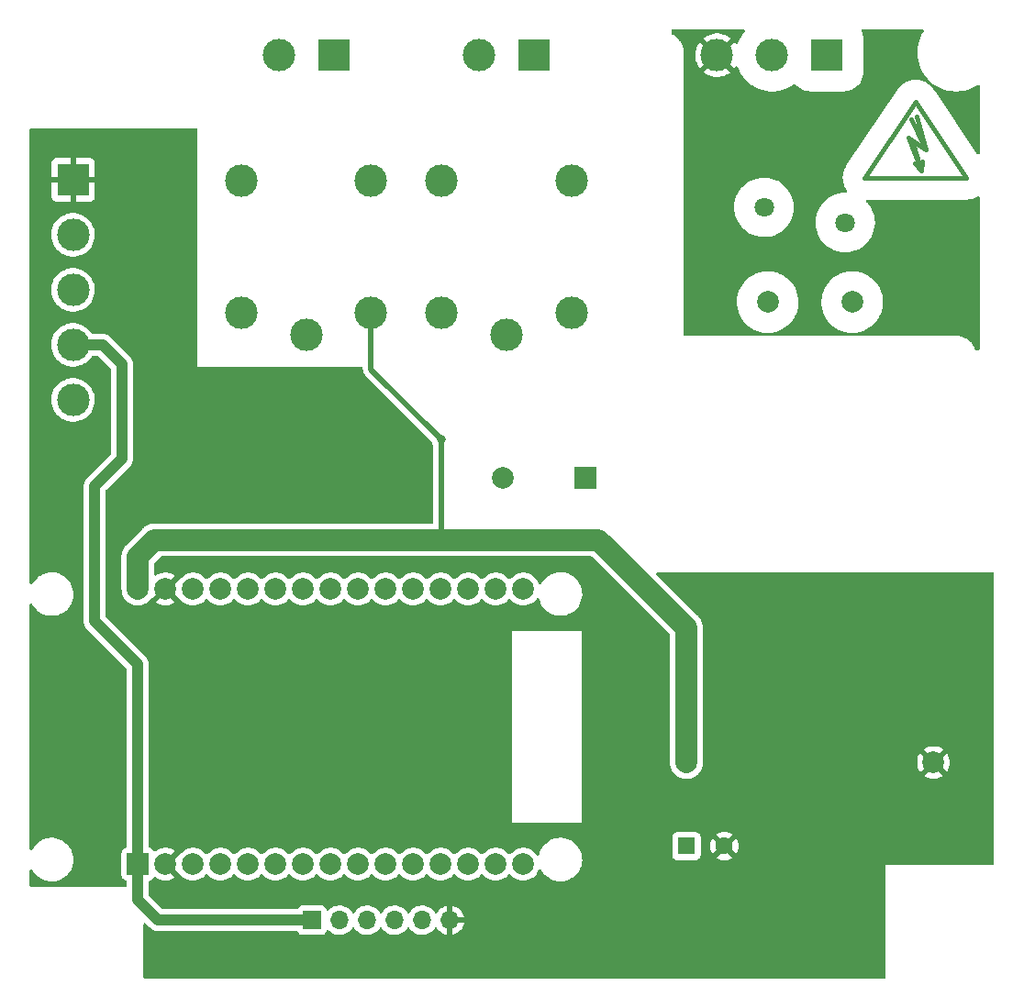
<source format=gbr>
%TF.GenerationSoftware,KiCad,Pcbnew,(6.0.7)*%
%TF.CreationDate,2022-11-19T09:32:58+05:30*%
%TF.ProjectId,ESP32_Drive,45535033-325f-4447-9269-76652e6b6963,rev?*%
%TF.SameCoordinates,Original*%
%TF.FileFunction,Copper,L2,Bot*%
%TF.FilePolarity,Positive*%
%FSLAX46Y46*%
G04 Gerber Fmt 4.6, Leading zero omitted, Abs format (unit mm)*
G04 Created by KiCad (PCBNEW (6.0.7)) date 2022-11-19 09:32:58*
%MOMM*%
%LPD*%
G01*
G04 APERTURE LIST*
%TA.AperFunction,EtchedComponent*%
%ADD10C,0.381000*%
%TD*%
%TA.AperFunction,ComponentPad*%
%ADD11R,3.000000X3.000000*%
%TD*%
%TA.AperFunction,ComponentPad*%
%ADD12C,3.000000*%
%TD*%
%TA.AperFunction,ComponentPad*%
%ADD13R,2.000000X2.000000*%
%TD*%
%TA.AperFunction,ComponentPad*%
%ADD14C,2.000000*%
%TD*%
%TA.AperFunction,ComponentPad*%
%ADD15R,1.700000X1.700000*%
%TD*%
%TA.AperFunction,ComponentPad*%
%ADD16O,1.700000X1.700000*%
%TD*%
%TA.AperFunction,ComponentPad*%
%ADD17R,1.600000X1.600000*%
%TD*%
%TA.AperFunction,ComponentPad*%
%ADD18C,1.600000*%
%TD*%
%TA.AperFunction,ComponentPad*%
%ADD19C,1.800000*%
%TD*%
%TA.AperFunction,ViaPad*%
%ADD20C,0.800000*%
%TD*%
%TA.AperFunction,Conductor*%
%ADD21C,1.000000*%
%TD*%
%TA.AperFunction,Conductor*%
%ADD22C,0.500000*%
%TD*%
%TA.AperFunction,Conductor*%
%ADD23C,2.000000*%
%TD*%
G04 APERTURE END LIST*
D10*
%TO.C,REF\u002A\u002A*%
X127551000Y-75544000D02*
X136949000Y-75544000D01*
X133149160Y-72950660D02*
X131848680Y-70149040D01*
X132349060Y-69950920D02*
X133149160Y-72950660D01*
X133149160Y-72950660D02*
X131950280Y-72150560D01*
X131950280Y-72150560D02*
X132747840Y-74949640D01*
X132747840Y-74949640D02*
X132849440Y-74050480D01*
X132747840Y-74949640D02*
X131548960Y-71850840D01*
X136949000Y-75544000D02*
X132250000Y-68559000D01*
X131548960Y-71850840D02*
X132148400Y-72249620D01*
X132747840Y-74949640D02*
X132148400Y-74251140D01*
X132250000Y-68559000D02*
X127551000Y-75544000D01*
%TD*%
D11*
%TO.P,J2,1,Pin_1*%
%TO.N,GND*%
X54500000Y-75750000D03*
D12*
%TO.P,J2,2,Pin_2*%
%TO.N,Net-(J2-Pad2)*%
X54500000Y-80830000D03*
%TO.P,J2,3,Pin_3*%
%TO.N,Net-(J2-Pad3)*%
X54500000Y-85910000D03*
%TO.P,J2,4,Pin_4*%
%TO.N,+3V3*%
X54500000Y-90990000D03*
%TO.P,J2,5,Pin_5*%
%TO.N,+5V*%
X54500000Y-96070000D03*
%TD*%
D13*
%TO.P,U1,1,3V3*%
%TO.N,+3V3*%
X60485000Y-138927500D03*
D14*
%TO.P,U1,2,GND*%
%TO.N,GND*%
X63025000Y-138927500D03*
%TO.P,U1,3,D15*%
%TO.N,Net-(R6-Pad2)*%
X65565000Y-138927500D03*
%TO.P,U1,4,D2*%
%TO.N,unconnected-(U1-Pad4)*%
X68105000Y-138927500D03*
%TO.P,U1,5,D4*%
%TO.N,Net-(U1-Pad5)*%
X70645000Y-138927500D03*
%TO.P,U1,6,RX2*%
%TO.N,unconnected-(U1-Pad6)*%
X73185000Y-138927500D03*
%TO.P,U1,7,TX2*%
%TO.N,unconnected-(U1-Pad7)*%
X75725000Y-138927500D03*
%TO.P,U1,8,D5*%
%TO.N,CS*%
X78265000Y-138927500D03*
%TO.P,U1,9,D18*%
%TO.N,SCK*%
X80805000Y-138927500D03*
%TO.P,U1,10,D19*%
%TO.N,MISO*%
X83345000Y-138927500D03*
%TO.P,U1,11,D21*%
%TO.N,SDA*%
X85885000Y-138927500D03*
%TO.P,U1,12,RX0*%
%TO.N,unconnected-(U1-Pad12)*%
X88425000Y-138927500D03*
%TO.P,U1,13,TX0*%
%TO.N,unconnected-(U1-Pad13)*%
X90965000Y-138927500D03*
%TO.P,U1,14,D22*%
%TO.N,SCL*%
X93505000Y-138927500D03*
%TO.P,U1,15,D23*%
%TO.N,MOSI*%
X96045000Y-138927500D03*
%TO.P,U1,16,EN*%
%TO.N,unconnected-(U1-Pad16)*%
X96045000Y-113527500D03*
%TO.P,U1,17,VP*%
%TO.N,unconnected-(U1-Pad17)*%
X93505000Y-113527500D03*
%TO.P,U1,18,VN*%
%TO.N,unconnected-(U1-Pad18)*%
X90965000Y-113527500D03*
%TO.P,U1,19,D34*%
%TO.N,unconnected-(U1-Pad19)*%
X88425000Y-113527500D03*
%TO.P,U1,20,D35*%
%TO.N,unconnected-(U1-Pad20)*%
X85885000Y-113527500D03*
%TO.P,U1,21,D32*%
%TO.N,Relay2*%
X83345000Y-113527500D03*
%TO.P,U1,22,D33*%
%TO.N,Relay1*%
X80805000Y-113527500D03*
%TO.P,U1,23,D25*%
%TO.N,Buzz*%
X78265000Y-113527500D03*
%TO.P,U1,24,D26*%
%TO.N,Inp{slash}Out_Pin*%
X75725000Y-113527500D03*
%TO.P,U1,25,D27*%
%TO.N,motorDrive_Input*%
X73185000Y-113527500D03*
%TO.P,U1,26,D14*%
%TO.N,unconnected-(U1-Pad26)*%
X70645000Y-113527500D03*
%TO.P,U1,27,D12*%
%TO.N,unconnected-(U1-Pad27)*%
X68105000Y-113527500D03*
%TO.P,U1,28,D13*%
%TO.N,unconnected-(U1-Pad28)*%
X65565000Y-113527500D03*
%TO.P,U1,29,GND*%
%TO.N,GND*%
X63025000Y-113527500D03*
%TO.P,U1,30,VIN*%
%TO.N,+5V*%
X60485000Y-113527500D03*
%TD*%
D13*
%TO.P,BZ1,1,-*%
%TO.N,+5V*%
X101750000Y-103250000D03*
D14*
%TO.P,BZ1,2,+*%
%TO.N,O3*%
X94150000Y-103250000D03*
%TD*%
D11*
%TO.P,J1,1,Pin_1*%
%TO.N,/L*%
X124080000Y-64250000D03*
D12*
%TO.P,J1,2,Pin_2*%
%TO.N,/N*%
X119000000Y-64250000D03*
%TO.P,J1,3,Pin_3*%
%TO.N,Earth_Clean*%
X113920000Y-64250000D03*
%TD*%
D15*
%TO.P,J5,1,Pin_1*%
%TO.N,+3V3*%
X76550000Y-144100000D03*
D16*
%TO.P,J5,2,Pin_2*%
%TO.N,CS*%
X79090000Y-144100000D03*
%TO.P,J5,3,Pin_3*%
%TO.N,SCK*%
X81630000Y-144100000D03*
%TO.P,J5,4,Pin_4*%
%TO.N,MISO*%
X84170000Y-144100000D03*
%TO.P,J5,5,Pin_5*%
%TO.N,MOSI*%
X86710000Y-144100000D03*
%TO.P,J5,6,Pin_6*%
%TO.N,GND*%
X89250000Y-144100000D03*
%TD*%
D17*
%TO.P,C1,1*%
%TO.N,+5V*%
X111097349Y-137250000D03*
D18*
%TO.P,C1,2*%
%TO.N,GND*%
X114597349Y-137250000D03*
%TD*%
D19*
%TO.P,RV1,1*%
%TO.N,/L*%
X125750000Y-79700000D03*
%TO.P,RV1,2*%
%TO.N,/N*%
X118250000Y-78300000D03*
%TD*%
D12*
%TO.P,K2,11*%
%TO.N,Net-(J4-Pad2)*%
X94500000Y-90050000D03*
%TO.P,K2,12*%
%TO.N,unconnected-(K2-Pad12)*%
X88500000Y-75850000D03*
%TO.P,K2,14*%
%TO.N,Net-(J4-Pad1)*%
X100500000Y-75850000D03*
%TO.P,K2,A1*%
%TO.N,+5V*%
X100500000Y-88050000D03*
%TO.P,K2,A2*%
%TO.N,O2*%
X88500000Y-88050000D03*
%TD*%
%TO.P,K1,11*%
%TO.N,Net-(J3-Pad2)*%
X76000000Y-90050000D03*
%TO.P,K1,12*%
%TO.N,unconnected-(K1-Pad12)*%
X70000000Y-75850000D03*
%TO.P,K1,14*%
%TO.N,Net-(J3-Pad1)*%
X82000000Y-75850000D03*
%TO.P,K1,A1*%
%TO.N,+5V*%
X82000000Y-88050000D03*
%TO.P,K1,A2*%
%TO.N,O1*%
X70000000Y-88050000D03*
%TD*%
D11*
%TO.P,J4,1,Pin_1*%
%TO.N,Net-(J4-Pad1)*%
X97040000Y-64250000D03*
D12*
%TO.P,J4,2,Pin_2*%
%TO.N,Net-(J4-Pad2)*%
X91960000Y-64250000D03*
%TD*%
D14*
%TO.P,PS1,1,AC/L*%
%TO.N,/L*%
X126400000Y-87050000D03*
%TO.P,PS1,2,AC/N*%
%TO.N,/N*%
X118600000Y-87050000D03*
%TO.P,PS1,3,-Vout*%
%TO.N,GND*%
X133900000Y-129550000D03*
%TO.P,PS1,4,+Vout*%
%TO.N,+5V*%
X111100000Y-129550000D03*
%TD*%
D11*
%TO.P,J3,1,Pin_1*%
%TO.N,Net-(J3-Pad1)*%
X78540000Y-64250000D03*
D12*
%TO.P,J3,2,Pin_2*%
%TO.N,Net-(J3-Pad2)*%
X73460000Y-64250000D03*
%TD*%
D20*
%TO.N,+5V*%
X88500000Y-99750000D03*
%TD*%
D21*
%TO.N,+3V3*%
X59000000Y-92750000D02*
X57240000Y-90990000D01*
X57240000Y-90990000D02*
X54500000Y-90990000D01*
X59000000Y-101500000D02*
X59000000Y-92750000D01*
X56500000Y-104000000D02*
X59000000Y-101500000D01*
X56500000Y-116500000D02*
X56500000Y-104000000D01*
X60485000Y-120485000D02*
X56500000Y-116500000D01*
X60485000Y-138927500D02*
X60485000Y-120485000D01*
D22*
%TO.N,+5V*%
X82000000Y-93250000D02*
X82000000Y-88050000D01*
D23*
X103000000Y-109000000D02*
X111100000Y-117100000D01*
X62000000Y-109000000D02*
X89000000Y-109000000D01*
X111100000Y-117100000D02*
X111100000Y-129550000D01*
X60485000Y-113527500D02*
X60485000Y-110515000D01*
D22*
X88500000Y-99750000D02*
X88500000Y-108500000D01*
X88500000Y-99750000D02*
X82000000Y-93250000D01*
X88500000Y-108500000D02*
X89000000Y-109000000D01*
D23*
X89000000Y-109000000D02*
X103000000Y-109000000D01*
X60485000Y-110515000D02*
X62000000Y-109000000D01*
D21*
%TO.N,+3V3*%
X60485000Y-142235000D02*
X60485000Y-138927500D01*
X62350000Y-144100000D02*
X60485000Y-142235000D01*
X76550000Y-144100000D02*
X62350000Y-144100000D01*
%TD*%
%TA.AperFunction,Conductor*%
%TO.N,GND*%
G36*
X65942121Y-71020002D02*
G01*
X65988614Y-71073658D01*
X66000000Y-71126000D01*
X66000000Y-93000000D01*
X81115500Y-93000000D01*
X81183621Y-93020002D01*
X81230114Y-93073658D01*
X81241500Y-93126000D01*
X81241500Y-93182930D01*
X81240067Y-93201880D01*
X81238057Y-93215095D01*
X81236801Y-93223349D01*
X81237394Y-93230641D01*
X81237394Y-93230644D01*
X81241085Y-93276018D01*
X81241500Y-93286233D01*
X81241500Y-93294293D01*
X81241925Y-93297937D01*
X81244789Y-93322507D01*
X81245222Y-93326882D01*
X81251140Y-93399637D01*
X81253396Y-93406601D01*
X81254587Y-93412560D01*
X81255971Y-93418415D01*
X81256818Y-93425681D01*
X81281735Y-93494327D01*
X81283152Y-93498455D01*
X81305649Y-93567899D01*
X81309445Y-93574154D01*
X81311951Y-93579628D01*
X81314670Y-93585058D01*
X81317167Y-93591937D01*
X81321180Y-93598057D01*
X81321180Y-93598058D01*
X81357186Y-93652976D01*
X81359523Y-93656680D01*
X81397405Y-93719107D01*
X81401121Y-93723315D01*
X81401122Y-93723316D01*
X81404803Y-93727484D01*
X81404776Y-93727508D01*
X81407429Y-93730500D01*
X81410132Y-93733733D01*
X81414144Y-93739852D01*
X81419456Y-93744884D01*
X81470383Y-93793128D01*
X81472825Y-93795506D01*
X87579875Y-99902556D01*
X87610613Y-99952714D01*
X87665473Y-100121556D01*
X87668776Y-100127278D01*
X87668777Y-100127279D01*
X87724619Y-100223999D01*
X87741500Y-100286999D01*
X87741500Y-107365500D01*
X87721498Y-107433621D01*
X87667842Y-107480114D01*
X87615500Y-107491500D01*
X62024016Y-107491500D01*
X62020498Y-107491451D01*
X61925851Y-107488807D01*
X61925848Y-107488807D01*
X61920795Y-107488666D01*
X61915782Y-107489335D01*
X61915779Y-107489335D01*
X61842911Y-107499057D01*
X61836354Y-107499758D01*
X61763080Y-107505654D01*
X61763079Y-107505654D01*
X61758035Y-107506060D01*
X61753124Y-107507266D01*
X61753119Y-107507267D01*
X61726139Y-107513894D01*
X61712750Y-107516424D01*
X61700315Y-107518083D01*
X61680180Y-107520770D01*
X61604949Y-107543484D01*
X61598604Y-107545220D01*
X61522294Y-107563963D01*
X61517642Y-107565938D01*
X61517638Y-107565939D01*
X61492052Y-107576800D01*
X61479239Y-107581438D01*
X61447792Y-107590932D01*
X61377138Y-107625392D01*
X61371204Y-107628097D01*
X61298844Y-107658812D01*
X61294564Y-107661507D01*
X61294553Y-107661513D01*
X61271047Y-107676316D01*
X61259140Y-107682944D01*
X61249814Y-107687493D01*
X61229612Y-107697346D01*
X61225483Y-107700259D01*
X61165403Y-107742641D01*
X61159914Y-107746301D01*
X61118264Y-107772530D01*
X61093433Y-107788167D01*
X61089644Y-107791508D01*
X61089638Y-107791512D01*
X61068783Y-107809898D01*
X61058088Y-107818344D01*
X61031253Y-107837274D01*
X61009750Y-107856909D01*
X60970034Y-107896625D01*
X60964264Y-107902044D01*
X60915142Y-107945350D01*
X60915139Y-107945353D01*
X60911345Y-107948698D01*
X60908135Y-107952606D01*
X60908134Y-107952607D01*
X60884821Y-107980989D01*
X60876551Y-107990108D01*
X59435334Y-109431325D01*
X59432812Y-109433779D01*
X59360319Y-109502332D01*
X59357252Y-109506344D01*
X59312592Y-109564757D01*
X59308448Y-109569892D01*
X59257530Y-109629720D01*
X59254911Y-109634045D01*
X59254907Y-109634050D01*
X59240509Y-109657824D01*
X59232837Y-109669071D01*
X59212880Y-109695174D01*
X59210490Y-109699632D01*
X59210489Y-109699633D01*
X59175761Y-109764401D01*
X59172496Y-109770126D01*
X59131779Y-109837358D01*
X59129884Y-109842049D01*
X59119473Y-109867817D01*
X59113693Y-109880158D01*
X59098169Y-109909109D01*
X59096523Y-109913890D01*
X59096521Y-109913894D01*
X59072588Y-109983401D01*
X59070278Y-109989579D01*
X59040845Y-110062429D01*
X59039723Y-110067368D01*
X59033568Y-110094460D01*
X59029837Y-110107559D01*
X59019138Y-110138631D01*
X59005757Y-110216100D01*
X59004477Y-110222504D01*
X58987065Y-110299144D01*
X58985001Y-110331953D01*
X58983415Y-110345453D01*
X58977821Y-110377836D01*
X58976500Y-110406925D01*
X58976500Y-110463108D01*
X58976251Y-110471019D01*
X58971822Y-110541413D01*
X58972316Y-110546448D01*
X58975899Y-110582992D01*
X58976500Y-110595288D01*
X58976500Y-113463271D01*
X58976112Y-113473157D01*
X58971835Y-113527500D01*
X58972223Y-113532430D01*
X58976377Y-113585210D01*
X58976500Y-113587287D01*
X58976500Y-113588501D01*
X58976702Y-113591009D01*
X58976702Y-113591014D01*
X58980288Y-113635575D01*
X58982737Y-113666017D01*
X58990465Y-113764211D01*
X58990724Y-113765290D01*
X58991060Y-113769465D01*
X59020589Y-113889685D01*
X59045895Y-113995094D01*
X59046922Y-113997574D01*
X59047341Y-113999043D01*
X59047756Y-114000291D01*
X59048963Y-114005206D01*
X59095128Y-114113964D01*
X59095471Y-114114780D01*
X59136760Y-114214463D01*
X59139134Y-114218337D01*
X59141266Y-114222908D01*
X59141831Y-114223988D01*
X59143812Y-114228656D01*
X59204655Y-114325273D01*
X59205391Y-114326458D01*
X59260824Y-114416916D01*
X59264042Y-114420684D01*
X59266822Y-114424510D01*
X59269650Y-114428687D01*
X59270467Y-114429779D01*
X59273167Y-114434067D01*
X59276512Y-114437861D01*
X59346350Y-114517078D01*
X59347646Y-114518572D01*
X59366091Y-114540168D01*
X59415031Y-114597469D01*
X59418787Y-114600677D01*
X59422293Y-114604183D01*
X59422212Y-114604264D01*
X59429802Y-114611736D01*
X59433698Y-114616155D01*
X59437612Y-114619370D01*
X59437613Y-114619371D01*
X59516672Y-114684311D01*
X59518526Y-114685863D01*
X59595584Y-114751676D01*
X59600379Y-114754614D01*
X59614514Y-114764679D01*
X59617364Y-114767020D01*
X59617372Y-114767025D01*
X59621278Y-114770234D01*
X59625646Y-114772776D01*
X59711437Y-114822708D01*
X59713832Y-114824139D01*
X59798037Y-114875740D01*
X59802606Y-114877632D01*
X59802607Y-114877633D01*
X59805874Y-114878986D01*
X59821033Y-114886494D01*
X59831078Y-114892341D01*
X59925601Y-114928625D01*
X59928648Y-114929841D01*
X60017406Y-114966605D01*
X60022220Y-114967761D01*
X60022221Y-114967761D01*
X60028432Y-114969252D01*
X60044174Y-114974140D01*
X60057702Y-114979333D01*
X60062653Y-114980367D01*
X60062652Y-114980367D01*
X60153829Y-114999415D01*
X60157476Y-115000233D01*
X60241416Y-115020385D01*
X60248289Y-115022035D01*
X60261801Y-115023099D01*
X60262440Y-115023149D01*
X60278315Y-115025422D01*
X60290368Y-115027940D01*
X60290374Y-115027941D01*
X60295320Y-115028974D01*
X60300370Y-115029203D01*
X60300375Y-115029204D01*
X60356193Y-115031738D01*
X60390471Y-115033295D01*
X60394608Y-115033551D01*
X60485000Y-115040665D01*
X60489931Y-115040277D01*
X60489935Y-115040277D01*
X60502012Y-115039327D01*
X60517604Y-115039069D01*
X60532759Y-115039757D01*
X60532766Y-115039757D01*
X60537817Y-115039986D01*
X60542837Y-115039405D01*
X60542843Y-115039405D01*
X60629504Y-115029378D01*
X60634098Y-115028931D01*
X60716786Y-115022423D01*
X60716791Y-115022422D01*
X60721711Y-115022035D01*
X60741071Y-115017387D01*
X60756002Y-115014741D01*
X60773937Y-115012666D01*
X60773940Y-115012665D01*
X60778956Y-115012085D01*
X60855012Y-114990564D01*
X60864975Y-114987745D01*
X60869866Y-114986467D01*
X60899579Y-114979333D01*
X60952594Y-114966605D01*
X60973634Y-114957890D01*
X60987532Y-114953064D01*
X60990468Y-114952233D01*
X61012532Y-114945990D01*
X61017113Y-114943854D01*
X61017118Y-114943852D01*
X61090887Y-114909453D01*
X61095918Y-114907239D01*
X61167391Y-114877634D01*
X61167393Y-114877633D01*
X61171963Y-114875740D01*
X61193802Y-114862357D01*
X61206384Y-114855596D01*
X61227953Y-114845538D01*
X61227952Y-114845538D01*
X61232536Y-114843401D01*
X61236717Y-114840559D01*
X61236725Y-114840555D01*
X61301653Y-114796430D01*
X61306639Y-114793210D01*
X61360555Y-114760170D01*
X62157160Y-114760170D01*
X62162887Y-114767820D01*
X62334042Y-114872705D01*
X62342837Y-114877187D01*
X62552988Y-114964234D01*
X62562373Y-114967283D01*
X62783554Y-115020385D01*
X62793301Y-115021928D01*
X63020070Y-115039775D01*
X63029930Y-115039775D01*
X63256699Y-115021928D01*
X63266446Y-115020385D01*
X63487627Y-114967283D01*
X63497012Y-114964234D01*
X63707163Y-114877187D01*
X63715958Y-114872705D01*
X63883445Y-114770068D01*
X63892907Y-114759610D01*
X63889124Y-114750834D01*
X63037812Y-113899522D01*
X63023868Y-113891908D01*
X63022035Y-113892039D01*
X63015420Y-113896290D01*
X62163920Y-114747790D01*
X62157160Y-114760170D01*
X61360555Y-114760170D01*
X61374416Y-114751676D01*
X61396071Y-114733181D01*
X61407076Y-114724783D01*
X61429121Y-114709801D01*
X61429122Y-114709800D01*
X61433307Y-114706956D01*
X61491893Y-114651554D01*
X61496636Y-114647291D01*
X61551207Y-114600683D01*
X61551214Y-114600676D01*
X61554969Y-114597469D01*
X61575317Y-114573645D01*
X61584539Y-114563944D01*
X61609681Y-114540168D01*
X61648982Y-114488765D01*
X61656900Y-114478408D01*
X61661185Y-114473107D01*
X61688706Y-114440884D01*
X61748156Y-114402074D01*
X61782558Y-114399860D01*
X61801667Y-114391623D01*
X62664658Y-113528632D01*
X63389408Y-113528632D01*
X63389539Y-113530465D01*
X63393790Y-113537080D01*
X64245290Y-114388580D01*
X64262102Y-114397760D01*
X64325350Y-114411520D01*
X64360775Y-114440276D01*
X64442652Y-114536141D01*
X64495031Y-114597469D01*
X64498787Y-114600677D01*
X64511741Y-114611741D01*
X64675584Y-114751676D01*
X64679792Y-114754255D01*
X64679798Y-114754259D01*
X64873084Y-114872705D01*
X64878037Y-114875740D01*
X64882607Y-114877633D01*
X64882611Y-114877635D01*
X65092833Y-114964711D01*
X65097406Y-114966605D01*
X65150422Y-114979333D01*
X65323476Y-115020880D01*
X65323482Y-115020881D01*
X65328289Y-115022035D01*
X65565000Y-115040665D01*
X65801711Y-115022035D01*
X65806518Y-115020881D01*
X65806524Y-115020880D01*
X65979578Y-114979333D01*
X66032594Y-114966605D01*
X66037167Y-114964711D01*
X66247389Y-114877635D01*
X66247393Y-114877633D01*
X66251963Y-114875740D01*
X66256916Y-114872705D01*
X66450202Y-114754259D01*
X66450208Y-114754255D01*
X66454416Y-114751676D01*
X66618259Y-114611741D01*
X66631213Y-114600677D01*
X66634969Y-114597469D01*
X66638177Y-114593713D01*
X66638182Y-114593708D01*
X66739189Y-114475444D01*
X66798639Y-114436634D01*
X66869634Y-114436128D01*
X66930811Y-114475444D01*
X67031818Y-114593708D01*
X67031823Y-114593713D01*
X67035031Y-114597469D01*
X67038787Y-114600677D01*
X67051741Y-114611741D01*
X67215584Y-114751676D01*
X67219792Y-114754255D01*
X67219798Y-114754259D01*
X67413084Y-114872705D01*
X67418037Y-114875740D01*
X67422607Y-114877633D01*
X67422611Y-114877635D01*
X67632833Y-114964711D01*
X67637406Y-114966605D01*
X67690422Y-114979333D01*
X67863476Y-115020880D01*
X67863482Y-115020881D01*
X67868289Y-115022035D01*
X68105000Y-115040665D01*
X68341711Y-115022035D01*
X68346518Y-115020881D01*
X68346524Y-115020880D01*
X68519578Y-114979333D01*
X68572594Y-114966605D01*
X68577167Y-114964711D01*
X68787389Y-114877635D01*
X68787393Y-114877633D01*
X68791963Y-114875740D01*
X68796916Y-114872705D01*
X68990202Y-114754259D01*
X68990208Y-114754255D01*
X68994416Y-114751676D01*
X69158259Y-114611741D01*
X69171213Y-114600677D01*
X69174969Y-114597469D01*
X69178177Y-114593713D01*
X69178182Y-114593708D01*
X69279189Y-114475444D01*
X69338639Y-114436634D01*
X69409634Y-114436128D01*
X69470811Y-114475444D01*
X69571818Y-114593708D01*
X69571823Y-114593713D01*
X69575031Y-114597469D01*
X69578787Y-114600677D01*
X69591741Y-114611741D01*
X69755584Y-114751676D01*
X69759792Y-114754255D01*
X69759798Y-114754259D01*
X69953084Y-114872705D01*
X69958037Y-114875740D01*
X69962607Y-114877633D01*
X69962611Y-114877635D01*
X70172833Y-114964711D01*
X70177406Y-114966605D01*
X70230422Y-114979333D01*
X70403476Y-115020880D01*
X70403482Y-115020881D01*
X70408289Y-115022035D01*
X70645000Y-115040665D01*
X70881711Y-115022035D01*
X70886518Y-115020881D01*
X70886524Y-115020880D01*
X71059578Y-114979333D01*
X71112594Y-114966605D01*
X71117167Y-114964711D01*
X71327389Y-114877635D01*
X71327393Y-114877633D01*
X71331963Y-114875740D01*
X71336916Y-114872705D01*
X71530202Y-114754259D01*
X71530208Y-114754255D01*
X71534416Y-114751676D01*
X71698259Y-114611741D01*
X71711213Y-114600677D01*
X71714969Y-114597469D01*
X71718177Y-114593713D01*
X71718182Y-114593708D01*
X71819189Y-114475444D01*
X71878639Y-114436634D01*
X71949634Y-114436128D01*
X72010811Y-114475444D01*
X72111818Y-114593708D01*
X72111823Y-114593713D01*
X72115031Y-114597469D01*
X72118787Y-114600677D01*
X72131741Y-114611741D01*
X72295584Y-114751676D01*
X72299792Y-114754255D01*
X72299798Y-114754259D01*
X72493084Y-114872705D01*
X72498037Y-114875740D01*
X72502607Y-114877633D01*
X72502611Y-114877635D01*
X72712833Y-114964711D01*
X72717406Y-114966605D01*
X72770422Y-114979333D01*
X72943476Y-115020880D01*
X72943482Y-115020881D01*
X72948289Y-115022035D01*
X73185000Y-115040665D01*
X73421711Y-115022035D01*
X73426518Y-115020881D01*
X73426524Y-115020880D01*
X73599578Y-114979333D01*
X73652594Y-114966605D01*
X73657167Y-114964711D01*
X73867389Y-114877635D01*
X73867393Y-114877633D01*
X73871963Y-114875740D01*
X73876916Y-114872705D01*
X74070202Y-114754259D01*
X74070208Y-114754255D01*
X74074416Y-114751676D01*
X74238259Y-114611741D01*
X74251213Y-114600677D01*
X74254969Y-114597469D01*
X74258177Y-114593713D01*
X74258182Y-114593708D01*
X74359189Y-114475444D01*
X74418639Y-114436634D01*
X74489634Y-114436128D01*
X74550811Y-114475444D01*
X74651818Y-114593708D01*
X74651823Y-114593713D01*
X74655031Y-114597469D01*
X74658787Y-114600677D01*
X74671741Y-114611741D01*
X74835584Y-114751676D01*
X74839792Y-114754255D01*
X74839798Y-114754259D01*
X75033084Y-114872705D01*
X75038037Y-114875740D01*
X75042607Y-114877633D01*
X75042611Y-114877635D01*
X75252833Y-114964711D01*
X75257406Y-114966605D01*
X75310422Y-114979333D01*
X75483476Y-115020880D01*
X75483482Y-115020881D01*
X75488289Y-115022035D01*
X75725000Y-115040665D01*
X75961711Y-115022035D01*
X75966518Y-115020881D01*
X75966524Y-115020880D01*
X76139578Y-114979333D01*
X76192594Y-114966605D01*
X76197167Y-114964711D01*
X76407389Y-114877635D01*
X76407393Y-114877633D01*
X76411963Y-114875740D01*
X76416916Y-114872705D01*
X76610202Y-114754259D01*
X76610208Y-114754255D01*
X76614416Y-114751676D01*
X76778259Y-114611741D01*
X76791213Y-114600677D01*
X76794969Y-114597469D01*
X76798177Y-114593713D01*
X76798182Y-114593708D01*
X76899189Y-114475444D01*
X76958639Y-114436634D01*
X77029634Y-114436128D01*
X77090811Y-114475444D01*
X77191818Y-114593708D01*
X77191823Y-114593713D01*
X77195031Y-114597469D01*
X77198787Y-114600677D01*
X77211741Y-114611741D01*
X77375584Y-114751676D01*
X77379792Y-114754255D01*
X77379798Y-114754259D01*
X77573084Y-114872705D01*
X77578037Y-114875740D01*
X77582607Y-114877633D01*
X77582611Y-114877635D01*
X77792833Y-114964711D01*
X77797406Y-114966605D01*
X77850422Y-114979333D01*
X78023476Y-115020880D01*
X78023482Y-115020881D01*
X78028289Y-115022035D01*
X78265000Y-115040665D01*
X78501711Y-115022035D01*
X78506518Y-115020881D01*
X78506524Y-115020880D01*
X78679578Y-114979333D01*
X78732594Y-114966605D01*
X78737167Y-114964711D01*
X78947389Y-114877635D01*
X78947393Y-114877633D01*
X78951963Y-114875740D01*
X78956916Y-114872705D01*
X79150202Y-114754259D01*
X79150208Y-114754255D01*
X79154416Y-114751676D01*
X79318259Y-114611741D01*
X79331213Y-114600677D01*
X79334969Y-114597469D01*
X79338177Y-114593713D01*
X79338182Y-114593708D01*
X79439189Y-114475444D01*
X79498639Y-114436634D01*
X79569634Y-114436128D01*
X79630811Y-114475444D01*
X79731818Y-114593708D01*
X79731823Y-114593713D01*
X79735031Y-114597469D01*
X79738787Y-114600677D01*
X79751741Y-114611741D01*
X79915584Y-114751676D01*
X79919792Y-114754255D01*
X79919798Y-114754259D01*
X80113084Y-114872705D01*
X80118037Y-114875740D01*
X80122607Y-114877633D01*
X80122611Y-114877635D01*
X80332833Y-114964711D01*
X80337406Y-114966605D01*
X80390422Y-114979333D01*
X80563476Y-115020880D01*
X80563482Y-115020881D01*
X80568289Y-115022035D01*
X80805000Y-115040665D01*
X81041711Y-115022035D01*
X81046518Y-115020881D01*
X81046524Y-115020880D01*
X81219578Y-114979333D01*
X81272594Y-114966605D01*
X81277167Y-114964711D01*
X81487389Y-114877635D01*
X81487393Y-114877633D01*
X81491963Y-114875740D01*
X81496916Y-114872705D01*
X81690202Y-114754259D01*
X81690208Y-114754255D01*
X81694416Y-114751676D01*
X81858259Y-114611741D01*
X81871213Y-114600677D01*
X81874969Y-114597469D01*
X81878177Y-114593713D01*
X81878182Y-114593708D01*
X81979189Y-114475444D01*
X82038639Y-114436634D01*
X82109634Y-114436128D01*
X82170811Y-114475444D01*
X82271818Y-114593708D01*
X82271823Y-114593713D01*
X82275031Y-114597469D01*
X82278787Y-114600677D01*
X82291741Y-114611741D01*
X82455584Y-114751676D01*
X82459792Y-114754255D01*
X82459798Y-114754259D01*
X82653084Y-114872705D01*
X82658037Y-114875740D01*
X82662607Y-114877633D01*
X82662611Y-114877635D01*
X82872833Y-114964711D01*
X82877406Y-114966605D01*
X82930422Y-114979333D01*
X83103476Y-115020880D01*
X83103482Y-115020881D01*
X83108289Y-115022035D01*
X83345000Y-115040665D01*
X83581711Y-115022035D01*
X83586518Y-115020881D01*
X83586524Y-115020880D01*
X83759578Y-114979333D01*
X83812594Y-114966605D01*
X83817167Y-114964711D01*
X84027389Y-114877635D01*
X84027393Y-114877633D01*
X84031963Y-114875740D01*
X84036916Y-114872705D01*
X84230202Y-114754259D01*
X84230208Y-114754255D01*
X84234416Y-114751676D01*
X84398259Y-114611741D01*
X84411213Y-114600677D01*
X84414969Y-114597469D01*
X84418177Y-114593713D01*
X84418182Y-114593708D01*
X84519189Y-114475444D01*
X84578639Y-114436634D01*
X84649634Y-114436128D01*
X84710811Y-114475444D01*
X84811818Y-114593708D01*
X84811823Y-114593713D01*
X84815031Y-114597469D01*
X84818787Y-114600677D01*
X84831741Y-114611741D01*
X84995584Y-114751676D01*
X84999792Y-114754255D01*
X84999798Y-114754259D01*
X85193084Y-114872705D01*
X85198037Y-114875740D01*
X85202607Y-114877633D01*
X85202611Y-114877635D01*
X85412833Y-114964711D01*
X85417406Y-114966605D01*
X85470422Y-114979333D01*
X85643476Y-115020880D01*
X85643482Y-115020881D01*
X85648289Y-115022035D01*
X85885000Y-115040665D01*
X86121711Y-115022035D01*
X86126518Y-115020881D01*
X86126524Y-115020880D01*
X86299578Y-114979333D01*
X86352594Y-114966605D01*
X86357167Y-114964711D01*
X86567389Y-114877635D01*
X86567393Y-114877633D01*
X86571963Y-114875740D01*
X86576916Y-114872705D01*
X86770202Y-114754259D01*
X86770208Y-114754255D01*
X86774416Y-114751676D01*
X86938259Y-114611741D01*
X86951213Y-114600677D01*
X86954969Y-114597469D01*
X86958177Y-114593713D01*
X86958182Y-114593708D01*
X87059189Y-114475444D01*
X87118639Y-114436634D01*
X87189634Y-114436128D01*
X87250811Y-114475444D01*
X87351818Y-114593708D01*
X87351823Y-114593713D01*
X87355031Y-114597469D01*
X87358787Y-114600677D01*
X87371741Y-114611741D01*
X87535584Y-114751676D01*
X87539792Y-114754255D01*
X87539798Y-114754259D01*
X87733084Y-114872705D01*
X87738037Y-114875740D01*
X87742607Y-114877633D01*
X87742611Y-114877635D01*
X87952833Y-114964711D01*
X87957406Y-114966605D01*
X88010422Y-114979333D01*
X88183476Y-115020880D01*
X88183482Y-115020881D01*
X88188289Y-115022035D01*
X88425000Y-115040665D01*
X88661711Y-115022035D01*
X88666518Y-115020881D01*
X88666524Y-115020880D01*
X88839578Y-114979333D01*
X88892594Y-114966605D01*
X88897167Y-114964711D01*
X89107389Y-114877635D01*
X89107393Y-114877633D01*
X89111963Y-114875740D01*
X89116916Y-114872705D01*
X89310202Y-114754259D01*
X89310208Y-114754255D01*
X89314416Y-114751676D01*
X89478259Y-114611741D01*
X89491213Y-114600677D01*
X89494969Y-114597469D01*
X89498177Y-114593713D01*
X89498182Y-114593708D01*
X89599189Y-114475444D01*
X89658639Y-114436634D01*
X89729634Y-114436128D01*
X89790811Y-114475444D01*
X89891818Y-114593708D01*
X89891823Y-114593713D01*
X89895031Y-114597469D01*
X89898787Y-114600677D01*
X89911741Y-114611741D01*
X90075584Y-114751676D01*
X90079792Y-114754255D01*
X90079798Y-114754259D01*
X90273084Y-114872705D01*
X90278037Y-114875740D01*
X90282607Y-114877633D01*
X90282611Y-114877635D01*
X90492833Y-114964711D01*
X90497406Y-114966605D01*
X90550422Y-114979333D01*
X90723476Y-115020880D01*
X90723482Y-115020881D01*
X90728289Y-115022035D01*
X90965000Y-115040665D01*
X91201711Y-115022035D01*
X91206518Y-115020881D01*
X91206524Y-115020880D01*
X91379578Y-114979333D01*
X91432594Y-114966605D01*
X91437167Y-114964711D01*
X91647389Y-114877635D01*
X91647393Y-114877633D01*
X91651963Y-114875740D01*
X91656916Y-114872705D01*
X91850202Y-114754259D01*
X91850208Y-114754255D01*
X91854416Y-114751676D01*
X92018259Y-114611741D01*
X92031213Y-114600677D01*
X92034969Y-114597469D01*
X92038177Y-114593713D01*
X92038182Y-114593708D01*
X92139189Y-114475444D01*
X92198639Y-114436634D01*
X92269634Y-114436128D01*
X92330811Y-114475444D01*
X92431818Y-114593708D01*
X92431823Y-114593713D01*
X92435031Y-114597469D01*
X92438787Y-114600677D01*
X92451741Y-114611741D01*
X92615584Y-114751676D01*
X92619792Y-114754255D01*
X92619798Y-114754259D01*
X92813084Y-114872705D01*
X92818037Y-114875740D01*
X92822607Y-114877633D01*
X92822611Y-114877635D01*
X93032833Y-114964711D01*
X93037406Y-114966605D01*
X93090422Y-114979333D01*
X93263476Y-115020880D01*
X93263482Y-115020881D01*
X93268289Y-115022035D01*
X93505000Y-115040665D01*
X93741711Y-115022035D01*
X93746518Y-115020881D01*
X93746524Y-115020880D01*
X93919578Y-114979333D01*
X93972594Y-114966605D01*
X93977167Y-114964711D01*
X94187389Y-114877635D01*
X94187393Y-114877633D01*
X94191963Y-114875740D01*
X94196916Y-114872705D01*
X94390202Y-114754259D01*
X94390208Y-114754255D01*
X94394416Y-114751676D01*
X94558259Y-114611741D01*
X94571213Y-114600677D01*
X94574969Y-114597469D01*
X94578177Y-114593713D01*
X94578182Y-114593708D01*
X94679189Y-114475444D01*
X94738639Y-114436634D01*
X94809634Y-114436128D01*
X94870811Y-114475444D01*
X94971818Y-114593708D01*
X94971823Y-114593713D01*
X94975031Y-114597469D01*
X94978787Y-114600677D01*
X94991741Y-114611741D01*
X95155584Y-114751676D01*
X95159792Y-114754255D01*
X95159798Y-114754259D01*
X95353084Y-114872705D01*
X95358037Y-114875740D01*
X95362607Y-114877633D01*
X95362611Y-114877635D01*
X95572833Y-114964711D01*
X95577406Y-114966605D01*
X95630422Y-114979333D01*
X95803476Y-115020880D01*
X95803482Y-115020881D01*
X95808289Y-115022035D01*
X96045000Y-115040665D01*
X96281711Y-115022035D01*
X96286518Y-115020881D01*
X96286524Y-115020880D01*
X96459578Y-114979333D01*
X96512594Y-114966605D01*
X96517167Y-114964711D01*
X96727389Y-114877635D01*
X96727393Y-114877633D01*
X96731963Y-114875740D01*
X96736916Y-114872705D01*
X96930202Y-114754259D01*
X96930208Y-114754255D01*
X96934416Y-114751676D01*
X97098259Y-114611741D01*
X97111213Y-114600677D01*
X97114969Y-114597469D01*
X97269176Y-114416916D01*
X97272483Y-114411520D01*
X97282010Y-114395974D01*
X97334658Y-114348343D01*
X97404700Y-114336737D01*
X97469897Y-114364841D01*
X97509551Y-114423732D01*
X97513528Y-114439931D01*
X97519378Y-114473107D01*
X97521402Y-114484587D01*
X97608203Y-114751735D01*
X97610131Y-114755688D01*
X97610133Y-114755693D01*
X97630002Y-114796430D01*
X97731340Y-115004202D01*
X97733795Y-115007841D01*
X97733798Y-115007847D01*
X97806890Y-115116210D01*
X97888415Y-115237076D01*
X98076371Y-115445822D01*
X98291550Y-115626379D01*
X98529764Y-115775231D01*
X98786375Y-115889482D01*
X99056390Y-115966907D01*
X99060740Y-115967518D01*
X99060743Y-115967519D01*
X99163690Y-115981987D01*
X99334552Y-116006000D01*
X99545146Y-116006000D01*
X99547332Y-116005847D01*
X99547336Y-116005847D01*
X99750827Y-115991618D01*
X99750832Y-115991617D01*
X99755212Y-115991311D01*
X100029970Y-115932909D01*
X100034099Y-115931406D01*
X100034103Y-115931405D01*
X100289781Y-115838346D01*
X100289785Y-115838344D01*
X100293926Y-115836837D01*
X100541942Y-115704964D01*
X100646896Y-115628711D01*
X100765629Y-115542447D01*
X100765632Y-115542444D01*
X100769192Y-115539858D01*
X100971252Y-115344731D01*
X101144188Y-115123382D01*
X101146384Y-115119578D01*
X101146389Y-115119571D01*
X101282435Y-114883931D01*
X101284636Y-114880119D01*
X101389862Y-114619676D01*
X101391686Y-114612359D01*
X101456753Y-114351393D01*
X101456754Y-114351388D01*
X101457817Y-114347124D01*
X101470269Y-114228656D01*
X101486719Y-114072136D01*
X101486719Y-114072133D01*
X101487178Y-114067767D01*
X101485156Y-114009864D01*
X101477529Y-113791439D01*
X101477528Y-113791433D01*
X101477375Y-113787042D01*
X101473350Y-113764211D01*
X101432480Y-113532430D01*
X101428598Y-113510413D01*
X101341797Y-113243265D01*
X101218660Y-112990798D01*
X101216205Y-112987159D01*
X101216202Y-112987153D01*
X101117308Y-112840537D01*
X101061585Y-112757924D01*
X100873629Y-112549178D01*
X100658450Y-112368621D01*
X100420236Y-112219769D01*
X100163625Y-112105518D01*
X99893610Y-112028093D01*
X99889260Y-112027482D01*
X99889257Y-112027481D01*
X99786310Y-112013013D01*
X99615448Y-111989000D01*
X99404854Y-111989000D01*
X99402668Y-111989153D01*
X99402664Y-111989153D01*
X99199173Y-112003382D01*
X99199168Y-112003383D01*
X99194788Y-112003689D01*
X98920030Y-112062091D01*
X98915901Y-112063594D01*
X98915897Y-112063595D01*
X98660219Y-112156654D01*
X98660215Y-112156656D01*
X98656074Y-112158163D01*
X98408058Y-112290036D01*
X98404499Y-112292622D01*
X98404497Y-112292623D01*
X98299895Y-112368621D01*
X98180808Y-112455142D01*
X98177644Y-112458198D01*
X98177641Y-112458200D01*
X98174439Y-112461292D01*
X97978748Y-112650269D01*
X97805812Y-112871618D01*
X97803616Y-112875422D01*
X97803611Y-112875429D01*
X97700834Y-113053445D01*
X97649451Y-113102438D01*
X97579738Y-113115874D01*
X97513827Y-113089488D01*
X97475306Y-113038663D01*
X97395135Y-112845111D01*
X97395133Y-112845107D01*
X97393240Y-112840537D01*
X97344852Y-112761575D01*
X97271759Y-112642298D01*
X97271755Y-112642292D01*
X97269176Y-112638084D01*
X97114969Y-112457531D01*
X96934416Y-112303324D01*
X96930208Y-112300745D01*
X96930202Y-112300741D01*
X96736183Y-112181846D01*
X96731963Y-112179260D01*
X96727393Y-112177367D01*
X96727389Y-112177365D01*
X96517167Y-112090289D01*
X96517165Y-112090288D01*
X96512594Y-112088395D01*
X96432391Y-112069140D01*
X96286524Y-112034120D01*
X96286518Y-112034119D01*
X96281711Y-112032965D01*
X96045000Y-112014335D01*
X95808289Y-112032965D01*
X95803482Y-112034119D01*
X95803476Y-112034120D01*
X95657609Y-112069140D01*
X95577406Y-112088395D01*
X95572835Y-112090288D01*
X95572833Y-112090289D01*
X95362611Y-112177365D01*
X95362607Y-112177367D01*
X95358037Y-112179260D01*
X95353817Y-112181846D01*
X95159798Y-112300741D01*
X95159792Y-112300745D01*
X95155584Y-112303324D01*
X94975031Y-112457531D01*
X94971823Y-112461287D01*
X94971818Y-112461292D01*
X94870811Y-112579556D01*
X94811361Y-112618366D01*
X94740366Y-112618872D01*
X94679189Y-112579556D01*
X94578182Y-112461292D01*
X94578177Y-112461287D01*
X94574969Y-112457531D01*
X94394416Y-112303324D01*
X94390208Y-112300745D01*
X94390202Y-112300741D01*
X94196183Y-112181846D01*
X94191963Y-112179260D01*
X94187393Y-112177367D01*
X94187389Y-112177365D01*
X93977167Y-112090289D01*
X93977165Y-112090288D01*
X93972594Y-112088395D01*
X93892391Y-112069140D01*
X93746524Y-112034120D01*
X93746518Y-112034119D01*
X93741711Y-112032965D01*
X93505000Y-112014335D01*
X93268289Y-112032965D01*
X93263482Y-112034119D01*
X93263476Y-112034120D01*
X93117609Y-112069140D01*
X93037406Y-112088395D01*
X93032835Y-112090288D01*
X93032833Y-112090289D01*
X92822611Y-112177365D01*
X92822607Y-112177367D01*
X92818037Y-112179260D01*
X92813817Y-112181846D01*
X92619798Y-112300741D01*
X92619792Y-112300745D01*
X92615584Y-112303324D01*
X92435031Y-112457531D01*
X92431823Y-112461287D01*
X92431818Y-112461292D01*
X92330811Y-112579556D01*
X92271361Y-112618366D01*
X92200366Y-112618872D01*
X92139189Y-112579556D01*
X92038182Y-112461292D01*
X92038177Y-112461287D01*
X92034969Y-112457531D01*
X91854416Y-112303324D01*
X91850208Y-112300745D01*
X91850202Y-112300741D01*
X91656183Y-112181846D01*
X91651963Y-112179260D01*
X91647393Y-112177367D01*
X91647389Y-112177365D01*
X91437167Y-112090289D01*
X91437165Y-112090288D01*
X91432594Y-112088395D01*
X91352391Y-112069140D01*
X91206524Y-112034120D01*
X91206518Y-112034119D01*
X91201711Y-112032965D01*
X90965000Y-112014335D01*
X90728289Y-112032965D01*
X90723482Y-112034119D01*
X90723476Y-112034120D01*
X90577609Y-112069140D01*
X90497406Y-112088395D01*
X90492835Y-112090288D01*
X90492833Y-112090289D01*
X90282611Y-112177365D01*
X90282607Y-112177367D01*
X90278037Y-112179260D01*
X90273817Y-112181846D01*
X90079798Y-112300741D01*
X90079792Y-112300745D01*
X90075584Y-112303324D01*
X89895031Y-112457531D01*
X89891823Y-112461287D01*
X89891818Y-112461292D01*
X89790811Y-112579556D01*
X89731361Y-112618366D01*
X89660366Y-112618872D01*
X89599189Y-112579556D01*
X89498182Y-112461292D01*
X89498177Y-112461287D01*
X89494969Y-112457531D01*
X89314416Y-112303324D01*
X89310208Y-112300745D01*
X89310202Y-112300741D01*
X89116183Y-112181846D01*
X89111963Y-112179260D01*
X89107393Y-112177367D01*
X89107389Y-112177365D01*
X88897167Y-112090289D01*
X88897165Y-112090288D01*
X88892594Y-112088395D01*
X88812391Y-112069140D01*
X88666524Y-112034120D01*
X88666518Y-112034119D01*
X88661711Y-112032965D01*
X88425000Y-112014335D01*
X88188289Y-112032965D01*
X88183482Y-112034119D01*
X88183476Y-112034120D01*
X88037609Y-112069140D01*
X87957406Y-112088395D01*
X87952835Y-112090288D01*
X87952833Y-112090289D01*
X87742611Y-112177365D01*
X87742607Y-112177367D01*
X87738037Y-112179260D01*
X87733817Y-112181846D01*
X87539798Y-112300741D01*
X87539792Y-112300745D01*
X87535584Y-112303324D01*
X87355031Y-112457531D01*
X87351823Y-112461287D01*
X87351818Y-112461292D01*
X87250811Y-112579556D01*
X87191361Y-112618366D01*
X87120366Y-112618872D01*
X87059189Y-112579556D01*
X86958182Y-112461292D01*
X86958177Y-112461287D01*
X86954969Y-112457531D01*
X86774416Y-112303324D01*
X86770208Y-112300745D01*
X86770202Y-112300741D01*
X86576183Y-112181846D01*
X86571963Y-112179260D01*
X86567393Y-112177367D01*
X86567389Y-112177365D01*
X86357167Y-112090289D01*
X86357165Y-112090288D01*
X86352594Y-112088395D01*
X86272391Y-112069140D01*
X86126524Y-112034120D01*
X86126518Y-112034119D01*
X86121711Y-112032965D01*
X85885000Y-112014335D01*
X85648289Y-112032965D01*
X85643482Y-112034119D01*
X85643476Y-112034120D01*
X85497609Y-112069140D01*
X85417406Y-112088395D01*
X85412835Y-112090288D01*
X85412833Y-112090289D01*
X85202611Y-112177365D01*
X85202607Y-112177367D01*
X85198037Y-112179260D01*
X85193817Y-112181846D01*
X84999798Y-112300741D01*
X84999792Y-112300745D01*
X84995584Y-112303324D01*
X84815031Y-112457531D01*
X84811823Y-112461287D01*
X84811818Y-112461292D01*
X84710811Y-112579556D01*
X84651361Y-112618366D01*
X84580366Y-112618872D01*
X84519189Y-112579556D01*
X84418182Y-112461292D01*
X84418177Y-112461287D01*
X84414969Y-112457531D01*
X84234416Y-112303324D01*
X84230208Y-112300745D01*
X84230202Y-112300741D01*
X84036183Y-112181846D01*
X84031963Y-112179260D01*
X84027393Y-112177367D01*
X84027389Y-112177365D01*
X83817167Y-112090289D01*
X83817165Y-112090288D01*
X83812594Y-112088395D01*
X83732391Y-112069140D01*
X83586524Y-112034120D01*
X83586518Y-112034119D01*
X83581711Y-112032965D01*
X83345000Y-112014335D01*
X83108289Y-112032965D01*
X83103482Y-112034119D01*
X83103476Y-112034120D01*
X82957609Y-112069140D01*
X82877406Y-112088395D01*
X82872835Y-112090288D01*
X82872833Y-112090289D01*
X82662611Y-112177365D01*
X82662607Y-112177367D01*
X82658037Y-112179260D01*
X82653817Y-112181846D01*
X82459798Y-112300741D01*
X82459792Y-112300745D01*
X82455584Y-112303324D01*
X82275031Y-112457531D01*
X82271823Y-112461287D01*
X82271818Y-112461292D01*
X82170811Y-112579556D01*
X82111361Y-112618366D01*
X82040366Y-112618872D01*
X81979189Y-112579556D01*
X81878182Y-112461292D01*
X81878177Y-112461287D01*
X81874969Y-112457531D01*
X81694416Y-112303324D01*
X81690208Y-112300745D01*
X81690202Y-112300741D01*
X81496183Y-112181846D01*
X81491963Y-112179260D01*
X81487393Y-112177367D01*
X81487389Y-112177365D01*
X81277167Y-112090289D01*
X81277165Y-112090288D01*
X81272594Y-112088395D01*
X81192391Y-112069140D01*
X81046524Y-112034120D01*
X81046518Y-112034119D01*
X81041711Y-112032965D01*
X80805000Y-112014335D01*
X80568289Y-112032965D01*
X80563482Y-112034119D01*
X80563476Y-112034120D01*
X80417609Y-112069140D01*
X80337406Y-112088395D01*
X80332835Y-112090288D01*
X80332833Y-112090289D01*
X80122611Y-112177365D01*
X80122607Y-112177367D01*
X80118037Y-112179260D01*
X80113817Y-112181846D01*
X79919798Y-112300741D01*
X79919792Y-112300745D01*
X79915584Y-112303324D01*
X79735031Y-112457531D01*
X79731823Y-112461287D01*
X79731818Y-112461292D01*
X79630811Y-112579556D01*
X79571361Y-112618366D01*
X79500366Y-112618872D01*
X79439189Y-112579556D01*
X79338182Y-112461292D01*
X79338177Y-112461287D01*
X79334969Y-112457531D01*
X79154416Y-112303324D01*
X79150208Y-112300745D01*
X79150202Y-112300741D01*
X78956183Y-112181846D01*
X78951963Y-112179260D01*
X78947393Y-112177367D01*
X78947389Y-112177365D01*
X78737167Y-112090289D01*
X78737165Y-112090288D01*
X78732594Y-112088395D01*
X78652391Y-112069140D01*
X78506524Y-112034120D01*
X78506518Y-112034119D01*
X78501711Y-112032965D01*
X78265000Y-112014335D01*
X78028289Y-112032965D01*
X78023482Y-112034119D01*
X78023476Y-112034120D01*
X77877609Y-112069140D01*
X77797406Y-112088395D01*
X77792835Y-112090288D01*
X77792833Y-112090289D01*
X77582611Y-112177365D01*
X77582607Y-112177367D01*
X77578037Y-112179260D01*
X77573817Y-112181846D01*
X77379798Y-112300741D01*
X77379792Y-112300745D01*
X77375584Y-112303324D01*
X77195031Y-112457531D01*
X77191823Y-112461287D01*
X77191818Y-112461292D01*
X77090811Y-112579556D01*
X77031361Y-112618366D01*
X76960366Y-112618872D01*
X76899189Y-112579556D01*
X76798182Y-112461292D01*
X76798177Y-112461287D01*
X76794969Y-112457531D01*
X76614416Y-112303324D01*
X76610208Y-112300745D01*
X76610202Y-112300741D01*
X76416183Y-112181846D01*
X76411963Y-112179260D01*
X76407393Y-112177367D01*
X76407389Y-112177365D01*
X76197167Y-112090289D01*
X76197165Y-112090288D01*
X76192594Y-112088395D01*
X76112391Y-112069140D01*
X75966524Y-112034120D01*
X75966518Y-112034119D01*
X75961711Y-112032965D01*
X75725000Y-112014335D01*
X75488289Y-112032965D01*
X75483482Y-112034119D01*
X75483476Y-112034120D01*
X75337609Y-112069140D01*
X75257406Y-112088395D01*
X75252835Y-112090288D01*
X75252833Y-112090289D01*
X75042611Y-112177365D01*
X75042607Y-112177367D01*
X75038037Y-112179260D01*
X75033817Y-112181846D01*
X74839798Y-112300741D01*
X74839792Y-112300745D01*
X74835584Y-112303324D01*
X74655031Y-112457531D01*
X74651823Y-112461287D01*
X74651818Y-112461292D01*
X74550811Y-112579556D01*
X74491361Y-112618366D01*
X74420366Y-112618872D01*
X74359189Y-112579556D01*
X74258182Y-112461292D01*
X74258177Y-112461287D01*
X74254969Y-112457531D01*
X74074416Y-112303324D01*
X74070208Y-112300745D01*
X74070202Y-112300741D01*
X73876183Y-112181846D01*
X73871963Y-112179260D01*
X73867393Y-112177367D01*
X73867389Y-112177365D01*
X73657167Y-112090289D01*
X73657165Y-112090288D01*
X73652594Y-112088395D01*
X73572391Y-112069140D01*
X73426524Y-112034120D01*
X73426518Y-112034119D01*
X73421711Y-112032965D01*
X73185000Y-112014335D01*
X72948289Y-112032965D01*
X72943482Y-112034119D01*
X72943476Y-112034120D01*
X72797609Y-112069140D01*
X72717406Y-112088395D01*
X72712835Y-112090288D01*
X72712833Y-112090289D01*
X72502611Y-112177365D01*
X72502607Y-112177367D01*
X72498037Y-112179260D01*
X72493817Y-112181846D01*
X72299798Y-112300741D01*
X72299792Y-112300745D01*
X72295584Y-112303324D01*
X72115031Y-112457531D01*
X72111823Y-112461287D01*
X72111818Y-112461292D01*
X72010811Y-112579556D01*
X71951361Y-112618366D01*
X71880366Y-112618872D01*
X71819189Y-112579556D01*
X71718182Y-112461292D01*
X71718177Y-112461287D01*
X71714969Y-112457531D01*
X71534416Y-112303324D01*
X71530208Y-112300745D01*
X71530202Y-112300741D01*
X71336183Y-112181846D01*
X71331963Y-112179260D01*
X71327393Y-112177367D01*
X71327389Y-112177365D01*
X71117167Y-112090289D01*
X71117165Y-112090288D01*
X71112594Y-112088395D01*
X71032391Y-112069140D01*
X70886524Y-112034120D01*
X70886518Y-112034119D01*
X70881711Y-112032965D01*
X70645000Y-112014335D01*
X70408289Y-112032965D01*
X70403482Y-112034119D01*
X70403476Y-112034120D01*
X70257609Y-112069140D01*
X70177406Y-112088395D01*
X70172835Y-112090288D01*
X70172833Y-112090289D01*
X69962611Y-112177365D01*
X69962607Y-112177367D01*
X69958037Y-112179260D01*
X69953817Y-112181846D01*
X69759798Y-112300741D01*
X69759792Y-112300745D01*
X69755584Y-112303324D01*
X69575031Y-112457531D01*
X69571823Y-112461287D01*
X69571818Y-112461292D01*
X69470811Y-112579556D01*
X69411361Y-112618366D01*
X69340366Y-112618872D01*
X69279189Y-112579556D01*
X69178182Y-112461292D01*
X69178177Y-112461287D01*
X69174969Y-112457531D01*
X68994416Y-112303324D01*
X68990208Y-112300745D01*
X68990202Y-112300741D01*
X68796183Y-112181846D01*
X68791963Y-112179260D01*
X68787393Y-112177367D01*
X68787389Y-112177365D01*
X68577167Y-112090289D01*
X68577165Y-112090288D01*
X68572594Y-112088395D01*
X68492391Y-112069140D01*
X68346524Y-112034120D01*
X68346518Y-112034119D01*
X68341711Y-112032965D01*
X68105000Y-112014335D01*
X67868289Y-112032965D01*
X67863482Y-112034119D01*
X67863476Y-112034120D01*
X67717609Y-112069140D01*
X67637406Y-112088395D01*
X67632835Y-112090288D01*
X67632833Y-112090289D01*
X67422611Y-112177365D01*
X67422607Y-112177367D01*
X67418037Y-112179260D01*
X67413817Y-112181846D01*
X67219798Y-112300741D01*
X67219792Y-112300745D01*
X67215584Y-112303324D01*
X67035031Y-112457531D01*
X67031823Y-112461287D01*
X67031818Y-112461292D01*
X66930811Y-112579556D01*
X66871361Y-112618366D01*
X66800366Y-112618872D01*
X66739189Y-112579556D01*
X66638182Y-112461292D01*
X66638177Y-112461287D01*
X66634969Y-112457531D01*
X66454416Y-112303324D01*
X66450208Y-112300745D01*
X66450202Y-112300741D01*
X66256183Y-112181846D01*
X66251963Y-112179260D01*
X66247393Y-112177367D01*
X66247389Y-112177365D01*
X66037167Y-112090289D01*
X66037165Y-112090288D01*
X66032594Y-112088395D01*
X65952391Y-112069140D01*
X65806524Y-112034120D01*
X65806518Y-112034119D01*
X65801711Y-112032965D01*
X65565000Y-112014335D01*
X65328289Y-112032965D01*
X65323482Y-112034119D01*
X65323476Y-112034120D01*
X65177609Y-112069140D01*
X65097406Y-112088395D01*
X65092835Y-112090288D01*
X65092833Y-112090289D01*
X64882611Y-112177365D01*
X64882607Y-112177367D01*
X64878037Y-112179260D01*
X64873817Y-112181846D01*
X64679798Y-112300741D01*
X64679792Y-112300745D01*
X64675584Y-112303324D01*
X64495031Y-112457531D01*
X64491823Y-112461287D01*
X64491818Y-112461292D01*
X64361294Y-112614116D01*
X64301844Y-112652926D01*
X64267442Y-112655140D01*
X64248333Y-112663377D01*
X63397022Y-113514688D01*
X63389408Y-113528632D01*
X62664658Y-113528632D01*
X63886080Y-112307210D01*
X63892840Y-112294830D01*
X63887113Y-112287180D01*
X63715958Y-112182295D01*
X63707163Y-112177813D01*
X63497012Y-112090766D01*
X63487627Y-112087717D01*
X63266446Y-112034615D01*
X63256699Y-112033072D01*
X63029930Y-112015225D01*
X63020070Y-112015225D01*
X62793301Y-112033072D01*
X62783554Y-112034615D01*
X62562373Y-112087717D01*
X62552988Y-112090766D01*
X62342837Y-112177813D01*
X62334052Y-112182290D01*
X62185335Y-112273424D01*
X62116802Y-112291962D01*
X62049125Y-112270506D01*
X62003792Y-112215867D01*
X61993500Y-112165991D01*
X61993500Y-111192031D01*
X62013502Y-111123910D01*
X62030405Y-111102936D01*
X62587936Y-110545405D01*
X62650248Y-110511379D01*
X62677031Y-110508500D01*
X102322969Y-110508500D01*
X102391090Y-110528502D01*
X102412064Y-110545405D01*
X109554595Y-117687936D01*
X109588621Y-117750248D01*
X109591500Y-117777031D01*
X109591500Y-129485771D01*
X109591112Y-129495657D01*
X109586835Y-129550000D01*
X109587223Y-129554930D01*
X109591377Y-129607710D01*
X109591500Y-129609787D01*
X109591500Y-129611001D01*
X109591702Y-129613509D01*
X109591702Y-129613514D01*
X109595402Y-129659494D01*
X109597737Y-129688517D01*
X109605465Y-129786711D01*
X109605724Y-129787790D01*
X109606060Y-129791965D01*
X109635589Y-129912185D01*
X109660895Y-130017594D01*
X109661922Y-130020074D01*
X109662341Y-130021543D01*
X109662756Y-130022791D01*
X109663963Y-130027706D01*
X109710128Y-130136464D01*
X109710471Y-130137280D01*
X109751760Y-130236963D01*
X109754134Y-130240837D01*
X109756266Y-130245408D01*
X109756831Y-130246488D01*
X109758812Y-130251156D01*
X109819655Y-130347773D01*
X109820391Y-130348958D01*
X109875824Y-130439416D01*
X109879042Y-130443184D01*
X109881822Y-130447010D01*
X109884650Y-130451187D01*
X109885467Y-130452279D01*
X109888167Y-130456567D01*
X109891512Y-130460361D01*
X109961350Y-130539578D01*
X109962646Y-130541072D01*
X109981091Y-130562668D01*
X110030031Y-130619969D01*
X110033788Y-130623178D01*
X110037293Y-130626683D01*
X110037212Y-130626764D01*
X110044802Y-130634236D01*
X110048698Y-130638655D01*
X110052612Y-130641870D01*
X110052613Y-130641871D01*
X110131672Y-130706811D01*
X110133526Y-130708363D01*
X110210584Y-130774176D01*
X110215379Y-130777114D01*
X110229514Y-130787179D01*
X110232364Y-130789520D01*
X110232372Y-130789525D01*
X110236278Y-130792734D01*
X110240646Y-130795276D01*
X110326437Y-130845208D01*
X110328832Y-130846639D01*
X110413037Y-130898240D01*
X110417606Y-130900132D01*
X110417607Y-130900133D01*
X110420874Y-130901486D01*
X110436033Y-130908994D01*
X110446078Y-130914841D01*
X110540601Y-130951125D01*
X110543648Y-130952341D01*
X110632406Y-130989105D01*
X110637220Y-130990261D01*
X110637221Y-130990261D01*
X110643432Y-130991752D01*
X110659174Y-130996640D01*
X110672702Y-131001833D01*
X110677653Y-131002867D01*
X110677652Y-131002867D01*
X110768829Y-131021915D01*
X110772476Y-131022733D01*
X110856416Y-131042885D01*
X110863289Y-131044535D01*
X110876801Y-131045599D01*
X110877440Y-131045649D01*
X110893315Y-131047922D01*
X110905368Y-131050440D01*
X110905374Y-131050441D01*
X110910320Y-131051474D01*
X110915370Y-131051703D01*
X110915375Y-131051704D01*
X110971193Y-131054238D01*
X111005471Y-131055795D01*
X111009608Y-131056051D01*
X111100000Y-131063165D01*
X111104931Y-131062777D01*
X111104935Y-131062777D01*
X111117012Y-131061827D01*
X111132604Y-131061569D01*
X111147759Y-131062257D01*
X111147766Y-131062257D01*
X111152817Y-131062486D01*
X111157837Y-131061905D01*
X111157843Y-131061905D01*
X111244504Y-131051878D01*
X111249098Y-131051431D01*
X111331786Y-131044923D01*
X111331791Y-131044922D01*
X111336711Y-131044535D01*
X111356071Y-131039887D01*
X111371002Y-131037241D01*
X111388937Y-131035166D01*
X111388940Y-131035165D01*
X111393956Y-131034585D01*
X111439694Y-131021643D01*
X111479975Y-131010245D01*
X111484866Y-131008967D01*
X111514579Y-131001833D01*
X111567594Y-130989105D01*
X111588634Y-130980390D01*
X111602532Y-130975564D01*
X111605468Y-130974733D01*
X111627532Y-130968490D01*
X111632113Y-130966354D01*
X111632118Y-130966352D01*
X111705887Y-130931953D01*
X111710918Y-130929739D01*
X111782391Y-130900134D01*
X111782393Y-130900133D01*
X111786963Y-130898240D01*
X111808802Y-130884857D01*
X111821384Y-130878096D01*
X111842953Y-130868038D01*
X111842952Y-130868038D01*
X111847536Y-130865901D01*
X111851717Y-130863059D01*
X111851725Y-130863055D01*
X111916653Y-130818930D01*
X111921639Y-130815710D01*
X111975555Y-130782670D01*
X133032160Y-130782670D01*
X133037887Y-130790320D01*
X133209042Y-130895205D01*
X133217837Y-130899687D01*
X133427988Y-130986734D01*
X133437373Y-130989783D01*
X133658554Y-131042885D01*
X133668301Y-131044428D01*
X133895070Y-131062275D01*
X133904930Y-131062275D01*
X134131699Y-131044428D01*
X134141446Y-131042885D01*
X134362627Y-130989783D01*
X134372012Y-130986734D01*
X134582163Y-130899687D01*
X134590958Y-130895205D01*
X134758445Y-130792568D01*
X134767907Y-130782110D01*
X134764124Y-130773334D01*
X133912812Y-129922022D01*
X133898868Y-129914408D01*
X133897035Y-129914539D01*
X133890420Y-129918790D01*
X133038920Y-130770290D01*
X133032160Y-130782670D01*
X111975555Y-130782670D01*
X111989416Y-130774176D01*
X112011071Y-130755681D01*
X112022076Y-130747283D01*
X112044121Y-130732301D01*
X112044122Y-130732300D01*
X112048307Y-130729456D01*
X112106893Y-130674054D01*
X112111636Y-130669791D01*
X112166207Y-130623183D01*
X112166214Y-130623176D01*
X112169969Y-130619969D01*
X112190317Y-130596145D01*
X112199539Y-130586444D01*
X112224681Y-130562668D01*
X112271900Y-130500908D01*
X112276185Y-130495606D01*
X112306287Y-130460361D01*
X112324176Y-130439416D01*
X112326758Y-130435202D01*
X112326762Y-130435197D01*
X112342031Y-130410280D01*
X112349368Y-130399584D01*
X112369050Y-130373842D01*
X112369053Y-130373838D01*
X112372120Y-130369826D01*
X112383996Y-130347678D01*
X112407496Y-130303849D01*
X112411109Y-130297554D01*
X112414371Y-130292232D01*
X112448240Y-130236963D01*
X112462413Y-130202747D01*
X112467763Y-130191453D01*
X112486831Y-130155891D01*
X112510272Y-130087812D01*
X112512979Y-130080667D01*
X112539105Y-130017594D01*
X112548415Y-129978818D01*
X112551792Y-129967233D01*
X112564214Y-129931158D01*
X112564217Y-129931147D01*
X112565862Y-129926369D01*
X112577626Y-129858261D01*
X112579262Y-129850327D01*
X112593380Y-129791524D01*
X112593381Y-129791518D01*
X112594535Y-129786711D01*
X112597887Y-129744116D01*
X112599338Y-129732557D01*
X112606504Y-129691071D01*
X112607179Y-129687164D01*
X112608500Y-129658075D01*
X112608500Y-129614229D01*
X112608888Y-129604343D01*
X112612777Y-129554930D01*
X132387725Y-129554930D01*
X132405572Y-129781699D01*
X132407115Y-129791446D01*
X132460217Y-130012627D01*
X132463266Y-130022012D01*
X132550313Y-130232163D01*
X132554795Y-130240958D01*
X132657432Y-130408445D01*
X132667890Y-130417907D01*
X132676666Y-130414124D01*
X133527978Y-129562812D01*
X133534356Y-129551132D01*
X134264408Y-129551132D01*
X134264539Y-129552965D01*
X134268790Y-129559580D01*
X135120290Y-130411080D01*
X135132670Y-130417840D01*
X135140320Y-130412113D01*
X135245205Y-130240958D01*
X135249687Y-130232163D01*
X135336734Y-130022012D01*
X135339783Y-130012627D01*
X135392885Y-129791446D01*
X135394428Y-129781699D01*
X135412275Y-129554930D01*
X135412275Y-129545070D01*
X135394428Y-129318301D01*
X135392885Y-129308554D01*
X135339783Y-129087373D01*
X135336734Y-129077988D01*
X135249687Y-128867837D01*
X135245205Y-128859042D01*
X135142568Y-128691555D01*
X135132110Y-128682093D01*
X135123334Y-128685876D01*
X134272022Y-129537188D01*
X134264408Y-129551132D01*
X133534356Y-129551132D01*
X133535592Y-129548868D01*
X133535461Y-129547035D01*
X133531210Y-129540420D01*
X132679710Y-128688920D01*
X132667330Y-128682160D01*
X132659680Y-128687887D01*
X132554795Y-128859042D01*
X132550313Y-128867837D01*
X132463266Y-129077988D01*
X132460217Y-129087373D01*
X132407115Y-129308554D01*
X132405572Y-129318301D01*
X132387725Y-129545070D01*
X132387725Y-129554930D01*
X112612777Y-129554930D01*
X112613165Y-129550000D01*
X112608888Y-129495657D01*
X112608500Y-129485771D01*
X112608500Y-128317890D01*
X133032093Y-128317890D01*
X133035876Y-128326666D01*
X133887188Y-129177978D01*
X133901132Y-129185592D01*
X133902965Y-129185461D01*
X133909580Y-129181210D01*
X134761080Y-128329710D01*
X134767840Y-128317330D01*
X134762113Y-128309680D01*
X134590958Y-128204795D01*
X134582163Y-128200313D01*
X134372012Y-128113266D01*
X134362627Y-128110217D01*
X134141446Y-128057115D01*
X134131699Y-128055572D01*
X133904930Y-128037725D01*
X133895070Y-128037725D01*
X133668301Y-128055572D01*
X133658554Y-128057115D01*
X133437373Y-128110217D01*
X133427988Y-128113266D01*
X133217837Y-128200313D01*
X133209042Y-128204795D01*
X133041555Y-128307432D01*
X133032093Y-128317890D01*
X112608500Y-128317890D01*
X112608500Y-117124016D01*
X112608549Y-117120498D01*
X112611193Y-117025850D01*
X112611193Y-117025847D01*
X112611334Y-117020795D01*
X112600941Y-116942902D01*
X112600241Y-116936353D01*
X112594346Y-116863077D01*
X112594345Y-116863073D01*
X112593940Y-116858035D01*
X112586101Y-116826122D01*
X112583573Y-116812738D01*
X112579898Y-116785194D01*
X112579229Y-116780180D01*
X112556522Y-116704971D01*
X112554781Y-116698608D01*
X112551786Y-116686413D01*
X112536037Y-116622294D01*
X112523199Y-116592048D01*
X112518561Y-116579237D01*
X112510530Y-116552638D01*
X112509067Y-116547792D01*
X112506849Y-116543244D01*
X112506846Y-116543237D01*
X112474629Y-116477182D01*
X112471893Y-116471180D01*
X112443162Y-116403495D01*
X112441188Y-116398844D01*
X112423681Y-116371044D01*
X112417052Y-116359134D01*
X112402654Y-116329612D01*
X112357357Y-116265400D01*
X112353699Y-116259914D01*
X112314529Y-116197714D01*
X112314528Y-116197713D01*
X112311833Y-116193433D01*
X112308492Y-116189644D01*
X112308488Y-116189638D01*
X112290102Y-116168783D01*
X112281656Y-116158088D01*
X112265009Y-116134490D01*
X112262726Y-116131253D01*
X112243091Y-116109750D01*
X112203375Y-116070034D01*
X112197956Y-116064264D01*
X112154650Y-116015142D01*
X112154647Y-116015139D01*
X112151302Y-116011345D01*
X112119011Y-115984821D01*
X112109892Y-115976551D01*
X108348436Y-112215095D01*
X108314410Y-112152783D01*
X108319475Y-112081968D01*
X108362022Y-112025132D01*
X108428542Y-112000321D01*
X108437531Y-112000000D01*
X139365500Y-112000000D01*
X139433621Y-112020002D01*
X139480114Y-112073658D01*
X139491500Y-112126000D01*
X139491500Y-138874000D01*
X139471498Y-138942121D01*
X139417842Y-138988614D01*
X139365500Y-139000000D01*
X129500000Y-139000000D01*
X129500000Y-149365500D01*
X129479998Y-149433621D01*
X129426342Y-149480114D01*
X129374000Y-149491500D01*
X61126000Y-149491500D01*
X61057879Y-149471498D01*
X61011386Y-149417842D01*
X61000000Y-149365500D01*
X61000000Y-144480424D01*
X61020002Y-144412303D01*
X61073658Y-144365810D01*
X61143932Y-144355706D01*
X61208512Y-144385200D01*
X61215095Y-144391329D01*
X61593145Y-144769379D01*
X61602247Y-144779522D01*
X61625968Y-144809025D01*
X61664456Y-144841320D01*
X61668075Y-144844478D01*
X61669890Y-144846124D01*
X61672075Y-144848309D01*
X61674455Y-144850264D01*
X61674465Y-144850273D01*
X61705236Y-144875549D01*
X61706251Y-144876391D01*
X61777474Y-144936154D01*
X61782148Y-144938723D01*
X61786261Y-144942102D01*
X61855011Y-144978965D01*
X61868047Y-144985955D01*
X61869177Y-144986568D01*
X61870213Y-144987137D01*
X61934753Y-145022618D01*
X61950787Y-145031433D01*
X61955869Y-145033045D01*
X61960563Y-145035562D01*
X62049531Y-145062762D01*
X62050559Y-145063082D01*
X62139306Y-145091235D01*
X62144602Y-145091829D01*
X62149698Y-145093387D01*
X62242257Y-145102790D01*
X62243393Y-145102911D01*
X62277008Y-145106681D01*
X62289730Y-145108108D01*
X62289734Y-145108108D01*
X62293227Y-145108500D01*
X62296754Y-145108500D01*
X62297739Y-145108555D01*
X62303419Y-145109002D01*
X62332825Y-145111989D01*
X62340337Y-145112752D01*
X62340339Y-145112752D01*
X62346462Y-145113374D01*
X62392108Y-145109059D01*
X62403967Y-145108500D01*
X75128991Y-145108500D01*
X75197112Y-145128502D01*
X75243605Y-145182158D01*
X75245903Y-145187694D01*
X75246232Y-145188296D01*
X75249385Y-145196705D01*
X75336739Y-145313261D01*
X75453295Y-145400615D01*
X75589684Y-145451745D01*
X75651866Y-145458500D01*
X77448134Y-145458500D01*
X77510316Y-145451745D01*
X77646705Y-145400615D01*
X77763261Y-145313261D01*
X77850615Y-145196705D01*
X77872799Y-145137529D01*
X77894598Y-145079382D01*
X77937240Y-145022618D01*
X78003802Y-144997918D01*
X78073150Y-145013126D01*
X78107817Y-145041114D01*
X78136250Y-145073938D01*
X78308126Y-145216632D01*
X78501000Y-145329338D01*
X78709692Y-145409030D01*
X78714760Y-145410061D01*
X78714763Y-145410062D01*
X78809862Y-145429410D01*
X78928597Y-145453567D01*
X78933772Y-145453757D01*
X78933774Y-145453757D01*
X79146673Y-145461564D01*
X79146677Y-145461564D01*
X79151837Y-145461753D01*
X79156957Y-145461097D01*
X79156959Y-145461097D01*
X79368288Y-145434025D01*
X79368289Y-145434025D01*
X79373416Y-145433368D01*
X79378366Y-145431883D01*
X79582429Y-145370661D01*
X79582434Y-145370659D01*
X79587384Y-145369174D01*
X79787994Y-145270896D01*
X79969860Y-145141173D01*
X79982576Y-145128502D01*
X80078219Y-145033192D01*
X80128096Y-144983489D01*
X80157836Y-144942102D01*
X80258453Y-144802077D01*
X80259776Y-144803028D01*
X80306645Y-144759857D01*
X80376580Y-144747625D01*
X80442026Y-144775144D01*
X80469875Y-144806994D01*
X80529987Y-144905088D01*
X80676250Y-145073938D01*
X80848126Y-145216632D01*
X81041000Y-145329338D01*
X81249692Y-145409030D01*
X81254760Y-145410061D01*
X81254763Y-145410062D01*
X81349862Y-145429410D01*
X81468597Y-145453567D01*
X81473772Y-145453757D01*
X81473774Y-145453757D01*
X81686673Y-145461564D01*
X81686677Y-145461564D01*
X81691837Y-145461753D01*
X81696957Y-145461097D01*
X81696959Y-145461097D01*
X81908288Y-145434025D01*
X81908289Y-145434025D01*
X81913416Y-145433368D01*
X81918366Y-145431883D01*
X82122429Y-145370661D01*
X82122434Y-145370659D01*
X82127384Y-145369174D01*
X82327994Y-145270896D01*
X82509860Y-145141173D01*
X82522576Y-145128502D01*
X82618219Y-145033192D01*
X82668096Y-144983489D01*
X82697836Y-144942102D01*
X82798453Y-144802077D01*
X82799776Y-144803028D01*
X82846645Y-144759857D01*
X82916580Y-144747625D01*
X82982026Y-144775144D01*
X83009875Y-144806994D01*
X83069987Y-144905088D01*
X83216250Y-145073938D01*
X83388126Y-145216632D01*
X83581000Y-145329338D01*
X83789692Y-145409030D01*
X83794760Y-145410061D01*
X83794763Y-145410062D01*
X83889862Y-145429410D01*
X84008597Y-145453567D01*
X84013772Y-145453757D01*
X84013774Y-145453757D01*
X84226673Y-145461564D01*
X84226677Y-145461564D01*
X84231837Y-145461753D01*
X84236957Y-145461097D01*
X84236959Y-145461097D01*
X84448288Y-145434025D01*
X84448289Y-145434025D01*
X84453416Y-145433368D01*
X84458366Y-145431883D01*
X84662429Y-145370661D01*
X84662434Y-145370659D01*
X84667384Y-145369174D01*
X84867994Y-145270896D01*
X85049860Y-145141173D01*
X85062576Y-145128502D01*
X85158219Y-145033192D01*
X85208096Y-144983489D01*
X85237836Y-144942102D01*
X85338453Y-144802077D01*
X85339776Y-144803028D01*
X85386645Y-144759857D01*
X85456580Y-144747625D01*
X85522026Y-144775144D01*
X85549875Y-144806994D01*
X85609987Y-144905088D01*
X85756250Y-145073938D01*
X85928126Y-145216632D01*
X86121000Y-145329338D01*
X86329692Y-145409030D01*
X86334760Y-145410061D01*
X86334763Y-145410062D01*
X86429862Y-145429410D01*
X86548597Y-145453567D01*
X86553772Y-145453757D01*
X86553774Y-145453757D01*
X86766673Y-145461564D01*
X86766677Y-145461564D01*
X86771837Y-145461753D01*
X86776957Y-145461097D01*
X86776959Y-145461097D01*
X86988288Y-145434025D01*
X86988289Y-145434025D01*
X86993416Y-145433368D01*
X86998366Y-145431883D01*
X87202429Y-145370661D01*
X87202434Y-145370659D01*
X87207384Y-145369174D01*
X87407994Y-145270896D01*
X87589860Y-145141173D01*
X87602576Y-145128502D01*
X87698219Y-145033192D01*
X87748096Y-144983489D01*
X87777836Y-144942102D01*
X87878453Y-144802077D01*
X87879640Y-144802930D01*
X87926960Y-144759362D01*
X87996897Y-144747145D01*
X88062338Y-144774678D01*
X88090166Y-144806511D01*
X88147694Y-144900388D01*
X88153777Y-144908699D01*
X88293213Y-145069667D01*
X88300580Y-145076883D01*
X88464434Y-145212916D01*
X88472881Y-145218831D01*
X88656756Y-145326279D01*
X88666042Y-145330729D01*
X88865001Y-145406703D01*
X88874899Y-145409579D01*
X88978250Y-145430606D01*
X88992299Y-145429410D01*
X88996000Y-145419065D01*
X88996000Y-145418517D01*
X89504000Y-145418517D01*
X89508064Y-145432359D01*
X89521478Y-145434393D01*
X89528184Y-145433534D01*
X89538262Y-145431392D01*
X89742255Y-145370191D01*
X89751842Y-145366433D01*
X89943095Y-145272739D01*
X89951945Y-145267464D01*
X90125328Y-145143792D01*
X90133200Y-145137139D01*
X90284052Y-144986812D01*
X90290730Y-144978965D01*
X90415003Y-144806020D01*
X90420313Y-144797183D01*
X90514670Y-144606267D01*
X90518469Y-144596672D01*
X90580377Y-144392910D01*
X90582555Y-144382837D01*
X90583986Y-144371962D01*
X90581775Y-144357778D01*
X90568617Y-144354000D01*
X89522115Y-144354000D01*
X89506876Y-144358475D01*
X89505671Y-144359865D01*
X89504000Y-144367548D01*
X89504000Y-145418517D01*
X88996000Y-145418517D01*
X88996000Y-143827885D01*
X89504000Y-143827885D01*
X89508475Y-143843124D01*
X89509865Y-143844329D01*
X89517548Y-143846000D01*
X90568344Y-143846000D01*
X90581875Y-143842027D01*
X90583180Y-143832947D01*
X90541214Y-143665875D01*
X90537894Y-143656124D01*
X90452972Y-143460814D01*
X90448105Y-143451739D01*
X90332426Y-143272926D01*
X90326136Y-143264757D01*
X90182806Y-143107240D01*
X90175273Y-143100215D01*
X90008139Y-142968222D01*
X89999552Y-142962517D01*
X89813117Y-142859599D01*
X89803705Y-142855369D01*
X89602959Y-142784280D01*
X89592988Y-142781646D01*
X89521837Y-142768972D01*
X89508540Y-142770432D01*
X89504000Y-142784989D01*
X89504000Y-143827885D01*
X88996000Y-143827885D01*
X88996000Y-142783102D01*
X88992082Y-142769758D01*
X88977806Y-142767771D01*
X88939324Y-142773660D01*
X88929288Y-142776051D01*
X88726868Y-142842212D01*
X88717359Y-142846209D01*
X88528463Y-142944542D01*
X88519738Y-142950036D01*
X88349433Y-143077905D01*
X88341726Y-143084748D01*
X88194590Y-143238717D01*
X88188109Y-143246722D01*
X88083498Y-143400074D01*
X88028587Y-143445076D01*
X87958062Y-143453247D01*
X87894315Y-143421993D01*
X87873618Y-143397509D01*
X87792822Y-143272617D01*
X87792820Y-143272614D01*
X87790014Y-143268277D01*
X87639670Y-143103051D01*
X87635619Y-143099852D01*
X87635615Y-143099848D01*
X87468414Y-142967800D01*
X87468410Y-142967798D01*
X87464359Y-142964598D01*
X87436216Y-142949062D01*
X87368516Y-142911690D01*
X87268789Y-142856638D01*
X87263920Y-142854914D01*
X87263916Y-142854912D01*
X87063087Y-142783795D01*
X87063083Y-142783794D01*
X87058212Y-142782069D01*
X87053119Y-142781162D01*
X87053116Y-142781161D01*
X86843373Y-142743800D01*
X86843367Y-142743799D01*
X86838284Y-142742894D01*
X86764452Y-142741992D01*
X86620081Y-142740228D01*
X86620079Y-142740228D01*
X86614911Y-142740165D01*
X86394091Y-142773955D01*
X86181756Y-142843357D01*
X85983607Y-142946507D01*
X85979474Y-142949610D01*
X85979471Y-142949612D01*
X85886289Y-143019575D01*
X85804965Y-143080635D01*
X85801393Y-143084373D01*
X85693729Y-143197037D01*
X85650629Y-143242138D01*
X85543201Y-143399621D01*
X85488293Y-143444621D01*
X85417768Y-143452792D01*
X85354021Y-143421538D01*
X85333324Y-143397054D01*
X85252822Y-143272617D01*
X85252820Y-143272614D01*
X85250014Y-143268277D01*
X85099670Y-143103051D01*
X85095619Y-143099852D01*
X85095615Y-143099848D01*
X84928414Y-142967800D01*
X84928410Y-142967798D01*
X84924359Y-142964598D01*
X84896216Y-142949062D01*
X84828516Y-142911690D01*
X84728789Y-142856638D01*
X84723920Y-142854914D01*
X84723916Y-142854912D01*
X84523087Y-142783795D01*
X84523083Y-142783794D01*
X84518212Y-142782069D01*
X84513119Y-142781162D01*
X84513116Y-142781161D01*
X84303373Y-142743800D01*
X84303367Y-142743799D01*
X84298284Y-142742894D01*
X84224452Y-142741992D01*
X84080081Y-142740228D01*
X84080079Y-142740228D01*
X84074911Y-142740165D01*
X83854091Y-142773955D01*
X83641756Y-142843357D01*
X83443607Y-142946507D01*
X83439474Y-142949610D01*
X83439471Y-142949612D01*
X83346289Y-143019575D01*
X83264965Y-143080635D01*
X83261393Y-143084373D01*
X83153729Y-143197037D01*
X83110629Y-143242138D01*
X83003201Y-143399621D01*
X82948293Y-143444621D01*
X82877768Y-143452792D01*
X82814021Y-143421538D01*
X82793324Y-143397054D01*
X82712822Y-143272617D01*
X82712820Y-143272614D01*
X82710014Y-143268277D01*
X82559670Y-143103051D01*
X82555619Y-143099852D01*
X82555615Y-143099848D01*
X82388414Y-142967800D01*
X82388410Y-142967798D01*
X82384359Y-142964598D01*
X82356216Y-142949062D01*
X82288516Y-142911690D01*
X82188789Y-142856638D01*
X82183920Y-142854914D01*
X82183916Y-142854912D01*
X81983087Y-142783795D01*
X81983083Y-142783794D01*
X81978212Y-142782069D01*
X81973119Y-142781162D01*
X81973116Y-142781161D01*
X81763373Y-142743800D01*
X81763367Y-142743799D01*
X81758284Y-142742894D01*
X81684452Y-142741992D01*
X81540081Y-142740228D01*
X81540079Y-142740228D01*
X81534911Y-142740165D01*
X81314091Y-142773955D01*
X81101756Y-142843357D01*
X80903607Y-142946507D01*
X80899474Y-142949610D01*
X80899471Y-142949612D01*
X80806289Y-143019575D01*
X80724965Y-143080635D01*
X80721393Y-143084373D01*
X80613729Y-143197037D01*
X80570629Y-143242138D01*
X80463201Y-143399621D01*
X80408293Y-143444621D01*
X80337768Y-143452792D01*
X80274021Y-143421538D01*
X80253324Y-143397054D01*
X80172822Y-143272617D01*
X80172820Y-143272614D01*
X80170014Y-143268277D01*
X80019670Y-143103051D01*
X80015619Y-143099852D01*
X80015615Y-143099848D01*
X79848414Y-142967800D01*
X79848410Y-142967798D01*
X79844359Y-142964598D01*
X79816216Y-142949062D01*
X79748516Y-142911690D01*
X79648789Y-142856638D01*
X79643920Y-142854914D01*
X79643916Y-142854912D01*
X79443087Y-142783795D01*
X79443083Y-142783794D01*
X79438212Y-142782069D01*
X79433119Y-142781162D01*
X79433116Y-142781161D01*
X79223373Y-142743800D01*
X79223367Y-142743799D01*
X79218284Y-142742894D01*
X79144452Y-142741992D01*
X79000081Y-142740228D01*
X79000079Y-142740228D01*
X78994911Y-142740165D01*
X78774091Y-142773955D01*
X78561756Y-142843357D01*
X78363607Y-142946507D01*
X78359474Y-142949610D01*
X78359471Y-142949612D01*
X78266289Y-143019575D01*
X78184965Y-143080635D01*
X78128537Y-143139684D01*
X78104283Y-143165064D01*
X78042759Y-143200494D01*
X77971846Y-143197037D01*
X77914060Y-143155791D01*
X77895207Y-143122243D01*
X77853767Y-143011703D01*
X77850615Y-143003295D01*
X77763261Y-142886739D01*
X77646705Y-142799385D01*
X77510316Y-142748255D01*
X77448134Y-142741500D01*
X75651866Y-142741500D01*
X75589684Y-142748255D01*
X75453295Y-142799385D01*
X75336739Y-142886739D01*
X75249385Y-143003295D01*
X75246233Y-143011703D01*
X75241923Y-143019575D01*
X75240259Y-143018664D01*
X75204337Y-143066490D01*
X75137776Y-143091193D01*
X75128991Y-143091500D01*
X62819925Y-143091500D01*
X62751804Y-143071498D01*
X62730830Y-143054595D01*
X61530405Y-141854171D01*
X61496380Y-141791859D01*
X61493500Y-141765076D01*
X61493500Y-140551993D01*
X61513502Y-140483872D01*
X61567158Y-140437379D01*
X61588763Y-140429957D01*
X61595316Y-140429245D01*
X61602711Y-140426473D01*
X61602714Y-140426472D01*
X61723297Y-140381267D01*
X61731705Y-140378115D01*
X61848261Y-140290761D01*
X61872473Y-140258455D01*
X61930229Y-140181392D01*
X61930230Y-140181390D01*
X61935615Y-140174205D01*
X61935673Y-140174050D01*
X61982791Y-140127037D01*
X62052182Y-140112022D01*
X62118675Y-140136906D01*
X62124886Y-140141881D01*
X62132117Y-140148057D01*
X62140101Y-140153857D01*
X62334042Y-140272705D01*
X62342837Y-140277187D01*
X62552988Y-140364234D01*
X62562373Y-140367283D01*
X62783554Y-140420385D01*
X62793301Y-140421928D01*
X63020070Y-140439775D01*
X63029930Y-140439775D01*
X63256699Y-140421928D01*
X63266446Y-140420385D01*
X63487627Y-140367283D01*
X63497012Y-140364234D01*
X63707163Y-140277187D01*
X63715958Y-140272705D01*
X63883445Y-140170068D01*
X63892907Y-140159610D01*
X63889124Y-140150834D01*
X62754885Y-139016595D01*
X62720859Y-138954283D01*
X62722694Y-138928632D01*
X63389408Y-138928632D01*
X63389539Y-138930465D01*
X63393790Y-138937080D01*
X64245290Y-139788580D01*
X64262102Y-139797760D01*
X64325350Y-139811520D01*
X64360775Y-139840276D01*
X64456675Y-139952560D01*
X64495031Y-139997469D01*
X64675584Y-140151676D01*
X64679792Y-140154255D01*
X64679798Y-140154259D01*
X64778860Y-140214964D01*
X64878037Y-140275740D01*
X64882607Y-140277633D01*
X64882611Y-140277635D01*
X65092833Y-140364711D01*
X65097406Y-140366605D01*
X65145349Y-140378115D01*
X65323476Y-140420880D01*
X65323482Y-140420881D01*
X65328289Y-140422035D01*
X65565000Y-140440665D01*
X65801711Y-140422035D01*
X65806518Y-140420881D01*
X65806524Y-140420880D01*
X65984651Y-140378115D01*
X66032594Y-140366605D01*
X66037167Y-140364711D01*
X66247389Y-140277635D01*
X66247393Y-140277633D01*
X66251963Y-140275740D01*
X66351140Y-140214964D01*
X66450202Y-140154259D01*
X66450208Y-140154255D01*
X66454416Y-140151676D01*
X66634969Y-139997469D01*
X66638177Y-139993713D01*
X66638182Y-139993708D01*
X66739189Y-139875444D01*
X66798639Y-139836634D01*
X66869634Y-139836128D01*
X66930811Y-139875444D01*
X67031818Y-139993708D01*
X67031823Y-139993713D01*
X67035031Y-139997469D01*
X67215584Y-140151676D01*
X67219792Y-140154255D01*
X67219798Y-140154259D01*
X67318860Y-140214964D01*
X67418037Y-140275740D01*
X67422607Y-140277633D01*
X67422611Y-140277635D01*
X67632833Y-140364711D01*
X67637406Y-140366605D01*
X67685349Y-140378115D01*
X67863476Y-140420880D01*
X67863482Y-140420881D01*
X67868289Y-140422035D01*
X68105000Y-140440665D01*
X68341711Y-140422035D01*
X68346518Y-140420881D01*
X68346524Y-140420880D01*
X68524651Y-140378115D01*
X68572594Y-140366605D01*
X68577167Y-140364711D01*
X68787389Y-140277635D01*
X68787393Y-140277633D01*
X68791963Y-140275740D01*
X68891140Y-140214964D01*
X68990202Y-140154259D01*
X68990208Y-140154255D01*
X68994416Y-140151676D01*
X69174969Y-139997469D01*
X69178177Y-139993713D01*
X69178182Y-139993708D01*
X69279189Y-139875444D01*
X69338639Y-139836634D01*
X69409634Y-139836128D01*
X69470811Y-139875444D01*
X69571818Y-139993708D01*
X69571823Y-139993713D01*
X69575031Y-139997469D01*
X69755584Y-140151676D01*
X69759792Y-140154255D01*
X69759798Y-140154259D01*
X69858860Y-140214964D01*
X69958037Y-140275740D01*
X69962607Y-140277633D01*
X69962611Y-140277635D01*
X70172833Y-140364711D01*
X70177406Y-140366605D01*
X70225349Y-140378115D01*
X70403476Y-140420880D01*
X70403482Y-140420881D01*
X70408289Y-140422035D01*
X70645000Y-140440665D01*
X70881711Y-140422035D01*
X70886518Y-140420881D01*
X70886524Y-140420880D01*
X71064651Y-140378115D01*
X71112594Y-140366605D01*
X71117167Y-140364711D01*
X71327389Y-140277635D01*
X71327393Y-140277633D01*
X71331963Y-140275740D01*
X71431140Y-140214964D01*
X71530202Y-140154259D01*
X71530208Y-140154255D01*
X71534416Y-140151676D01*
X71714969Y-139997469D01*
X71718177Y-139993713D01*
X71718182Y-139993708D01*
X71819189Y-139875444D01*
X71878639Y-139836634D01*
X71949634Y-139836128D01*
X72010811Y-139875444D01*
X72111818Y-139993708D01*
X72111823Y-139993713D01*
X72115031Y-139997469D01*
X72295584Y-140151676D01*
X72299792Y-140154255D01*
X72299798Y-140154259D01*
X72398860Y-140214964D01*
X72498037Y-140275740D01*
X72502607Y-140277633D01*
X72502611Y-140277635D01*
X72712833Y-140364711D01*
X72717406Y-140366605D01*
X72765349Y-140378115D01*
X72943476Y-140420880D01*
X72943482Y-140420881D01*
X72948289Y-140422035D01*
X73185000Y-140440665D01*
X73421711Y-140422035D01*
X73426518Y-140420881D01*
X73426524Y-140420880D01*
X73604651Y-140378115D01*
X73652594Y-140366605D01*
X73657167Y-140364711D01*
X73867389Y-140277635D01*
X73867393Y-140277633D01*
X73871963Y-140275740D01*
X73971140Y-140214964D01*
X74070202Y-140154259D01*
X74070208Y-140154255D01*
X74074416Y-140151676D01*
X74254969Y-139997469D01*
X74258177Y-139993713D01*
X74258182Y-139993708D01*
X74359189Y-139875444D01*
X74418639Y-139836634D01*
X74489634Y-139836128D01*
X74550811Y-139875444D01*
X74651818Y-139993708D01*
X74651823Y-139993713D01*
X74655031Y-139997469D01*
X74835584Y-140151676D01*
X74839792Y-140154255D01*
X74839798Y-140154259D01*
X74938860Y-140214964D01*
X75038037Y-140275740D01*
X75042607Y-140277633D01*
X75042611Y-140277635D01*
X75252833Y-140364711D01*
X75257406Y-140366605D01*
X75305349Y-140378115D01*
X75483476Y-140420880D01*
X75483482Y-140420881D01*
X75488289Y-140422035D01*
X75725000Y-140440665D01*
X75961711Y-140422035D01*
X75966518Y-140420881D01*
X75966524Y-140420880D01*
X76144651Y-140378115D01*
X76192594Y-140366605D01*
X76197167Y-140364711D01*
X76407389Y-140277635D01*
X76407393Y-140277633D01*
X76411963Y-140275740D01*
X76511140Y-140214964D01*
X76610202Y-140154259D01*
X76610208Y-140154255D01*
X76614416Y-140151676D01*
X76794969Y-139997469D01*
X76798177Y-139993713D01*
X76798182Y-139993708D01*
X76899189Y-139875444D01*
X76958639Y-139836634D01*
X77029634Y-139836128D01*
X77090811Y-139875444D01*
X77191818Y-139993708D01*
X77191823Y-139993713D01*
X77195031Y-139997469D01*
X77375584Y-140151676D01*
X77379792Y-140154255D01*
X77379798Y-140154259D01*
X77478860Y-140214964D01*
X77578037Y-140275740D01*
X77582607Y-140277633D01*
X77582611Y-140277635D01*
X77792833Y-140364711D01*
X77797406Y-140366605D01*
X77845349Y-140378115D01*
X78023476Y-140420880D01*
X78023482Y-140420881D01*
X78028289Y-140422035D01*
X78265000Y-140440665D01*
X78501711Y-140422035D01*
X78506518Y-140420881D01*
X78506524Y-140420880D01*
X78684651Y-140378115D01*
X78732594Y-140366605D01*
X78737167Y-140364711D01*
X78947389Y-140277635D01*
X78947393Y-140277633D01*
X78951963Y-140275740D01*
X79051140Y-140214964D01*
X79150202Y-140154259D01*
X79150208Y-140154255D01*
X79154416Y-140151676D01*
X79334969Y-139997469D01*
X79338177Y-139993713D01*
X79338182Y-139993708D01*
X79439189Y-139875444D01*
X79498639Y-139836634D01*
X79569634Y-139836128D01*
X79630811Y-139875444D01*
X79731818Y-139993708D01*
X79731823Y-139993713D01*
X79735031Y-139997469D01*
X79915584Y-140151676D01*
X79919792Y-140154255D01*
X79919798Y-140154259D01*
X80018860Y-140214964D01*
X80118037Y-140275740D01*
X80122607Y-140277633D01*
X80122611Y-140277635D01*
X80332833Y-140364711D01*
X80337406Y-140366605D01*
X80385349Y-140378115D01*
X80563476Y-140420880D01*
X80563482Y-140420881D01*
X80568289Y-140422035D01*
X80805000Y-140440665D01*
X81041711Y-140422035D01*
X81046518Y-140420881D01*
X81046524Y-140420880D01*
X81224651Y-140378115D01*
X81272594Y-140366605D01*
X81277167Y-140364711D01*
X81487389Y-140277635D01*
X81487393Y-140277633D01*
X81491963Y-140275740D01*
X81591140Y-140214964D01*
X81690202Y-140154259D01*
X81690208Y-140154255D01*
X81694416Y-140151676D01*
X81874969Y-139997469D01*
X81878177Y-139993713D01*
X81878182Y-139993708D01*
X81979189Y-139875444D01*
X82038639Y-139836634D01*
X82109634Y-139836128D01*
X82170811Y-139875444D01*
X82271818Y-139993708D01*
X82271823Y-139993713D01*
X82275031Y-139997469D01*
X82455584Y-140151676D01*
X82459792Y-140154255D01*
X82459798Y-140154259D01*
X82558860Y-140214964D01*
X82658037Y-140275740D01*
X82662607Y-140277633D01*
X82662611Y-140277635D01*
X82872833Y-140364711D01*
X82877406Y-140366605D01*
X82925349Y-140378115D01*
X83103476Y-140420880D01*
X83103482Y-140420881D01*
X83108289Y-140422035D01*
X83345000Y-140440665D01*
X83581711Y-140422035D01*
X83586518Y-140420881D01*
X83586524Y-140420880D01*
X83764651Y-140378115D01*
X83812594Y-140366605D01*
X83817167Y-140364711D01*
X84027389Y-140277635D01*
X84027393Y-140277633D01*
X84031963Y-140275740D01*
X84131140Y-140214964D01*
X84230202Y-140154259D01*
X84230208Y-140154255D01*
X84234416Y-140151676D01*
X84414969Y-139997469D01*
X84418177Y-139993713D01*
X84418182Y-139993708D01*
X84519189Y-139875444D01*
X84578639Y-139836634D01*
X84649634Y-139836128D01*
X84710811Y-139875444D01*
X84811818Y-139993708D01*
X84811823Y-139993713D01*
X84815031Y-139997469D01*
X84995584Y-140151676D01*
X84999792Y-140154255D01*
X84999798Y-140154259D01*
X85098860Y-140214964D01*
X85198037Y-140275740D01*
X85202607Y-140277633D01*
X85202611Y-140277635D01*
X85412833Y-140364711D01*
X85417406Y-140366605D01*
X85465349Y-140378115D01*
X85643476Y-140420880D01*
X85643482Y-140420881D01*
X85648289Y-140422035D01*
X85885000Y-140440665D01*
X86121711Y-140422035D01*
X86126518Y-140420881D01*
X86126524Y-140420880D01*
X86304651Y-140378115D01*
X86352594Y-140366605D01*
X86357167Y-140364711D01*
X86567389Y-140277635D01*
X86567393Y-140277633D01*
X86571963Y-140275740D01*
X86671140Y-140214964D01*
X86770202Y-140154259D01*
X86770208Y-140154255D01*
X86774416Y-140151676D01*
X86954969Y-139997469D01*
X86958177Y-139993713D01*
X86958182Y-139993708D01*
X87059189Y-139875444D01*
X87118639Y-139836634D01*
X87189634Y-139836128D01*
X87250811Y-139875444D01*
X87351818Y-139993708D01*
X87351823Y-139993713D01*
X87355031Y-139997469D01*
X87535584Y-140151676D01*
X87539792Y-140154255D01*
X87539798Y-140154259D01*
X87638860Y-140214964D01*
X87738037Y-140275740D01*
X87742607Y-140277633D01*
X87742611Y-140277635D01*
X87952833Y-140364711D01*
X87957406Y-140366605D01*
X88005349Y-140378115D01*
X88183476Y-140420880D01*
X88183482Y-140420881D01*
X88188289Y-140422035D01*
X88425000Y-140440665D01*
X88661711Y-140422035D01*
X88666518Y-140420881D01*
X88666524Y-140420880D01*
X88844651Y-140378115D01*
X88892594Y-140366605D01*
X88897167Y-140364711D01*
X89107389Y-140277635D01*
X89107393Y-140277633D01*
X89111963Y-140275740D01*
X89211140Y-140214964D01*
X89310202Y-140154259D01*
X89310208Y-140154255D01*
X89314416Y-140151676D01*
X89494969Y-139997469D01*
X89498177Y-139993713D01*
X89498182Y-139993708D01*
X89599189Y-139875444D01*
X89658639Y-139836634D01*
X89729634Y-139836128D01*
X89790811Y-139875444D01*
X89891818Y-139993708D01*
X89891823Y-139993713D01*
X89895031Y-139997469D01*
X90075584Y-140151676D01*
X90079792Y-140154255D01*
X90079798Y-140154259D01*
X90178860Y-140214964D01*
X90278037Y-140275740D01*
X90282607Y-140277633D01*
X90282611Y-140277635D01*
X90492833Y-140364711D01*
X90497406Y-140366605D01*
X90545349Y-140378115D01*
X90723476Y-140420880D01*
X90723482Y-140420881D01*
X90728289Y-140422035D01*
X90965000Y-140440665D01*
X91201711Y-140422035D01*
X91206518Y-140420881D01*
X91206524Y-140420880D01*
X91384651Y-140378115D01*
X91432594Y-140366605D01*
X91437167Y-140364711D01*
X91647389Y-140277635D01*
X91647393Y-140277633D01*
X91651963Y-140275740D01*
X91751140Y-140214964D01*
X91850202Y-140154259D01*
X91850208Y-140154255D01*
X91854416Y-140151676D01*
X92034969Y-139997469D01*
X92038177Y-139993713D01*
X92038182Y-139993708D01*
X92139189Y-139875444D01*
X92198639Y-139836634D01*
X92269634Y-139836128D01*
X92330811Y-139875444D01*
X92431818Y-139993708D01*
X92431823Y-139993713D01*
X92435031Y-139997469D01*
X92615584Y-140151676D01*
X92619792Y-140154255D01*
X92619798Y-140154259D01*
X92718860Y-140214964D01*
X92818037Y-140275740D01*
X92822607Y-140277633D01*
X92822611Y-140277635D01*
X93032833Y-140364711D01*
X93037406Y-140366605D01*
X93085349Y-140378115D01*
X93263476Y-140420880D01*
X93263482Y-140420881D01*
X93268289Y-140422035D01*
X93505000Y-140440665D01*
X93741711Y-140422035D01*
X93746518Y-140420881D01*
X93746524Y-140420880D01*
X93924651Y-140378115D01*
X93972594Y-140366605D01*
X93977167Y-140364711D01*
X94187389Y-140277635D01*
X94187393Y-140277633D01*
X94191963Y-140275740D01*
X94291140Y-140214964D01*
X94390202Y-140154259D01*
X94390208Y-140154255D01*
X94394416Y-140151676D01*
X94574969Y-139997469D01*
X94578177Y-139993713D01*
X94578182Y-139993708D01*
X94679189Y-139875444D01*
X94738639Y-139836634D01*
X94809634Y-139836128D01*
X94870811Y-139875444D01*
X94971818Y-139993708D01*
X94971823Y-139993713D01*
X94975031Y-139997469D01*
X95155584Y-140151676D01*
X95159792Y-140154255D01*
X95159798Y-140154259D01*
X95258860Y-140214964D01*
X95358037Y-140275740D01*
X95362607Y-140277633D01*
X95362611Y-140277635D01*
X95572833Y-140364711D01*
X95577406Y-140366605D01*
X95625349Y-140378115D01*
X95803476Y-140420880D01*
X95803482Y-140420881D01*
X95808289Y-140422035D01*
X96045000Y-140440665D01*
X96281711Y-140422035D01*
X96286518Y-140420881D01*
X96286524Y-140420880D01*
X96464651Y-140378115D01*
X96512594Y-140366605D01*
X96517167Y-140364711D01*
X96727389Y-140277635D01*
X96727393Y-140277633D01*
X96731963Y-140275740D01*
X96831140Y-140214964D01*
X96930202Y-140154259D01*
X96930208Y-140154255D01*
X96934416Y-140151676D01*
X97114969Y-139997469D01*
X97269176Y-139816916D01*
X97271755Y-139812708D01*
X97271759Y-139812702D01*
X97390654Y-139618683D01*
X97393240Y-139614463D01*
X97463927Y-139443808D01*
X97508475Y-139388527D01*
X97575838Y-139366106D01*
X97644630Y-139383664D01*
X97693584Y-139436791D01*
X97731340Y-139514202D01*
X97733795Y-139517841D01*
X97733798Y-139517847D01*
X97795881Y-139609889D01*
X97888415Y-139747076D01*
X98076371Y-139955822D01*
X98291550Y-140136379D01*
X98529764Y-140285231D01*
X98663484Y-140344767D01*
X98745464Y-140381267D01*
X98786375Y-140399482D01*
X99056390Y-140476907D01*
X99060740Y-140477518D01*
X99060743Y-140477519D01*
X99163690Y-140491987D01*
X99334552Y-140516000D01*
X99545146Y-140516000D01*
X99547332Y-140515847D01*
X99547336Y-140515847D01*
X99750827Y-140501618D01*
X99750832Y-140501617D01*
X99755212Y-140501311D01*
X100029970Y-140442909D01*
X100034099Y-140441406D01*
X100034103Y-140441405D01*
X100289781Y-140348346D01*
X100289785Y-140348344D01*
X100293926Y-140346837D01*
X100541942Y-140214964D01*
X100588150Y-140181392D01*
X100765629Y-140052447D01*
X100765632Y-140052444D01*
X100769192Y-140049858D01*
X100820121Y-140000677D01*
X100968087Y-139857787D01*
X100971252Y-139854731D01*
X101144188Y-139633382D01*
X101146384Y-139629578D01*
X101146389Y-139629571D01*
X101282435Y-139393931D01*
X101284636Y-139390119D01*
X101389862Y-139129676D01*
X101404096Y-139072588D01*
X101456753Y-138861393D01*
X101456754Y-138861388D01*
X101457817Y-138857124D01*
X101459785Y-138838405D01*
X101486719Y-138582136D01*
X101486719Y-138582133D01*
X101487178Y-138577767D01*
X101487025Y-138573373D01*
X101477529Y-138301439D01*
X101477528Y-138301433D01*
X101477375Y-138297042D01*
X101475834Y-138288297D01*
X101442302Y-138098134D01*
X109788849Y-138098134D01*
X109795604Y-138160316D01*
X109846734Y-138296705D01*
X109934088Y-138413261D01*
X110050644Y-138500615D01*
X110187033Y-138551745D01*
X110249215Y-138558500D01*
X111945483Y-138558500D01*
X112007665Y-138551745D01*
X112144054Y-138500615D01*
X112260610Y-138413261D01*
X112318468Y-138336062D01*
X113875842Y-138336062D01*
X113885138Y-138348077D01*
X113936343Y-138383931D01*
X113945838Y-138389414D01*
X114143296Y-138481490D01*
X114153588Y-138485236D01*
X114364037Y-138541625D01*
X114374830Y-138543528D01*
X114591874Y-138562517D01*
X114602824Y-138562517D01*
X114819868Y-138543528D01*
X114830661Y-138541625D01*
X115041110Y-138485236D01*
X115051402Y-138481490D01*
X115248860Y-138389414D01*
X115258355Y-138383931D01*
X115310397Y-138347491D01*
X115318773Y-138337012D01*
X115311705Y-138323566D01*
X114610161Y-137622022D01*
X114596217Y-137614408D01*
X114594384Y-137614539D01*
X114587769Y-137618790D01*
X113882272Y-138324287D01*
X113875842Y-138336062D01*
X112318468Y-138336062D01*
X112347964Y-138296705D01*
X112399094Y-138160316D01*
X112405849Y-138098134D01*
X112405849Y-137255475D01*
X113284832Y-137255475D01*
X113303821Y-137472519D01*
X113305724Y-137483312D01*
X113362113Y-137693761D01*
X113365859Y-137704053D01*
X113457935Y-137901511D01*
X113463418Y-137911006D01*
X113499858Y-137963048D01*
X113510337Y-137971424D01*
X113523783Y-137964356D01*
X114225327Y-137262812D01*
X114231705Y-137251132D01*
X114961757Y-137251132D01*
X114961888Y-137252965D01*
X114966139Y-137259580D01*
X115671636Y-137965077D01*
X115683411Y-137971507D01*
X115695426Y-137962211D01*
X115731280Y-137911006D01*
X115736763Y-137901511D01*
X115828839Y-137704053D01*
X115832585Y-137693761D01*
X115888974Y-137483312D01*
X115890877Y-137472519D01*
X115909866Y-137255475D01*
X115909866Y-137244525D01*
X115890877Y-137027481D01*
X115888974Y-137016688D01*
X115832585Y-136806239D01*
X115828839Y-136795947D01*
X115736763Y-136598489D01*
X115731280Y-136588994D01*
X115694840Y-136536952D01*
X115684361Y-136528576D01*
X115670915Y-136535644D01*
X114969371Y-137237188D01*
X114961757Y-137251132D01*
X114231705Y-137251132D01*
X114232941Y-137248868D01*
X114232810Y-137247035D01*
X114228559Y-137240420D01*
X113523062Y-136534923D01*
X113511287Y-136528493D01*
X113499272Y-136537789D01*
X113463418Y-136588994D01*
X113457935Y-136598489D01*
X113365859Y-136795947D01*
X113362113Y-136806239D01*
X113305724Y-137016688D01*
X113303821Y-137027481D01*
X113284832Y-137244525D01*
X113284832Y-137255475D01*
X112405849Y-137255475D01*
X112405849Y-136401866D01*
X112399094Y-136339684D01*
X112347964Y-136203295D01*
X112317756Y-136162988D01*
X113875925Y-136162988D01*
X113882993Y-136176434D01*
X114584537Y-136877978D01*
X114598481Y-136885592D01*
X114600314Y-136885461D01*
X114606929Y-136881210D01*
X115312426Y-136175713D01*
X115318856Y-136163938D01*
X115309560Y-136151923D01*
X115258355Y-136116069D01*
X115248860Y-136110586D01*
X115051402Y-136018510D01*
X115041110Y-136014764D01*
X114830661Y-135958375D01*
X114819868Y-135956472D01*
X114602824Y-135937483D01*
X114591874Y-135937483D01*
X114374830Y-135956472D01*
X114364037Y-135958375D01*
X114153588Y-136014764D01*
X114143296Y-136018510D01*
X113945838Y-136110586D01*
X113936343Y-136116069D01*
X113884301Y-136152509D01*
X113875925Y-136162988D01*
X112317756Y-136162988D01*
X112260610Y-136086739D01*
X112144054Y-135999385D01*
X112007665Y-135948255D01*
X111945483Y-135941500D01*
X110249215Y-135941500D01*
X110187033Y-135948255D01*
X110050644Y-135999385D01*
X109934088Y-136086739D01*
X109846734Y-136203295D01*
X109795604Y-136339684D01*
X109788849Y-136401866D01*
X109788849Y-138098134D01*
X101442302Y-138098134D01*
X101429360Y-138024736D01*
X101428598Y-138020413D01*
X101341797Y-137753265D01*
X101336377Y-137742151D01*
X101274135Y-137614539D01*
X101218660Y-137500798D01*
X101216205Y-137497159D01*
X101216202Y-137497153D01*
X101131197Y-137371128D01*
X101061585Y-137267924D01*
X101046466Y-137251132D01*
X100876566Y-137062440D01*
X100873629Y-137059178D01*
X100822992Y-137016688D01*
X100758476Y-136962553D01*
X100658450Y-136878621D01*
X100420236Y-136729769D01*
X100163625Y-136615518D01*
X99893610Y-136538093D01*
X99889260Y-136537482D01*
X99889257Y-136537481D01*
X99786310Y-136523013D01*
X99615448Y-136499000D01*
X99404854Y-136499000D01*
X99402668Y-136499153D01*
X99402664Y-136499153D01*
X99199173Y-136513382D01*
X99199168Y-136513383D01*
X99194788Y-136513689D01*
X98920030Y-136572091D01*
X98915901Y-136573594D01*
X98915897Y-136573595D01*
X98660219Y-136666654D01*
X98660215Y-136666656D01*
X98656074Y-136668163D01*
X98408058Y-136800036D01*
X98404499Y-136802622D01*
X98404497Y-136802623D01*
X98290300Y-136885592D01*
X98180808Y-136965142D01*
X98177644Y-136968198D01*
X98177641Y-136968200D01*
X98116254Y-137027481D01*
X97978748Y-137160269D01*
X97805812Y-137381618D01*
X97803616Y-137385422D01*
X97803611Y-137385429D01*
X97729992Y-137512942D01*
X97665364Y-137624881D01*
X97560138Y-137885324D01*
X97559073Y-137889597D01*
X97559072Y-137889599D01*
X97521611Y-138039847D01*
X97485723Y-138101106D01*
X97422414Y-138133237D01*
X97351783Y-138126040D01*
X97296256Y-138081799D01*
X97291922Y-138075200D01*
X97271765Y-138042307D01*
X97271758Y-138042297D01*
X97269176Y-138038084D01*
X97114969Y-137857531D01*
X96934416Y-137703324D01*
X96930208Y-137700745D01*
X96930202Y-137700741D01*
X96736183Y-137581846D01*
X96731963Y-137579260D01*
X96727393Y-137577367D01*
X96727389Y-137577365D01*
X96517167Y-137490289D01*
X96517165Y-137490288D01*
X96512594Y-137488395D01*
X96432391Y-137469140D01*
X96286524Y-137434120D01*
X96286518Y-137434119D01*
X96281711Y-137432965D01*
X96045000Y-137414335D01*
X95808289Y-137432965D01*
X95803482Y-137434119D01*
X95803476Y-137434120D01*
X95657609Y-137469140D01*
X95577406Y-137488395D01*
X95572835Y-137490288D01*
X95572833Y-137490289D01*
X95362611Y-137577365D01*
X95362607Y-137577367D01*
X95358037Y-137579260D01*
X95353817Y-137581846D01*
X95159798Y-137700741D01*
X95159792Y-137700745D01*
X95155584Y-137703324D01*
X94975031Y-137857531D01*
X94971823Y-137861287D01*
X94971818Y-137861292D01*
X94870811Y-137979556D01*
X94811361Y-138018366D01*
X94740366Y-138018872D01*
X94679189Y-137979556D01*
X94578182Y-137861292D01*
X94578177Y-137861287D01*
X94574969Y-137857531D01*
X94394416Y-137703324D01*
X94390208Y-137700745D01*
X94390202Y-137700741D01*
X94196183Y-137581846D01*
X94191963Y-137579260D01*
X94187393Y-137577367D01*
X94187389Y-137577365D01*
X93977167Y-137490289D01*
X93977165Y-137490288D01*
X93972594Y-137488395D01*
X93892391Y-137469140D01*
X93746524Y-137434120D01*
X93746518Y-137434119D01*
X93741711Y-137432965D01*
X93505000Y-137414335D01*
X93268289Y-137432965D01*
X93263482Y-137434119D01*
X93263476Y-137434120D01*
X93117609Y-137469140D01*
X93037406Y-137488395D01*
X93032835Y-137490288D01*
X93032833Y-137490289D01*
X92822611Y-137577365D01*
X92822607Y-137577367D01*
X92818037Y-137579260D01*
X92813817Y-137581846D01*
X92619798Y-137700741D01*
X92619792Y-137700745D01*
X92615584Y-137703324D01*
X92435031Y-137857531D01*
X92431823Y-137861287D01*
X92431818Y-137861292D01*
X92330811Y-137979556D01*
X92271361Y-138018366D01*
X92200366Y-138018872D01*
X92139189Y-137979556D01*
X92038182Y-137861292D01*
X92038177Y-137861287D01*
X92034969Y-137857531D01*
X91854416Y-137703324D01*
X91850208Y-137700745D01*
X91850202Y-137700741D01*
X91656183Y-137581846D01*
X91651963Y-137579260D01*
X91647393Y-137577367D01*
X91647389Y-137577365D01*
X91437167Y-137490289D01*
X91437165Y-137490288D01*
X91432594Y-137488395D01*
X91352391Y-137469140D01*
X91206524Y-137434120D01*
X91206518Y-137434119D01*
X91201711Y-137432965D01*
X90965000Y-137414335D01*
X90728289Y-137432965D01*
X90723482Y-137434119D01*
X90723476Y-137434120D01*
X90577609Y-137469140D01*
X90497406Y-137488395D01*
X90492835Y-137490288D01*
X90492833Y-137490289D01*
X90282611Y-137577365D01*
X90282607Y-137577367D01*
X90278037Y-137579260D01*
X90273817Y-137581846D01*
X90079798Y-137700741D01*
X90079792Y-137700745D01*
X90075584Y-137703324D01*
X89895031Y-137857531D01*
X89891823Y-137861287D01*
X89891818Y-137861292D01*
X89790811Y-137979556D01*
X89731361Y-138018366D01*
X89660366Y-138018872D01*
X89599189Y-137979556D01*
X89498182Y-137861292D01*
X89498177Y-137861287D01*
X89494969Y-137857531D01*
X89314416Y-137703324D01*
X89310208Y-137700745D01*
X89310202Y-137700741D01*
X89116183Y-137581846D01*
X89111963Y-137579260D01*
X89107393Y-137577367D01*
X89107389Y-137577365D01*
X88897167Y-137490289D01*
X88897165Y-137490288D01*
X88892594Y-137488395D01*
X88812391Y-137469140D01*
X88666524Y-137434120D01*
X88666518Y-137434119D01*
X88661711Y-137432965D01*
X88425000Y-137414335D01*
X88188289Y-137432965D01*
X88183482Y-137434119D01*
X88183476Y-137434120D01*
X88037609Y-137469140D01*
X87957406Y-137488395D01*
X87952835Y-137490288D01*
X87952833Y-137490289D01*
X87742611Y-137577365D01*
X87742607Y-137577367D01*
X87738037Y-137579260D01*
X87733817Y-137581846D01*
X87539798Y-137700741D01*
X87539792Y-137700745D01*
X87535584Y-137703324D01*
X87355031Y-137857531D01*
X87351823Y-137861287D01*
X87351818Y-137861292D01*
X87250811Y-137979556D01*
X87191361Y-138018366D01*
X87120366Y-138018872D01*
X87059189Y-137979556D01*
X86958182Y-137861292D01*
X86958177Y-137861287D01*
X86954969Y-137857531D01*
X86774416Y-137703324D01*
X86770208Y-137700745D01*
X86770202Y-137700741D01*
X86576183Y-137581846D01*
X86571963Y-137579260D01*
X86567393Y-137577367D01*
X86567389Y-137577365D01*
X86357167Y-137490289D01*
X86357165Y-137490288D01*
X86352594Y-137488395D01*
X86272391Y-137469140D01*
X86126524Y-137434120D01*
X86126518Y-137434119D01*
X86121711Y-137432965D01*
X85885000Y-137414335D01*
X85648289Y-137432965D01*
X85643482Y-137434119D01*
X85643476Y-137434120D01*
X85497609Y-137469140D01*
X85417406Y-137488395D01*
X85412835Y-137490288D01*
X85412833Y-137490289D01*
X85202611Y-137577365D01*
X85202607Y-137577367D01*
X85198037Y-137579260D01*
X85193817Y-137581846D01*
X84999798Y-137700741D01*
X84999792Y-137700745D01*
X84995584Y-137703324D01*
X84815031Y-137857531D01*
X84811823Y-137861287D01*
X84811818Y-137861292D01*
X84710811Y-137979556D01*
X84651361Y-138018366D01*
X84580366Y-138018872D01*
X84519189Y-137979556D01*
X84418182Y-137861292D01*
X84418177Y-137861287D01*
X84414969Y-137857531D01*
X84234416Y-137703324D01*
X84230208Y-137700745D01*
X84230202Y-137700741D01*
X84036183Y-137581846D01*
X84031963Y-137579260D01*
X84027393Y-137577367D01*
X84027389Y-137577365D01*
X83817167Y-137490289D01*
X83817165Y-137490288D01*
X83812594Y-137488395D01*
X83732391Y-137469140D01*
X83586524Y-137434120D01*
X83586518Y-137434119D01*
X83581711Y-137432965D01*
X83345000Y-137414335D01*
X83108289Y-137432965D01*
X83103482Y-137434119D01*
X83103476Y-137434120D01*
X82957609Y-137469140D01*
X82877406Y-137488395D01*
X82872835Y-137490288D01*
X82872833Y-137490289D01*
X82662611Y-137577365D01*
X82662607Y-137577367D01*
X82658037Y-137579260D01*
X82653817Y-137581846D01*
X82459798Y-137700741D01*
X82459792Y-137700745D01*
X82455584Y-137703324D01*
X82275031Y-137857531D01*
X82271823Y-137861287D01*
X82271818Y-137861292D01*
X82170811Y-137979556D01*
X82111361Y-138018366D01*
X82040366Y-138018872D01*
X81979189Y-137979556D01*
X81878182Y-137861292D01*
X81878177Y-137861287D01*
X81874969Y-137857531D01*
X81694416Y-137703324D01*
X81690208Y-137700745D01*
X81690202Y-137700741D01*
X81496183Y-137581846D01*
X81491963Y-137579260D01*
X81487393Y-137577367D01*
X81487389Y-137577365D01*
X81277167Y-137490289D01*
X81277165Y-137490288D01*
X81272594Y-137488395D01*
X81192391Y-137469140D01*
X81046524Y-137434120D01*
X81046518Y-137434119D01*
X81041711Y-137432965D01*
X80805000Y-137414335D01*
X80568289Y-137432965D01*
X80563482Y-137434119D01*
X80563476Y-137434120D01*
X80417609Y-137469140D01*
X80337406Y-137488395D01*
X80332835Y-137490288D01*
X80332833Y-137490289D01*
X80122611Y-137577365D01*
X80122607Y-137577367D01*
X80118037Y-137579260D01*
X80113817Y-137581846D01*
X79919798Y-137700741D01*
X79919792Y-137700745D01*
X79915584Y-137703324D01*
X79735031Y-137857531D01*
X79731823Y-137861287D01*
X79731818Y-137861292D01*
X79630811Y-137979556D01*
X79571361Y-138018366D01*
X79500366Y-138018872D01*
X79439189Y-137979556D01*
X79338182Y-137861292D01*
X79338177Y-137861287D01*
X79334969Y-137857531D01*
X79154416Y-137703324D01*
X79150208Y-137700745D01*
X79150202Y-137700741D01*
X78956183Y-137581846D01*
X78951963Y-137579260D01*
X78947393Y-137577367D01*
X78947389Y-137577365D01*
X78737167Y-137490289D01*
X78737165Y-137490288D01*
X78732594Y-137488395D01*
X78652391Y-137469140D01*
X78506524Y-137434120D01*
X78506518Y-137434119D01*
X78501711Y-137432965D01*
X78265000Y-137414335D01*
X78028289Y-137432965D01*
X78023482Y-137434119D01*
X78023476Y-137434120D01*
X77877609Y-137469140D01*
X77797406Y-137488395D01*
X77792835Y-137490288D01*
X77792833Y-137490289D01*
X77582611Y-137577365D01*
X77582607Y-137577367D01*
X77578037Y-137579260D01*
X77573817Y-137581846D01*
X77379798Y-137700741D01*
X77379792Y-137700745D01*
X77375584Y-137703324D01*
X77195031Y-137857531D01*
X77191823Y-137861287D01*
X77191818Y-137861292D01*
X77090811Y-137979556D01*
X77031361Y-138018366D01*
X76960366Y-138018872D01*
X76899189Y-137979556D01*
X76798182Y-137861292D01*
X76798177Y-137861287D01*
X76794969Y-137857531D01*
X76614416Y-137703324D01*
X76610208Y-137700745D01*
X76610202Y-137700741D01*
X76416183Y-137581846D01*
X76411963Y-137579260D01*
X76407393Y-137577367D01*
X76407389Y-137577365D01*
X76197167Y-137490289D01*
X76197165Y-137490288D01*
X76192594Y-137488395D01*
X76112391Y-137469140D01*
X75966524Y-137434120D01*
X75966518Y-137434119D01*
X75961711Y-137432965D01*
X75725000Y-137414335D01*
X75488289Y-137432965D01*
X75483482Y-137434119D01*
X75483476Y-137434120D01*
X75337609Y-137469140D01*
X75257406Y-137488395D01*
X75252835Y-137490288D01*
X75252833Y-137490289D01*
X75042611Y-137577365D01*
X75042607Y-137577367D01*
X75038037Y-137579260D01*
X75033817Y-137581846D01*
X74839798Y-137700741D01*
X74839792Y-137700745D01*
X74835584Y-137703324D01*
X74655031Y-137857531D01*
X74651823Y-137861287D01*
X74651818Y-137861292D01*
X74550811Y-137979556D01*
X74491361Y-138018366D01*
X74420366Y-138018872D01*
X74359189Y-137979556D01*
X74258182Y-137861292D01*
X74258177Y-137861287D01*
X74254969Y-137857531D01*
X74074416Y-137703324D01*
X74070208Y-137700745D01*
X74070202Y-137700741D01*
X73876183Y-137581846D01*
X73871963Y-137579260D01*
X73867393Y-137577367D01*
X73867389Y-137577365D01*
X73657167Y-137490289D01*
X73657165Y-137490288D01*
X73652594Y-137488395D01*
X73572391Y-137469140D01*
X73426524Y-137434120D01*
X73426518Y-137434119D01*
X73421711Y-137432965D01*
X73185000Y-137414335D01*
X72948289Y-137432965D01*
X72943482Y-137434119D01*
X72943476Y-137434120D01*
X72797609Y-137469140D01*
X72717406Y-137488395D01*
X72712835Y-137490288D01*
X72712833Y-137490289D01*
X72502611Y-137577365D01*
X72502607Y-137577367D01*
X72498037Y-137579260D01*
X72493817Y-137581846D01*
X72299798Y-137700741D01*
X72299792Y-137700745D01*
X72295584Y-137703324D01*
X72115031Y-137857531D01*
X72111823Y-137861287D01*
X72111818Y-137861292D01*
X72010811Y-137979556D01*
X71951361Y-138018366D01*
X71880366Y-138018872D01*
X71819189Y-137979556D01*
X71718182Y-137861292D01*
X71718177Y-137861287D01*
X71714969Y-137857531D01*
X71534416Y-137703324D01*
X71530208Y-137700745D01*
X71530202Y-137700741D01*
X71336183Y-137581846D01*
X71331963Y-137579260D01*
X71327393Y-137577367D01*
X71327389Y-137577365D01*
X71117167Y-137490289D01*
X71117165Y-137490288D01*
X71112594Y-137488395D01*
X71032391Y-137469140D01*
X70886524Y-137434120D01*
X70886518Y-137434119D01*
X70881711Y-137432965D01*
X70645000Y-137414335D01*
X70408289Y-137432965D01*
X70403482Y-137434119D01*
X70403476Y-137434120D01*
X70257609Y-137469140D01*
X70177406Y-137488395D01*
X70172835Y-137490288D01*
X70172833Y-137490289D01*
X69962611Y-137577365D01*
X69962607Y-137577367D01*
X69958037Y-137579260D01*
X69953817Y-137581846D01*
X69759798Y-137700741D01*
X69759792Y-137700745D01*
X69755584Y-137703324D01*
X69575031Y-137857531D01*
X69571823Y-137861287D01*
X69571818Y-137861292D01*
X69470811Y-137979556D01*
X69411361Y-138018366D01*
X69340366Y-138018872D01*
X69279189Y-137979556D01*
X69178182Y-137861292D01*
X69178177Y-137861287D01*
X69174969Y-137857531D01*
X68994416Y-137703324D01*
X68990208Y-137700745D01*
X68990202Y-137700741D01*
X68796183Y-137581846D01*
X68791963Y-137579260D01*
X68787393Y-137577367D01*
X68787389Y-137577365D01*
X68577167Y-137490289D01*
X68577165Y-137490288D01*
X68572594Y-137488395D01*
X68492391Y-137469140D01*
X68346524Y-137434120D01*
X68346518Y-137434119D01*
X68341711Y-137432965D01*
X68105000Y-137414335D01*
X67868289Y-137432965D01*
X67863482Y-137434119D01*
X67863476Y-137434120D01*
X67717609Y-137469140D01*
X67637406Y-137488395D01*
X67632835Y-137490288D01*
X67632833Y-137490289D01*
X67422611Y-137577365D01*
X67422607Y-137577367D01*
X67418037Y-137579260D01*
X67413817Y-137581846D01*
X67219798Y-137700741D01*
X67219792Y-137700745D01*
X67215584Y-137703324D01*
X67035031Y-137857531D01*
X67031823Y-137861287D01*
X67031818Y-137861292D01*
X66930811Y-137979556D01*
X66871361Y-138018366D01*
X66800366Y-138018872D01*
X66739189Y-137979556D01*
X66638182Y-137861292D01*
X66638177Y-137861287D01*
X66634969Y-137857531D01*
X66454416Y-137703324D01*
X66450208Y-137700745D01*
X66450202Y-137700741D01*
X66256183Y-137581846D01*
X66251963Y-137579260D01*
X66247393Y-137577367D01*
X66247389Y-137577365D01*
X66037167Y-137490289D01*
X66037165Y-137490288D01*
X66032594Y-137488395D01*
X65952391Y-137469140D01*
X65806524Y-137434120D01*
X65806518Y-137434119D01*
X65801711Y-137432965D01*
X65565000Y-137414335D01*
X65328289Y-137432965D01*
X65323482Y-137434119D01*
X65323476Y-137434120D01*
X65177609Y-137469140D01*
X65097406Y-137488395D01*
X65092835Y-137490288D01*
X65092833Y-137490289D01*
X64882611Y-137577365D01*
X64882607Y-137577367D01*
X64878037Y-137579260D01*
X64873817Y-137581846D01*
X64679798Y-137700741D01*
X64679792Y-137700745D01*
X64675584Y-137703324D01*
X64495031Y-137857531D01*
X64491823Y-137861287D01*
X64491818Y-137861292D01*
X64361294Y-138014116D01*
X64301844Y-138052926D01*
X64267442Y-138055140D01*
X64248333Y-138063377D01*
X63397022Y-138914688D01*
X63389408Y-138928632D01*
X62722694Y-138928632D01*
X62725924Y-138883468D01*
X62754885Y-138838405D01*
X63886080Y-137707210D01*
X63892840Y-137694830D01*
X63887113Y-137687180D01*
X63715958Y-137582295D01*
X63707163Y-137577813D01*
X63497012Y-137490766D01*
X63487627Y-137487717D01*
X63266446Y-137434615D01*
X63256699Y-137433072D01*
X63029930Y-137415225D01*
X63020070Y-137415225D01*
X62793301Y-137433072D01*
X62783554Y-137434615D01*
X62562373Y-137487717D01*
X62552988Y-137490766D01*
X62342837Y-137577813D01*
X62334042Y-137582295D01*
X62140101Y-137701143D01*
X62132117Y-137706943D01*
X62124886Y-137713119D01*
X62060096Y-137742151D01*
X61989896Y-137731547D01*
X61937312Y-137685323D01*
X61935615Y-137680795D01*
X61930230Y-137673610D01*
X61930229Y-137673608D01*
X61853642Y-137571419D01*
X61848261Y-137564239D01*
X61731705Y-137476885D01*
X61717022Y-137471380D01*
X61602714Y-137428528D01*
X61602711Y-137428527D01*
X61595316Y-137425755D01*
X61589547Y-137425128D01*
X61528709Y-137390374D01*
X61495887Y-137327419D01*
X61493500Y-137303007D01*
X61493500Y-135137500D01*
X94985000Y-135137500D01*
X101475000Y-135137500D01*
X101475000Y-117447500D01*
X94985000Y-117447500D01*
X94985000Y-135137500D01*
X61493500Y-135137500D01*
X61493500Y-120546843D01*
X61494237Y-120533236D01*
X61497659Y-120501738D01*
X61497659Y-120501733D01*
X61498324Y-120495612D01*
X61493950Y-120445612D01*
X61493621Y-120440786D01*
X61493500Y-120438314D01*
X61493500Y-120435231D01*
X61492326Y-120423262D01*
X61489310Y-120392494D01*
X61489188Y-120391181D01*
X61481623Y-120304718D01*
X61481087Y-120298587D01*
X61479600Y-120293468D01*
X61479080Y-120288167D01*
X61452209Y-120199166D01*
X61451874Y-120198033D01*
X61427630Y-120114586D01*
X61427628Y-120114582D01*
X61425909Y-120108664D01*
X61423456Y-120103932D01*
X61421916Y-120098831D01*
X61378269Y-120016740D01*
X61377657Y-120015574D01*
X61337729Y-119938547D01*
X61334892Y-119933074D01*
X61331569Y-119928911D01*
X61329066Y-119924204D01*
X61270245Y-119852082D01*
X61269554Y-119851226D01*
X61238262Y-119812027D01*
X61235758Y-119809523D01*
X61235116Y-119808805D01*
X61231415Y-119804472D01*
X61204065Y-119770938D01*
X61168737Y-119741712D01*
X61159958Y-119733723D01*
X57545405Y-116119171D01*
X57511379Y-116056859D01*
X57508500Y-116030076D01*
X57508500Y-104469925D01*
X57528502Y-104401804D01*
X57545405Y-104380830D01*
X59669379Y-102256855D01*
X59679522Y-102247753D01*
X59704218Y-102227897D01*
X59709025Y-102224032D01*
X59741292Y-102185578D01*
X59744472Y-102181931D01*
X59746115Y-102180119D01*
X59748309Y-102177925D01*
X59775642Y-102144651D01*
X59776348Y-102143800D01*
X59786011Y-102132285D01*
X59836154Y-102072526D01*
X59838722Y-102067856D01*
X59842103Y-102063739D01*
X59873140Y-102005855D01*
X59885977Y-101981914D01*
X59886606Y-101980755D01*
X59928462Y-101904619D01*
X59928465Y-101904611D01*
X59931433Y-101899213D01*
X59933045Y-101894131D01*
X59935562Y-101889437D01*
X59962747Y-101800523D01*
X59963139Y-101799265D01*
X59989372Y-101716567D01*
X59991235Y-101710694D01*
X59991829Y-101705403D01*
X59993388Y-101700302D01*
X60002790Y-101607737D01*
X60002925Y-101606470D01*
X60008108Y-101560270D01*
X60008108Y-101560265D01*
X60008500Y-101556773D01*
X60008500Y-101553248D01*
X60008555Y-101552263D01*
X60009004Y-101546559D01*
X60012752Y-101509666D01*
X60012752Y-101509661D01*
X60013374Y-101503538D01*
X60009059Y-101457891D01*
X60008500Y-101446033D01*
X60008500Y-92811843D01*
X60009237Y-92798236D01*
X60012659Y-92766738D01*
X60012659Y-92766733D01*
X60013324Y-92760612D01*
X60008950Y-92710612D01*
X60008621Y-92705786D01*
X60008500Y-92703314D01*
X60008500Y-92700231D01*
X60007326Y-92688262D01*
X60004310Y-92657494D01*
X60004188Y-92656181D01*
X59996623Y-92569718D01*
X59996087Y-92563587D01*
X59994600Y-92558468D01*
X59994080Y-92553167D01*
X59967209Y-92464166D01*
X59966874Y-92463033D01*
X59942630Y-92379586D01*
X59942628Y-92379582D01*
X59940909Y-92373664D01*
X59938456Y-92368932D01*
X59936916Y-92363831D01*
X59904746Y-92303326D01*
X59893269Y-92281740D01*
X59892657Y-92280574D01*
X59852729Y-92203547D01*
X59849892Y-92198074D01*
X59846569Y-92193911D01*
X59844066Y-92189204D01*
X59785245Y-92117082D01*
X59784554Y-92116226D01*
X59753262Y-92077027D01*
X59750758Y-92074523D01*
X59750116Y-92073805D01*
X59746415Y-92069472D01*
X59719065Y-92035938D01*
X59708907Y-92027534D01*
X59683738Y-92006713D01*
X59674958Y-91998723D01*
X57996855Y-90320621D01*
X57987753Y-90310478D01*
X57967897Y-90285782D01*
X57964032Y-90280975D01*
X57925578Y-90248708D01*
X57921931Y-90245528D01*
X57920119Y-90243885D01*
X57917925Y-90241691D01*
X57884651Y-90214358D01*
X57883853Y-90213696D01*
X57812526Y-90153846D01*
X57807856Y-90151278D01*
X57803739Y-90147897D01*
X57721914Y-90104023D01*
X57720755Y-90103394D01*
X57644619Y-90061538D01*
X57644611Y-90061535D01*
X57639213Y-90058567D01*
X57634131Y-90056955D01*
X57629437Y-90054438D01*
X57540469Y-90027238D01*
X57539441Y-90026918D01*
X57450694Y-89998765D01*
X57445398Y-89998171D01*
X57440302Y-89996613D01*
X57347743Y-89987210D01*
X57346607Y-89987089D01*
X57312992Y-89983319D01*
X57300270Y-89981892D01*
X57300266Y-89981892D01*
X57296773Y-89981500D01*
X57293246Y-89981500D01*
X57292261Y-89981445D01*
X57286581Y-89980998D01*
X57257175Y-89978011D01*
X57249663Y-89977248D01*
X57249661Y-89977248D01*
X57243538Y-89976626D01*
X57201259Y-89980623D01*
X57197891Y-89980941D01*
X57186033Y-89981500D01*
X56311633Y-89981500D01*
X56243512Y-89961498D01*
X56208546Y-89927950D01*
X56067014Y-89726569D01*
X56067008Y-89726562D01*
X56064545Y-89723057D01*
X55878125Y-89522445D01*
X55874810Y-89519731D01*
X55874806Y-89519728D01*
X55669523Y-89351706D01*
X55666205Y-89348990D01*
X55432704Y-89205901D01*
X55428768Y-89204173D01*
X55185873Y-89097549D01*
X55185869Y-89097548D01*
X55181945Y-89095825D01*
X54918566Y-89020800D01*
X54914324Y-89020196D01*
X54914318Y-89020195D01*
X54696086Y-88989136D01*
X54647443Y-88982213D01*
X54503589Y-88981460D01*
X54377877Y-88980802D01*
X54377871Y-88980802D01*
X54373591Y-88980780D01*
X54369347Y-88981339D01*
X54369343Y-88981339D01*
X54250302Y-88997011D01*
X54102078Y-89016525D01*
X54097938Y-89017658D01*
X54097936Y-89017658D01*
X54025008Y-89037609D01*
X53837928Y-89088788D01*
X53833980Y-89090472D01*
X53589982Y-89194546D01*
X53589978Y-89194548D01*
X53586030Y-89196232D01*
X53566125Y-89208145D01*
X53354725Y-89334664D01*
X53354721Y-89334667D01*
X53351043Y-89336868D01*
X53137318Y-89508094D01*
X52948808Y-89706742D01*
X52789002Y-89929136D01*
X52660857Y-90171161D01*
X52659385Y-90175184D01*
X52659383Y-90175188D01*
X52607930Y-90315790D01*
X52566743Y-90428337D01*
X52508404Y-90695907D01*
X52486917Y-90968918D01*
X52502682Y-91242320D01*
X52503507Y-91246525D01*
X52503508Y-91246533D01*
X52514094Y-91300490D01*
X52555405Y-91511053D01*
X52556792Y-91515103D01*
X52556793Y-91515108D01*
X52642723Y-91766088D01*
X52644112Y-91770144D01*
X52646039Y-91773975D01*
X52759075Y-91998723D01*
X52767160Y-92014799D01*
X52769586Y-92018328D01*
X52769589Y-92018334D01*
X52901161Y-92209771D01*
X52922274Y-92240490D01*
X52925161Y-92243663D01*
X52925162Y-92243664D01*
X53039722Y-92369564D01*
X53106582Y-92443043D01*
X53316675Y-92618707D01*
X53320316Y-92620991D01*
X53545024Y-92761951D01*
X53545028Y-92761953D01*
X53548664Y-92764234D01*
X53654106Y-92811843D01*
X53794345Y-92875164D01*
X53794349Y-92875166D01*
X53798257Y-92876930D01*
X53802377Y-92878150D01*
X53802376Y-92878150D01*
X54056723Y-92953491D01*
X54056727Y-92953492D01*
X54060836Y-92954709D01*
X54065070Y-92955357D01*
X54065075Y-92955358D01*
X54327298Y-92995483D01*
X54327300Y-92995483D01*
X54331540Y-92996132D01*
X54470912Y-92998322D01*
X54601071Y-93000367D01*
X54601077Y-93000367D01*
X54605362Y-93000434D01*
X54877235Y-92967534D01*
X55142127Y-92898041D01*
X55146087Y-92896401D01*
X55146092Y-92896399D01*
X55268632Y-92845641D01*
X55395136Y-92793241D01*
X55513359Y-92724157D01*
X55627879Y-92657237D01*
X55627880Y-92657236D01*
X55631582Y-92655073D01*
X55847089Y-92486094D01*
X55866221Y-92466352D01*
X56034686Y-92292509D01*
X56037669Y-92289431D01*
X56040202Y-92285983D01*
X56040206Y-92285978D01*
X56196062Y-92073805D01*
X56199795Y-92068723D01*
X56201839Y-92064959D01*
X56201845Y-92064949D01*
X56202153Y-92064381D01*
X56202297Y-92064237D01*
X56204140Y-92061332D01*
X56204782Y-92061739D01*
X56252234Y-92014058D01*
X56312885Y-91998500D01*
X56770075Y-91998500D01*
X56838196Y-92018502D01*
X56859170Y-92035405D01*
X57954595Y-93130829D01*
X57988620Y-93193141D01*
X57991500Y-93219924D01*
X57991500Y-101030075D01*
X57971498Y-101098196D01*
X57954595Y-101119170D01*
X55830621Y-103243145D01*
X55820478Y-103252247D01*
X55790975Y-103275968D01*
X55787008Y-103280696D01*
X55758709Y-103314421D01*
X55755528Y-103318069D01*
X55753885Y-103319881D01*
X55751691Y-103322075D01*
X55724358Y-103355349D01*
X55723696Y-103356147D01*
X55663846Y-103427474D01*
X55661278Y-103432144D01*
X55657897Y-103436261D01*
X55633492Y-103481777D01*
X55614023Y-103518086D01*
X55613394Y-103519245D01*
X55571538Y-103595381D01*
X55571535Y-103595389D01*
X55568567Y-103600787D01*
X55566955Y-103605869D01*
X55564438Y-103610563D01*
X55537238Y-103699531D01*
X55536918Y-103700559D01*
X55508765Y-103789306D01*
X55508171Y-103794602D01*
X55506613Y-103799698D01*
X55505990Y-103805834D01*
X55497218Y-103892187D01*
X55497089Y-103893393D01*
X55493319Y-103927008D01*
X55492203Y-103936963D01*
X55491500Y-103943227D01*
X55491500Y-103946754D01*
X55491445Y-103947739D01*
X55490998Y-103953419D01*
X55486626Y-103996462D01*
X55487206Y-104002593D01*
X55490941Y-104042109D01*
X55491500Y-104053967D01*
X55491500Y-116438157D01*
X55490763Y-116451764D01*
X55486676Y-116489388D01*
X55487213Y-116495523D01*
X55491050Y-116539388D01*
X55491379Y-116544214D01*
X55491500Y-116546686D01*
X55491500Y-116549769D01*
X55491801Y-116552837D01*
X55495690Y-116592506D01*
X55495812Y-116593819D01*
X55499685Y-116638084D01*
X55503913Y-116686413D01*
X55505400Y-116691532D01*
X55505920Y-116696833D01*
X55532791Y-116785834D01*
X55533126Y-116786967D01*
X55555239Y-116863077D01*
X55559091Y-116876336D01*
X55561544Y-116881068D01*
X55563084Y-116886169D01*
X55565978Y-116891612D01*
X55606731Y-116968260D01*
X55607343Y-116969426D01*
X55650108Y-117051926D01*
X55653431Y-117056089D01*
X55655934Y-117060796D01*
X55714755Y-117132918D01*
X55715446Y-117133774D01*
X55746738Y-117172973D01*
X55749242Y-117175477D01*
X55749884Y-117176195D01*
X55753585Y-117180528D01*
X55780935Y-117214062D01*
X55785682Y-117217989D01*
X55785684Y-117217991D01*
X55816262Y-117243287D01*
X55825042Y-117251277D01*
X59439595Y-120865829D01*
X59473621Y-120928141D01*
X59476500Y-120954924D01*
X59476500Y-137303007D01*
X59456498Y-137371128D01*
X59402842Y-137417621D01*
X59381237Y-137425043D01*
X59374684Y-137425755D01*
X59367289Y-137428527D01*
X59367286Y-137428528D01*
X59252978Y-137471380D01*
X59238295Y-137476885D01*
X59121739Y-137564239D01*
X59034385Y-137680795D01*
X58983255Y-137817184D01*
X58976500Y-137879366D01*
X58976500Y-139975634D01*
X58983255Y-140037816D01*
X59034385Y-140174205D01*
X59121739Y-140290761D01*
X59238295Y-140378115D01*
X59246703Y-140381267D01*
X59367286Y-140426472D01*
X59367289Y-140426473D01*
X59374684Y-140429245D01*
X59380453Y-140429872D01*
X59441291Y-140464626D01*
X59474113Y-140527581D01*
X59476500Y-140551993D01*
X59476500Y-140874000D01*
X59456498Y-140942121D01*
X59402842Y-140988614D01*
X59350500Y-141000000D01*
X50634500Y-141000000D01*
X50566379Y-140979998D01*
X50519886Y-140926342D01*
X50508500Y-140874000D01*
X50508500Y-139500564D01*
X50528502Y-139432443D01*
X50582158Y-139385950D01*
X50652432Y-139375846D01*
X50717012Y-139405340D01*
X50747748Y-139445329D01*
X50781340Y-139514202D01*
X50783795Y-139517841D01*
X50783798Y-139517847D01*
X50845881Y-139609889D01*
X50938415Y-139747076D01*
X51126371Y-139955822D01*
X51341550Y-140136379D01*
X51579764Y-140285231D01*
X51713484Y-140344767D01*
X51795464Y-140381267D01*
X51836375Y-140399482D01*
X52106390Y-140476907D01*
X52110740Y-140477518D01*
X52110743Y-140477519D01*
X52213690Y-140491987D01*
X52384552Y-140516000D01*
X52595146Y-140516000D01*
X52597332Y-140515847D01*
X52597336Y-140515847D01*
X52800827Y-140501618D01*
X52800832Y-140501617D01*
X52805212Y-140501311D01*
X53079970Y-140442909D01*
X53084099Y-140441406D01*
X53084103Y-140441405D01*
X53339781Y-140348346D01*
X53339785Y-140348344D01*
X53343926Y-140346837D01*
X53591942Y-140214964D01*
X53638150Y-140181392D01*
X53815629Y-140052447D01*
X53815632Y-140052444D01*
X53819192Y-140049858D01*
X53870121Y-140000677D01*
X54018087Y-139857787D01*
X54021252Y-139854731D01*
X54194188Y-139633382D01*
X54196384Y-139629578D01*
X54196389Y-139629571D01*
X54332435Y-139393931D01*
X54334636Y-139390119D01*
X54439862Y-139129676D01*
X54454096Y-139072588D01*
X54506753Y-138861393D01*
X54506754Y-138861388D01*
X54507817Y-138857124D01*
X54509785Y-138838405D01*
X54536719Y-138582136D01*
X54536719Y-138582133D01*
X54537178Y-138577767D01*
X54537025Y-138573373D01*
X54527529Y-138301439D01*
X54527528Y-138301433D01*
X54527375Y-138297042D01*
X54525834Y-138288297D01*
X54479360Y-138024736D01*
X54478598Y-138020413D01*
X54391797Y-137753265D01*
X54386377Y-137742151D01*
X54324135Y-137614539D01*
X54268660Y-137500798D01*
X54266205Y-137497159D01*
X54266202Y-137497153D01*
X54181197Y-137371128D01*
X54111585Y-137267924D01*
X54096466Y-137251132D01*
X53926566Y-137062440D01*
X53923629Y-137059178D01*
X53872992Y-137016688D01*
X53808476Y-136962553D01*
X53708450Y-136878621D01*
X53470236Y-136729769D01*
X53213625Y-136615518D01*
X52943610Y-136538093D01*
X52939260Y-136537482D01*
X52939257Y-136537481D01*
X52836310Y-136523013D01*
X52665448Y-136499000D01*
X52454854Y-136499000D01*
X52452668Y-136499153D01*
X52452664Y-136499153D01*
X52249173Y-136513382D01*
X52249168Y-136513383D01*
X52244788Y-136513689D01*
X51970030Y-136572091D01*
X51965901Y-136573594D01*
X51965897Y-136573595D01*
X51710219Y-136666654D01*
X51710215Y-136666656D01*
X51706074Y-136668163D01*
X51458058Y-136800036D01*
X51454499Y-136802622D01*
X51454497Y-136802623D01*
X51340300Y-136885592D01*
X51230808Y-136965142D01*
X51227644Y-136968198D01*
X51227641Y-136968200D01*
X51166254Y-137027481D01*
X51028748Y-137160269D01*
X50855812Y-137381618D01*
X50853616Y-137385422D01*
X50853611Y-137385429D01*
X50743619Y-137575942D01*
X50692237Y-137624935D01*
X50622523Y-137638371D01*
X50556612Y-137611985D01*
X50515430Y-137554153D01*
X50508500Y-137512942D01*
X50508500Y-114990564D01*
X50528502Y-114922443D01*
X50582158Y-114875950D01*
X50652432Y-114865846D01*
X50717012Y-114895340D01*
X50747748Y-114935329D01*
X50756398Y-114953064D01*
X50781340Y-115004202D01*
X50783795Y-115007841D01*
X50783798Y-115007847D01*
X50856890Y-115116210D01*
X50938415Y-115237076D01*
X51126371Y-115445822D01*
X51341550Y-115626379D01*
X51579764Y-115775231D01*
X51836375Y-115889482D01*
X52106390Y-115966907D01*
X52110740Y-115967518D01*
X52110743Y-115967519D01*
X52213690Y-115981987D01*
X52384552Y-116006000D01*
X52595146Y-116006000D01*
X52597332Y-116005847D01*
X52597336Y-116005847D01*
X52800827Y-115991618D01*
X52800832Y-115991617D01*
X52805212Y-115991311D01*
X53079970Y-115932909D01*
X53084099Y-115931406D01*
X53084103Y-115931405D01*
X53339781Y-115838346D01*
X53339785Y-115838344D01*
X53343926Y-115836837D01*
X53591942Y-115704964D01*
X53696896Y-115628711D01*
X53815629Y-115542447D01*
X53815632Y-115542444D01*
X53819192Y-115539858D01*
X54021252Y-115344731D01*
X54194188Y-115123382D01*
X54196384Y-115119578D01*
X54196389Y-115119571D01*
X54332435Y-114883931D01*
X54334636Y-114880119D01*
X54439862Y-114619676D01*
X54441686Y-114612359D01*
X54506753Y-114351393D01*
X54506754Y-114351388D01*
X54507817Y-114347124D01*
X54520269Y-114228656D01*
X54536719Y-114072136D01*
X54536719Y-114072133D01*
X54537178Y-114067767D01*
X54535156Y-114009864D01*
X54527529Y-113791439D01*
X54527528Y-113791433D01*
X54527375Y-113787042D01*
X54523350Y-113764211D01*
X54482480Y-113532430D01*
X54478598Y-113510413D01*
X54391797Y-113243265D01*
X54268660Y-112990798D01*
X54266205Y-112987159D01*
X54266202Y-112987153D01*
X54167308Y-112840537D01*
X54111585Y-112757924D01*
X53923629Y-112549178D01*
X53708450Y-112368621D01*
X53470236Y-112219769D01*
X53213625Y-112105518D01*
X52943610Y-112028093D01*
X52939260Y-112027482D01*
X52939257Y-112027481D01*
X52836310Y-112013013D01*
X52665448Y-111989000D01*
X52454854Y-111989000D01*
X52452668Y-111989153D01*
X52452664Y-111989153D01*
X52249173Y-112003382D01*
X52249168Y-112003383D01*
X52244788Y-112003689D01*
X51970030Y-112062091D01*
X51965901Y-112063594D01*
X51965897Y-112063595D01*
X51710219Y-112156654D01*
X51710215Y-112156656D01*
X51706074Y-112158163D01*
X51458058Y-112290036D01*
X51454499Y-112292622D01*
X51454497Y-112292623D01*
X51349895Y-112368621D01*
X51230808Y-112455142D01*
X51227644Y-112458198D01*
X51227641Y-112458200D01*
X51224439Y-112461292D01*
X51028748Y-112650269D01*
X50855812Y-112871618D01*
X50853616Y-112875422D01*
X50853611Y-112875429D01*
X50743619Y-113065942D01*
X50692237Y-113114935D01*
X50622523Y-113128371D01*
X50556612Y-113101985D01*
X50515430Y-113044153D01*
X50508500Y-113002942D01*
X50508500Y-96048918D01*
X52486917Y-96048918D01*
X52502682Y-96322320D01*
X52503507Y-96326525D01*
X52503508Y-96326533D01*
X52514127Y-96380657D01*
X52555405Y-96591053D01*
X52556792Y-96595103D01*
X52556793Y-96595108D01*
X52577605Y-96655895D01*
X52644112Y-96850144D01*
X52767160Y-97094799D01*
X52769586Y-97098328D01*
X52769589Y-97098334D01*
X52919843Y-97316953D01*
X52922274Y-97320490D01*
X53106582Y-97523043D01*
X53316675Y-97698707D01*
X53320316Y-97700991D01*
X53545024Y-97841951D01*
X53545028Y-97841953D01*
X53548664Y-97844234D01*
X53616544Y-97874883D01*
X53794345Y-97955164D01*
X53794349Y-97955166D01*
X53798257Y-97956930D01*
X53802377Y-97958150D01*
X53802376Y-97958150D01*
X54056723Y-98033491D01*
X54056727Y-98033492D01*
X54060836Y-98034709D01*
X54065070Y-98035357D01*
X54065075Y-98035358D01*
X54327298Y-98075483D01*
X54327300Y-98075483D01*
X54331540Y-98076132D01*
X54470912Y-98078322D01*
X54601071Y-98080367D01*
X54601077Y-98080367D01*
X54605362Y-98080434D01*
X54877235Y-98047534D01*
X55142127Y-97978041D01*
X55146087Y-97976401D01*
X55146092Y-97976399D01*
X55268632Y-97925641D01*
X55395136Y-97873241D01*
X55631582Y-97735073D01*
X55847089Y-97566094D01*
X55888809Y-97523043D01*
X56034686Y-97372509D01*
X56037669Y-97369431D01*
X56040202Y-97365983D01*
X56040206Y-97365978D01*
X56197257Y-97152178D01*
X56199795Y-97148723D01*
X56227154Y-97098334D01*
X56328418Y-96911830D01*
X56328419Y-96911828D01*
X56330468Y-96908054D01*
X56427269Y-96651877D01*
X56488407Y-96384933D01*
X56512751Y-96112161D01*
X56513193Y-96070000D01*
X56494567Y-95796778D01*
X56439032Y-95528612D01*
X56347617Y-95270465D01*
X56244005Y-95069721D01*
X56223978Y-95030919D01*
X56223978Y-95030918D01*
X56222013Y-95027112D01*
X56212040Y-95012921D01*
X56067008Y-94806562D01*
X56064545Y-94803057D01*
X55878125Y-94602445D01*
X55874810Y-94599731D01*
X55874806Y-94599728D01*
X55669523Y-94431706D01*
X55666205Y-94428990D01*
X55432704Y-94285901D01*
X55428768Y-94284173D01*
X55185873Y-94177549D01*
X55185869Y-94177548D01*
X55181945Y-94175825D01*
X54918566Y-94100800D01*
X54914324Y-94100196D01*
X54914318Y-94100195D01*
X54713834Y-94071662D01*
X54647443Y-94062213D01*
X54503589Y-94061460D01*
X54377877Y-94060802D01*
X54377871Y-94060802D01*
X54373591Y-94060780D01*
X54369347Y-94061339D01*
X54369343Y-94061339D01*
X54250302Y-94077011D01*
X54102078Y-94096525D01*
X54097938Y-94097658D01*
X54097936Y-94097658D01*
X54025008Y-94117609D01*
X53837928Y-94168788D01*
X53833980Y-94170472D01*
X53589982Y-94274546D01*
X53589978Y-94274548D01*
X53586030Y-94276232D01*
X53566125Y-94288145D01*
X53354725Y-94414664D01*
X53354721Y-94414667D01*
X53351043Y-94416868D01*
X53137318Y-94588094D01*
X52948808Y-94786742D01*
X52789002Y-95009136D01*
X52660857Y-95251161D01*
X52659385Y-95255184D01*
X52659383Y-95255188D01*
X52568214Y-95504317D01*
X52566743Y-95508337D01*
X52508404Y-95775907D01*
X52486917Y-96048918D01*
X50508500Y-96048918D01*
X50508500Y-85888918D01*
X52486917Y-85888918D01*
X52502682Y-86162320D01*
X52503507Y-86166525D01*
X52503508Y-86166533D01*
X52533917Y-86321526D01*
X52555405Y-86431053D01*
X52556792Y-86435103D01*
X52556793Y-86435108D01*
X52607225Y-86582406D01*
X52644112Y-86690144D01*
X52767160Y-86934799D01*
X52769586Y-86938328D01*
X52769589Y-86938334D01*
X52846336Y-87050000D01*
X52922274Y-87160490D01*
X53106582Y-87363043D01*
X53316675Y-87538707D01*
X53320316Y-87540991D01*
X53545024Y-87681951D01*
X53545028Y-87681953D01*
X53548664Y-87684234D01*
X53616544Y-87714883D01*
X53794345Y-87795164D01*
X53794349Y-87795166D01*
X53798257Y-87796930D01*
X53802377Y-87798150D01*
X53802376Y-87798150D01*
X54056723Y-87873491D01*
X54056727Y-87873492D01*
X54060836Y-87874709D01*
X54065070Y-87875357D01*
X54065075Y-87875358D01*
X54327298Y-87915483D01*
X54327300Y-87915483D01*
X54331540Y-87916132D01*
X54470912Y-87918322D01*
X54601071Y-87920367D01*
X54601077Y-87920367D01*
X54605362Y-87920434D01*
X54877235Y-87887534D01*
X55142127Y-87818041D01*
X55146087Y-87816401D01*
X55146092Y-87816399D01*
X55337866Y-87736963D01*
X55395136Y-87713241D01*
X55631582Y-87575073D01*
X55847089Y-87406094D01*
X55888809Y-87363043D01*
X56034686Y-87212509D01*
X56037669Y-87209431D01*
X56040202Y-87205983D01*
X56040206Y-87205978D01*
X56197257Y-86992178D01*
X56199795Y-86988723D01*
X56227154Y-86938334D01*
X56328418Y-86751830D01*
X56328419Y-86751828D01*
X56330468Y-86748054D01*
X56427269Y-86491877D01*
X56488407Y-86224933D01*
X56501271Y-86080800D01*
X56512531Y-85954627D01*
X56512531Y-85954625D01*
X56512751Y-85952161D01*
X56513193Y-85910000D01*
X56494567Y-85636778D01*
X56439032Y-85368612D01*
X56347617Y-85110465D01*
X56222013Y-84867112D01*
X56212040Y-84852921D01*
X56067008Y-84646562D01*
X56064545Y-84643057D01*
X55878125Y-84442445D01*
X55874810Y-84439731D01*
X55874806Y-84439728D01*
X55669523Y-84271706D01*
X55666205Y-84268990D01*
X55432704Y-84125901D01*
X55428768Y-84124173D01*
X55185873Y-84017549D01*
X55185869Y-84017548D01*
X55181945Y-84015825D01*
X54918566Y-83940800D01*
X54914324Y-83940196D01*
X54914318Y-83940195D01*
X54713834Y-83911662D01*
X54647443Y-83902213D01*
X54503589Y-83901460D01*
X54377877Y-83900802D01*
X54377871Y-83900802D01*
X54373591Y-83900780D01*
X54369347Y-83901339D01*
X54369343Y-83901339D01*
X54250302Y-83917011D01*
X54102078Y-83936525D01*
X54097938Y-83937658D01*
X54097936Y-83937658D01*
X54025008Y-83957609D01*
X53837928Y-84008788D01*
X53833980Y-84010472D01*
X53589982Y-84114546D01*
X53589978Y-84114548D01*
X53586030Y-84116232D01*
X53566125Y-84128145D01*
X53354725Y-84254664D01*
X53354721Y-84254667D01*
X53351043Y-84256868D01*
X53137318Y-84428094D01*
X52948808Y-84626742D01*
X52789002Y-84849136D01*
X52660857Y-85091161D01*
X52659385Y-85095184D01*
X52659383Y-85095188D01*
X52652314Y-85114506D01*
X52566743Y-85348337D01*
X52508404Y-85615907D01*
X52486917Y-85888918D01*
X50508500Y-85888918D01*
X50508500Y-80808918D01*
X52486917Y-80808918D01*
X52502682Y-81082320D01*
X52503507Y-81086525D01*
X52503508Y-81086533D01*
X52514127Y-81140657D01*
X52555405Y-81351053D01*
X52556792Y-81355103D01*
X52556793Y-81355108D01*
X52577605Y-81415895D01*
X52644112Y-81610144D01*
X52767160Y-81854799D01*
X52769586Y-81858328D01*
X52769589Y-81858334D01*
X52919843Y-82076953D01*
X52922274Y-82080490D01*
X53106582Y-82283043D01*
X53316675Y-82458707D01*
X53320316Y-82460991D01*
X53545024Y-82601951D01*
X53545028Y-82601953D01*
X53548664Y-82604234D01*
X53616544Y-82634883D01*
X53794345Y-82715164D01*
X53794349Y-82715166D01*
X53798257Y-82716930D01*
X53802377Y-82718150D01*
X53802376Y-82718150D01*
X54056723Y-82793491D01*
X54056727Y-82793492D01*
X54060836Y-82794709D01*
X54065070Y-82795357D01*
X54065075Y-82795358D01*
X54327298Y-82835483D01*
X54327300Y-82835483D01*
X54331540Y-82836132D01*
X54470912Y-82838322D01*
X54601071Y-82840367D01*
X54601077Y-82840367D01*
X54605362Y-82840434D01*
X54877235Y-82807534D01*
X55142127Y-82738041D01*
X55146087Y-82736401D01*
X55146092Y-82736399D01*
X55268632Y-82685641D01*
X55395136Y-82633241D01*
X55631582Y-82495073D01*
X55847089Y-82326094D01*
X55888809Y-82283043D01*
X56034686Y-82132509D01*
X56037669Y-82129431D01*
X56040202Y-82125983D01*
X56040206Y-82125978D01*
X56197257Y-81912178D01*
X56199795Y-81908723D01*
X56227154Y-81858334D01*
X56328418Y-81671830D01*
X56328419Y-81671828D01*
X56330468Y-81668054D01*
X56427269Y-81411877D01*
X56488407Y-81144933D01*
X56512751Y-80872161D01*
X56513193Y-80830000D01*
X56494567Y-80556778D01*
X56439032Y-80288612D01*
X56347617Y-80030465D01*
X56222013Y-79787112D01*
X56212040Y-79772921D01*
X56067008Y-79566562D01*
X56064545Y-79563057D01*
X55878125Y-79362445D01*
X55874810Y-79359731D01*
X55874806Y-79359728D01*
X55669523Y-79191706D01*
X55666205Y-79188990D01*
X55432704Y-79045901D01*
X55428768Y-79044173D01*
X55185873Y-78937549D01*
X55185869Y-78937548D01*
X55181945Y-78935825D01*
X54918566Y-78860800D01*
X54914324Y-78860196D01*
X54914318Y-78860195D01*
X54713834Y-78831662D01*
X54647443Y-78822213D01*
X54503589Y-78821460D01*
X54377877Y-78820802D01*
X54377871Y-78820802D01*
X54373591Y-78820780D01*
X54369347Y-78821339D01*
X54369343Y-78821339D01*
X54250302Y-78837011D01*
X54102078Y-78856525D01*
X54097938Y-78857658D01*
X54097936Y-78857658D01*
X54025008Y-78877609D01*
X53837928Y-78928788D01*
X53833980Y-78930472D01*
X53589982Y-79034546D01*
X53589978Y-79034548D01*
X53586030Y-79036232D01*
X53566125Y-79048145D01*
X53354725Y-79174664D01*
X53354721Y-79174667D01*
X53351043Y-79176868D01*
X53137318Y-79348094D01*
X53054687Y-79435169D01*
X52979888Y-79513991D01*
X52948808Y-79546742D01*
X52789002Y-79769136D01*
X52660857Y-80011161D01*
X52659385Y-80015184D01*
X52659383Y-80015188D01*
X52568214Y-80264317D01*
X52566743Y-80268337D01*
X52508404Y-80535907D01*
X52486917Y-80808918D01*
X50508500Y-80808918D01*
X50508500Y-77294669D01*
X52492001Y-77294669D01*
X52492371Y-77301490D01*
X52497895Y-77352352D01*
X52501521Y-77367604D01*
X52546676Y-77488054D01*
X52555214Y-77503649D01*
X52631715Y-77605724D01*
X52644276Y-77618285D01*
X52746351Y-77694786D01*
X52761946Y-77703324D01*
X52882394Y-77748478D01*
X52897649Y-77752105D01*
X52948514Y-77757631D01*
X52955328Y-77758000D01*
X54227885Y-77758000D01*
X54243124Y-77753525D01*
X54244329Y-77752135D01*
X54246000Y-77744452D01*
X54246000Y-77739884D01*
X54754000Y-77739884D01*
X54758475Y-77755123D01*
X54759865Y-77756328D01*
X54767548Y-77757999D01*
X56044669Y-77757999D01*
X56051490Y-77757629D01*
X56102352Y-77752105D01*
X56117604Y-77748479D01*
X56238054Y-77703324D01*
X56253649Y-77694786D01*
X56355724Y-77618285D01*
X56368285Y-77605724D01*
X56444786Y-77503649D01*
X56453324Y-77488054D01*
X56498478Y-77367606D01*
X56502105Y-77352351D01*
X56507631Y-77301486D01*
X56508000Y-77294672D01*
X56508000Y-76022115D01*
X56503525Y-76006876D01*
X56502135Y-76005671D01*
X56494452Y-76004000D01*
X54772115Y-76004000D01*
X54756876Y-76008475D01*
X54755671Y-76009865D01*
X54754000Y-76017548D01*
X54754000Y-77739884D01*
X54246000Y-77739884D01*
X54246000Y-76022115D01*
X54241525Y-76006876D01*
X54240135Y-76005671D01*
X54232452Y-76004000D01*
X52510116Y-76004000D01*
X52494877Y-76008475D01*
X52493672Y-76009865D01*
X52492001Y-76017548D01*
X52492001Y-77294669D01*
X50508500Y-77294669D01*
X50508500Y-75477885D01*
X52492000Y-75477885D01*
X52496475Y-75493124D01*
X52497865Y-75494329D01*
X52505548Y-75496000D01*
X54227885Y-75496000D01*
X54243124Y-75491525D01*
X54244329Y-75490135D01*
X54246000Y-75482452D01*
X54246000Y-75477885D01*
X54754000Y-75477885D01*
X54758475Y-75493124D01*
X54759865Y-75494329D01*
X54767548Y-75496000D01*
X56489884Y-75496000D01*
X56505123Y-75491525D01*
X56506328Y-75490135D01*
X56507999Y-75482452D01*
X56507999Y-74205331D01*
X56507629Y-74198510D01*
X56502105Y-74147648D01*
X56498479Y-74132396D01*
X56453324Y-74011946D01*
X56444786Y-73996351D01*
X56368285Y-73894276D01*
X56355724Y-73881715D01*
X56253649Y-73805214D01*
X56238054Y-73796676D01*
X56117606Y-73751522D01*
X56102351Y-73747895D01*
X56051486Y-73742369D01*
X56044672Y-73742000D01*
X54772115Y-73742000D01*
X54756876Y-73746475D01*
X54755671Y-73747865D01*
X54754000Y-73755548D01*
X54754000Y-75477885D01*
X54246000Y-75477885D01*
X54246000Y-73760116D01*
X54241525Y-73744877D01*
X54240135Y-73743672D01*
X54232452Y-73742001D01*
X52955331Y-73742001D01*
X52948510Y-73742371D01*
X52897648Y-73747895D01*
X52882396Y-73751521D01*
X52761946Y-73796676D01*
X52746351Y-73805214D01*
X52644276Y-73881715D01*
X52631715Y-73894276D01*
X52555214Y-73996351D01*
X52546676Y-74011946D01*
X52501522Y-74132394D01*
X52497895Y-74147649D01*
X52492369Y-74198514D01*
X52492000Y-74205328D01*
X52492000Y-75477885D01*
X50508500Y-75477885D01*
X50508500Y-71126000D01*
X50528502Y-71057879D01*
X50582158Y-71011386D01*
X50634500Y-71000000D01*
X65874000Y-71000000D01*
X65942121Y-71020002D01*
G37*
%TD.AperFunction*%
%TD*%
%TA.AperFunction,Conductor*%
%TO.N,Earth_Clean*%
G36*
X116459652Y-61860502D02*
G01*
X116506145Y-61914158D01*
X116516249Y-61984432D01*
X116487342Y-62048330D01*
X116342361Y-62218081D01*
X116138459Y-62516989D01*
X116084599Y-62617860D01*
X115999527Y-62777186D01*
X115968032Y-62836170D01*
X115966757Y-62839342D01*
X115966755Y-62839346D01*
X115840882Y-63152467D01*
X115796916Y-63208212D01*
X115729791Y-63231337D01*
X115660819Y-63214500D01*
X115620888Y-63177922D01*
X115520031Y-63034417D01*
X115509509Y-63026037D01*
X115496121Y-63033089D01*
X114292022Y-64237188D01*
X114284408Y-64251132D01*
X114284539Y-64252965D01*
X114288790Y-64259580D01*
X115495730Y-65466520D01*
X115507939Y-65473187D01*
X115519439Y-65464497D01*
X115616834Y-65331909D01*
X115619176Y-65328219D01*
X115672566Y-65281422D01*
X115742782Y-65270919D01*
X115807529Y-65300044D01*
X115842792Y-65349557D01*
X115958236Y-65642628D01*
X115959819Y-65645643D01*
X116124846Y-65959975D01*
X116124851Y-65959983D01*
X116126430Y-65962991D01*
X116328240Y-66263316D01*
X116561304Y-66540088D01*
X116822896Y-66790071D01*
X117109956Y-67010340D01*
X117168401Y-67045875D01*
X117416211Y-67196546D01*
X117416216Y-67196549D01*
X117419126Y-67198318D01*
X117746789Y-67351806D01*
X117750007Y-67352908D01*
X117750010Y-67352909D01*
X118085889Y-67467907D01*
X118085897Y-67467909D01*
X118089112Y-67469010D01*
X118442091Y-67548557D01*
X118494866Y-67554570D01*
X118798213Y-67589133D01*
X118798221Y-67589133D01*
X118801596Y-67589518D01*
X118805000Y-67589536D01*
X118805003Y-67589536D01*
X119001070Y-67590562D01*
X119163422Y-67591412D01*
X119166808Y-67591062D01*
X119166810Y-67591062D01*
X119519945Y-67554570D01*
X119519954Y-67554569D01*
X119523337Y-67554219D01*
X119526670Y-67553505D01*
X119526673Y-67553504D01*
X119667784Y-67523252D01*
X119877129Y-67478372D01*
X120220661Y-67364760D01*
X120549913Y-67214711D01*
X120717458Y-67115230D01*
X120858090Y-67031729D01*
X120858095Y-67031726D01*
X120861035Y-67029980D01*
X120884835Y-67012111D01*
X120923397Y-66983157D01*
X121001986Y-66924152D01*
X121068470Y-66899246D01*
X121137866Y-66914238D01*
X121178594Y-66949521D01*
X121180577Y-66952176D01*
X121185131Y-66958274D01*
X121272526Y-67045516D01*
X121368816Y-67141638D01*
X121374163Y-67146976D01*
X121377823Y-67149699D01*
X121377824Y-67149700D01*
X121584638Y-67303574D01*
X121588455Y-67306414D01*
X121823519Y-67433247D01*
X121827812Y-67434814D01*
X121827817Y-67434816D01*
X122070132Y-67523252D01*
X122070135Y-67523253D01*
X122074429Y-67524820D01*
X122335931Y-67579212D01*
X122340289Y-67579501D01*
X122340293Y-67579502D01*
X122478940Y-67588711D01*
X122505880Y-67590500D01*
X125654120Y-67590500D01*
X125751432Y-67583915D01*
X125822875Y-67579080D01*
X125822878Y-67579080D01*
X125827261Y-67578783D01*
X125971316Y-67548557D01*
X126084204Y-67524871D01*
X126084209Y-67524870D01*
X126088668Y-67523934D01*
X126215745Y-67477305D01*
X126335132Y-67433498D01*
X126335136Y-67433496D01*
X126339418Y-67431925D01*
X126343427Y-67429753D01*
X126343431Y-67429751D01*
X126562300Y-67311161D01*
X126574260Y-67304681D01*
X126599585Y-67285770D01*
X126784616Y-67147601D01*
X126784620Y-67147598D01*
X126788274Y-67144869D01*
X126887454Y-67045516D01*
X126973753Y-66959066D01*
X126973755Y-66959063D01*
X126976976Y-66955837D01*
X127069367Y-66831660D01*
X127133685Y-66745213D01*
X127133685Y-66745212D01*
X127136414Y-66741545D01*
X127263247Y-66506481D01*
X127299136Y-66408147D01*
X127353252Y-66259868D01*
X127353253Y-66259865D01*
X127354820Y-66255571D01*
X127409212Y-65994069D01*
X127411089Y-65965817D01*
X127420361Y-65826212D01*
X127420500Y-65824120D01*
X127420500Y-62675880D01*
X127412740Y-62561215D01*
X127409080Y-62507125D01*
X127409080Y-62507122D01*
X127408783Y-62502739D01*
X127376342Y-62348127D01*
X127354871Y-62245796D01*
X127354870Y-62245791D01*
X127353934Y-62241332D01*
X127269015Y-62009904D01*
X127264327Y-61939062D01*
X127298683Y-61876932D01*
X127361175Y-61843239D01*
X127387303Y-61840500D01*
X132889152Y-61840500D01*
X132957273Y-61860502D01*
X133003766Y-61914158D01*
X133013870Y-61984432D01*
X132994825Y-62035124D01*
X132908996Y-62167290D01*
X132886269Y-62202286D01*
X132884774Y-62205220D01*
X132884770Y-62205227D01*
X132773544Y-62423522D01*
X132715414Y-62537608D01*
X132661517Y-62678016D01*
X132589069Y-62866750D01*
X132580546Y-62888952D01*
X132483142Y-63252469D01*
X132471328Y-63327058D01*
X132430820Y-63582817D01*
X132424269Y-63624176D01*
X132404573Y-64000000D01*
X132424269Y-64375824D01*
X132483142Y-64747531D01*
X132580546Y-65111048D01*
X132715414Y-65462392D01*
X132716912Y-65465332D01*
X132882648Y-65790606D01*
X132886269Y-65797713D01*
X132888065Y-65800479D01*
X132888067Y-65800482D01*
X133016562Y-65998348D01*
X133091238Y-66113339D01*
X133328077Y-66405810D01*
X133594190Y-66671923D01*
X133596748Y-66673995D01*
X133596752Y-66673998D01*
X133708954Y-66764857D01*
X133886661Y-66908762D01*
X133889424Y-66910557D01*
X133889425Y-66910557D01*
X134197848Y-67110848D01*
X134202287Y-67113731D01*
X134205221Y-67115226D01*
X134205228Y-67115230D01*
X134375516Y-67201996D01*
X134537608Y-67284586D01*
X134888952Y-67419454D01*
X135252469Y-67516858D01*
X135447866Y-67547806D01*
X135620928Y-67575217D01*
X135620936Y-67575218D01*
X135624176Y-67575731D01*
X135905987Y-67590500D01*
X136094013Y-67590500D01*
X136375824Y-67575731D01*
X136379064Y-67575218D01*
X136379072Y-67575217D01*
X136552134Y-67547806D01*
X136747531Y-67516858D01*
X137111048Y-67419454D01*
X137462392Y-67284586D01*
X137624484Y-67201996D01*
X137794772Y-67115230D01*
X137794779Y-67115226D01*
X137797713Y-67113731D01*
X137800482Y-67111933D01*
X137964876Y-67005175D01*
X138032901Y-66984849D01*
X138101116Y-67004527D01*
X138147863Y-67057961D01*
X138159500Y-67110848D01*
X138159500Y-73291728D01*
X138139498Y-73359849D01*
X138085842Y-73406342D01*
X138015568Y-73416446D01*
X137950988Y-73386952D01*
X137928955Y-73362058D01*
X137881642Y-73291728D01*
X134014308Y-67542988D01*
X134012718Y-67540443D01*
X134011944Y-67538861D01*
X133997064Y-67516858D01*
X133933885Y-67423440D01*
X133933712Y-67423183D01*
X133931204Y-67419454D01*
X133895582Y-67366503D01*
X133894502Y-67365117D01*
X133892710Y-67362558D01*
X133891431Y-67360667D01*
X133852820Y-67303574D01*
X133809899Y-67256022D01*
X133804049Y-67249050D01*
X133764680Y-67198532D01*
X133761524Y-67195477D01*
X133761517Y-67195469D01*
X133714857Y-67150299D01*
X133708962Y-67144195D01*
X133665445Y-67095984D01*
X133662501Y-67092722D01*
X133613356Y-67051588D01*
X133606635Y-67045536D01*
X133560599Y-67000970D01*
X133504554Y-66960146D01*
X133497870Y-66954924D01*
X133448061Y-66913233D01*
X133448059Y-66913231D01*
X133444688Y-66910410D01*
X133390327Y-66876534D01*
X133382780Y-66871443D01*
X133334565Y-66836322D01*
X133334562Y-66836320D01*
X133331009Y-66833732D01*
X133327133Y-66831665D01*
X133327125Y-66831660D01*
X133269811Y-66801096D01*
X133262488Y-66796869D01*
X133203621Y-66760185D01*
X133145051Y-66734194D01*
X133136912Y-66730224D01*
X133080377Y-66700075D01*
X133015227Y-66676272D01*
X133007371Y-66673097D01*
X132987531Y-66664293D01*
X132948022Y-66646760D01*
X132948016Y-66646758D01*
X132943994Y-66644973D01*
X132939764Y-66643766D01*
X132939751Y-66643761D01*
X132882400Y-66627392D01*
X132873748Y-66624582D01*
X132813584Y-66602600D01*
X132745738Y-66588092D01*
X132737545Y-66586049D01*
X132670859Y-66567015D01*
X132631596Y-66561546D01*
X132607423Y-66558179D01*
X132598458Y-66556598D01*
X132540129Y-66544125D01*
X132540126Y-66544125D01*
X132535821Y-66543204D01*
X132531436Y-66542892D01*
X132531429Y-66542891D01*
X132466643Y-66538281D01*
X132458205Y-66537394D01*
X132393900Y-66528437D01*
X132393896Y-66528437D01*
X132389533Y-66527829D01*
X132385134Y-66527834D01*
X132385128Y-66527834D01*
X132325491Y-66527907D01*
X132316395Y-66527589D01*
X132282773Y-66525197D01*
X132252494Y-66523042D01*
X132202650Y-66526466D01*
X132183302Y-66527795D01*
X132174821Y-66528091D01*
X132152751Y-66528118D01*
X132105490Y-66528176D01*
X132042075Y-66537168D01*
X132033034Y-66538118D01*
X132004363Y-66540088D01*
X131973499Y-66542208D01*
X131973496Y-66542208D01*
X131969120Y-66542509D01*
X131941553Y-66548333D01*
X131901259Y-66556846D01*
X131892903Y-66558319D01*
X131828611Y-66567435D01*
X131828608Y-66567436D01*
X131824261Y-66568052D01*
X131820041Y-66569268D01*
X131820030Y-66569270D01*
X131762710Y-66585782D01*
X131753910Y-66587977D01*
X131691212Y-66601224D01*
X131687083Y-66602721D01*
X131687080Y-66602722D01*
X131626019Y-66624862D01*
X131617948Y-66627484D01*
X131555552Y-66645458D01*
X131555535Y-66645464D01*
X131551318Y-66646679D01*
X131547303Y-66648472D01*
X131547296Y-66648475D01*
X131492835Y-66672802D01*
X131484397Y-66676211D01*
X131428319Y-66696545D01*
X131428312Y-66696548D01*
X131424181Y-66698046D01*
X131363499Y-66730216D01*
X131362914Y-66730526D01*
X131355286Y-66734246D01*
X131330735Y-66745213D01*
X131291973Y-66762528D01*
X131237690Y-66796540D01*
X131229826Y-66801080D01*
X131177111Y-66829026D01*
X131177108Y-66829028D01*
X131173222Y-66831088D01*
X131117053Y-66871792D01*
X131110038Y-66876523D01*
X131055005Y-66911005D01*
X131055000Y-66911008D01*
X131051276Y-66913342D01*
X131047912Y-66916172D01*
X131047909Y-66916174D01*
X131002264Y-66954571D01*
X130995097Y-66960170D01*
X130943222Y-66997763D01*
X130893266Y-67045886D01*
X130886987Y-67051541D01*
X130833911Y-67096188D01*
X130791189Y-67143753D01*
X130791114Y-67143836D01*
X130784793Y-67150381D01*
X130738658Y-67194825D01*
X130735945Y-67198289D01*
X130735943Y-67198291D01*
X130695905Y-67249408D01*
X130690450Y-67255909D01*
X130644107Y-67307505D01*
X130641651Y-67311156D01*
X130641647Y-67311161D01*
X130608343Y-67360667D01*
X130602998Y-67368024D01*
X130563510Y-67418439D01*
X130556961Y-67429751D01*
X130528770Y-67478440D01*
X130524273Y-67485636D01*
X125908615Y-74346750D01*
X125903367Y-74353984D01*
X125863113Y-74405506D01*
X125827501Y-74467188D01*
X125826737Y-74468462D01*
X125826251Y-74469184D01*
X125825157Y-74471084D01*
X125825149Y-74471097D01*
X125791841Y-74528952D01*
X125791764Y-74529086D01*
X125721092Y-74651494D01*
X125720623Y-74652655D01*
X125720000Y-74653737D01*
X125667522Y-74784086D01*
X125614688Y-74914854D01*
X125614385Y-74916070D01*
X125613919Y-74917227D01*
X125580040Y-75053819D01*
X125545972Y-75190459D01*
X125545842Y-75191700D01*
X125545540Y-75192916D01*
X125531005Y-75332859D01*
X125516281Y-75472946D01*
X125516325Y-75474199D01*
X125516196Y-75475439D01*
X125516352Y-75479757D01*
X125516352Y-75479759D01*
X125521263Y-75615600D01*
X125521268Y-75615755D01*
X125526044Y-75752523D01*
X125526194Y-75756816D01*
X125526412Y-75758053D01*
X125526457Y-75759296D01*
X125551008Y-75897541D01*
X125575518Y-76036543D01*
X125575904Y-76037732D01*
X125576123Y-76038963D01*
X125577447Y-76043021D01*
X125577448Y-76043025D01*
X125579031Y-76047877D01*
X125619875Y-76173062D01*
X125663292Y-76306684D01*
X125663838Y-76307803D01*
X125664227Y-76308996D01*
X125726343Y-76435956D01*
X125787808Y-76561979D01*
X125788504Y-76563011D01*
X125789056Y-76564139D01*
X125791466Y-76567703D01*
X125791468Y-76567706D01*
X125867898Y-76680719D01*
X125867985Y-76680847D01*
X125922252Y-76761302D01*
X125943762Y-76828962D01*
X125925278Y-76897510D01*
X125872668Y-76945183D01*
X125809552Y-76957490D01*
X125768159Y-76954777D01*
X125764375Y-76954529D01*
X125760595Y-76954737D01*
X125760594Y-76954737D01*
X125667334Y-76959869D01*
X125434439Y-76972686D01*
X125109074Y-77030350D01*
X125105458Y-77031452D01*
X125105450Y-77031454D01*
X124796616Y-77125579D01*
X124796609Y-77125582D01*
X124792992Y-77126684D01*
X124490774Y-77260293D01*
X124487520Y-77262229D01*
X124487514Y-77262232D01*
X124247621Y-77404954D01*
X124206795Y-77429243D01*
X124203794Y-77431558D01*
X124203790Y-77431561D01*
X124075041Y-77530890D01*
X123945170Y-77631085D01*
X123942469Y-77633744D01*
X123942462Y-77633750D01*
X123847268Y-77727461D01*
X123709689Y-77862896D01*
X123707325Y-77865863D01*
X123707322Y-77865866D01*
X123690196Y-77887358D01*
X123503763Y-78121318D01*
X123330373Y-78402608D01*
X123192033Y-78702690D01*
X123190874Y-78706290D01*
X123190871Y-78706297D01*
X123121025Y-78923194D01*
X123090746Y-79017220D01*
X123090027Y-79020936D01*
X123090025Y-79020944D01*
X123028698Y-79337920D01*
X123028697Y-79337929D01*
X123027979Y-79341639D01*
X123027712Y-79345415D01*
X123027711Y-79345420D01*
X123008082Y-79622659D01*
X123004642Y-79671250D01*
X123021071Y-80001277D01*
X123021712Y-80005008D01*
X123021713Y-80005016D01*
X123048516Y-80160997D01*
X123077030Y-80326939D01*
X123078118Y-80330578D01*
X123078119Y-80330581D01*
X123155313Y-80588699D01*
X123171708Y-80643521D01*
X123303734Y-80946435D01*
X123305657Y-80949707D01*
X123305659Y-80949710D01*
X123347213Y-81020395D01*
X123471194Y-81231294D01*
X123473495Y-81234309D01*
X123669363Y-81490959D01*
X123669368Y-81490965D01*
X123671663Y-81493972D01*
X123902238Y-81730664D01*
X124159578Y-81937941D01*
X124439956Y-82112800D01*
X124739311Y-82252710D01*
X125053305Y-82355642D01*
X125377392Y-82420107D01*
X125381164Y-82420394D01*
X125381172Y-82420395D01*
X125703098Y-82444883D01*
X125703103Y-82444883D01*
X125706875Y-82445170D01*
X126036984Y-82430469D01*
X126040733Y-82429845D01*
X126359194Y-82376839D01*
X126359199Y-82376838D01*
X126362935Y-82376216D01*
X126680008Y-82283197D01*
X126683475Y-82281707D01*
X126683479Y-82281706D01*
X126980125Y-82154256D01*
X126980127Y-82154255D01*
X126983609Y-82152759D01*
X127269341Y-81986793D01*
X127533065Y-81787701D01*
X127770961Y-81558369D01*
X127979583Y-81302118D01*
X128150874Y-81030638D01*
X128153881Y-81025872D01*
X128153883Y-81025869D01*
X128155908Y-81022659D01*
X128297383Y-80724041D01*
X128300597Y-80714409D01*
X128400761Y-80414177D01*
X128401958Y-80410590D01*
X128468119Y-80086846D01*
X128494907Y-79757498D01*
X128495509Y-79700000D01*
X128494005Y-79675042D01*
X128475852Y-79373941D01*
X128475852Y-79373937D01*
X128475624Y-79370163D01*
X128469736Y-79337920D01*
X128416941Y-79048845D01*
X128416258Y-79045104D01*
X128318270Y-78729532D01*
X128183080Y-78428017D01*
X128012646Y-78144927D01*
X127879298Y-77973941D01*
X127811774Y-77887358D01*
X127811770Y-77887353D01*
X127809437Y-77884362D01*
X127715430Y-77789861D01*
X127681568Y-77727461D01*
X127686818Y-77656659D01*
X127729513Y-77599935D01*
X127796098Y-77575298D01*
X127804758Y-77575000D01*
X136872358Y-77575000D01*
X136881301Y-77575318D01*
X136946505Y-77579958D01*
X136990494Y-77576936D01*
X137017561Y-77575077D01*
X137019045Y-77575000D01*
X137019916Y-77575000D01*
X137068119Y-77571629D01*
X137088940Y-77570173D01*
X137089095Y-77570162D01*
X137225577Y-77560787D01*
X137225583Y-77560786D01*
X137229880Y-77560491D01*
X137231105Y-77560232D01*
X137232351Y-77560145D01*
X137236569Y-77559248D01*
X137236572Y-77559248D01*
X137369834Y-77530922D01*
X137369985Y-77530890D01*
X137507788Y-77501775D01*
X137508963Y-77501349D01*
X137510186Y-77501089D01*
X137514224Y-77499619D01*
X137514232Y-77499617D01*
X137642473Y-77452940D01*
X137642619Y-77452887D01*
X137701436Y-77431561D01*
X137774819Y-77404954D01*
X137775921Y-77404370D01*
X137777099Y-77403941D01*
X137901241Y-77337934D01*
X137901397Y-77337902D01*
X137901376Y-77337862D01*
X137967721Y-77302690D01*
X137974484Y-77299105D01*
X138044038Y-77284870D01*
X138110247Y-77310500D01*
X138152090Y-77367855D01*
X138159500Y-77410429D01*
X138159500Y-91374000D01*
X138139498Y-91442121D01*
X138085842Y-91488614D01*
X138033500Y-91500000D01*
X137868222Y-91500000D01*
X137800101Y-91479998D01*
X137751438Y-91421302D01*
X137714343Y-91329719D01*
X137713300Y-91327058D01*
X137675496Y-91227275D01*
X137675493Y-91227269D01*
X137673880Y-91223011D01*
X137667432Y-91211402D01*
X137660806Y-91197542D01*
X137655821Y-91185235D01*
X137599606Y-91089228D01*
X137598207Y-91086775D01*
X137546400Y-90993504D01*
X137544184Y-90989514D01*
X137536132Y-90978964D01*
X137527566Y-90966192D01*
X137520861Y-90954741D01*
X137518005Y-90951169D01*
X137518001Y-90951164D01*
X137451381Y-90867859D01*
X137449621Y-90865607D01*
X137384911Y-90780817D01*
X137382140Y-90777186D01*
X137372662Y-90767921D01*
X137362335Y-90756512D01*
X137356894Y-90749708D01*
X137356886Y-90749699D01*
X137354042Y-90746143D01*
X137272727Y-90670183D01*
X137270660Y-90668207D01*
X137194408Y-90593666D01*
X137191142Y-90590473D01*
X137180411Y-90582662D01*
X137168551Y-90572868D01*
X137162193Y-90566928D01*
X137162190Y-90566926D01*
X137158857Y-90563812D01*
X137067411Y-90500374D01*
X137065115Y-90498741D01*
X136978888Y-90435978D01*
X136978886Y-90435977D01*
X136975192Y-90433288D01*
X136963445Y-90427107D01*
X136950302Y-90419132D01*
X136943139Y-90414163D01*
X136939397Y-90411567D01*
X136839772Y-90362005D01*
X136837284Y-90360731D01*
X136738813Y-90308923D01*
X136733823Y-90307161D01*
X136726298Y-90304503D01*
X136712141Y-90298509D01*
X136700257Y-90292597D01*
X136594542Y-90257942D01*
X136591867Y-90257031D01*
X136486957Y-90219984D01*
X136478264Y-90218271D01*
X136473943Y-90217419D01*
X136459059Y-90213528D01*
X136446448Y-90209394D01*
X136336830Y-90190362D01*
X136334044Y-90189845D01*
X136224900Y-90168333D01*
X136220344Y-90168106D01*
X136220343Y-90168106D01*
X136211648Y-90167673D01*
X136196365Y-90165972D01*
X136187081Y-90164360D01*
X136187070Y-90164359D01*
X136183287Y-90163702D01*
X136134865Y-90161291D01*
X136100456Y-90159578D01*
X136100447Y-90159578D01*
X136098885Y-90159500D01*
X136050608Y-90159500D01*
X136044343Y-90159344D01*
X135962701Y-90155279D01*
X135962695Y-90155279D01*
X135958132Y-90155052D01*
X135920989Y-90158596D01*
X135917485Y-90158930D01*
X135905518Y-90159500D01*
X110966500Y-90159500D01*
X110898379Y-90139498D01*
X110851886Y-90085842D01*
X110840500Y-90033500D01*
X110840500Y-86960627D01*
X115756090Y-86960627D01*
X115756185Y-86964257D01*
X115756185Y-86964258D01*
X115764570Y-87284465D01*
X115764665Y-87288090D01*
X115810821Y-87612397D01*
X115893946Y-87929250D01*
X116012938Y-88234450D01*
X116166220Y-88523950D01*
X116168270Y-88526933D01*
X116168272Y-88526936D01*
X116349704Y-88790921D01*
X116349710Y-88790928D01*
X116351761Y-88793913D01*
X116354149Y-88796650D01*
X116531765Y-89000255D01*
X116567101Y-89040762D01*
X116809386Y-89261224D01*
X116812324Y-89263335D01*
X116812330Y-89263340D01*
X116997706Y-89396545D01*
X117075405Y-89452378D01*
X117361631Y-89611690D01*
X117664271Y-89737047D01*
X117667765Y-89738042D01*
X117667767Y-89738043D01*
X117975813Y-89825793D01*
X117975818Y-89825794D01*
X117979314Y-89826790D01*
X118177632Y-89859265D01*
X118299004Y-89879141D01*
X118299008Y-89879141D01*
X118302584Y-89879727D01*
X118306210Y-89879898D01*
X118626169Y-89894987D01*
X118626170Y-89894987D01*
X118629796Y-89895158D01*
X118639843Y-89894473D01*
X118952981Y-89873126D01*
X118952989Y-89873125D01*
X118956612Y-89872878D01*
X118960188Y-89872215D01*
X118960190Y-89872215D01*
X119275138Y-89813843D01*
X119275142Y-89813842D01*
X119278703Y-89813182D01*
X119591797Y-89716862D01*
X119731228Y-89655656D01*
X119888419Y-89586654D01*
X119888427Y-89586650D01*
X119891746Y-89585193D01*
X120174573Y-89419922D01*
X120436530Y-89223240D01*
X120674145Y-88997751D01*
X120884268Y-88746447D01*
X120886256Y-88743421D01*
X121062127Y-88475683D01*
X121062132Y-88475674D01*
X121064114Y-88472657D01*
X121185624Y-88231061D01*
X121209673Y-88183246D01*
X121209676Y-88183238D01*
X121211300Y-88180010D01*
X121323875Y-87872386D01*
X121324720Y-87868864D01*
X121324723Y-87868856D01*
X121399499Y-87557391D01*
X121399500Y-87557387D01*
X121400346Y-87553862D01*
X121439699Y-87228659D01*
X121445314Y-87050000D01*
X121440161Y-86960627D01*
X123556090Y-86960627D01*
X123556185Y-86964257D01*
X123556185Y-86964258D01*
X123564570Y-87284465D01*
X123564665Y-87288090D01*
X123610821Y-87612397D01*
X123693946Y-87929250D01*
X123812938Y-88234450D01*
X123966220Y-88523950D01*
X123968270Y-88526933D01*
X123968272Y-88526936D01*
X124149704Y-88790921D01*
X124149710Y-88790928D01*
X124151761Y-88793913D01*
X124154149Y-88796650D01*
X124331765Y-89000255D01*
X124367101Y-89040762D01*
X124609386Y-89261224D01*
X124612324Y-89263335D01*
X124612330Y-89263340D01*
X124797706Y-89396545D01*
X124875405Y-89452378D01*
X125161631Y-89611690D01*
X125464271Y-89737047D01*
X125467765Y-89738042D01*
X125467767Y-89738043D01*
X125775813Y-89825793D01*
X125775818Y-89825794D01*
X125779314Y-89826790D01*
X125977632Y-89859265D01*
X126099004Y-89879141D01*
X126099008Y-89879141D01*
X126102584Y-89879727D01*
X126106210Y-89879898D01*
X126426169Y-89894987D01*
X126426170Y-89894987D01*
X126429796Y-89895158D01*
X126439843Y-89894473D01*
X126752981Y-89873126D01*
X126752989Y-89873125D01*
X126756612Y-89872878D01*
X126760188Y-89872215D01*
X126760190Y-89872215D01*
X127075138Y-89813843D01*
X127075142Y-89813842D01*
X127078703Y-89813182D01*
X127391797Y-89716862D01*
X127531228Y-89655656D01*
X127688419Y-89586654D01*
X127688427Y-89586650D01*
X127691746Y-89585193D01*
X127974573Y-89419922D01*
X128236530Y-89223240D01*
X128474145Y-88997751D01*
X128684268Y-88746447D01*
X128686256Y-88743421D01*
X128862127Y-88475683D01*
X128862132Y-88475674D01*
X128864114Y-88472657D01*
X128985624Y-88231061D01*
X129009673Y-88183246D01*
X129009676Y-88183238D01*
X129011300Y-88180010D01*
X129123875Y-87872386D01*
X129124720Y-87868864D01*
X129124723Y-87868856D01*
X129199499Y-87557391D01*
X129199500Y-87557387D01*
X129200346Y-87553862D01*
X129239699Y-87228659D01*
X129245314Y-87050000D01*
X129226457Y-86722968D01*
X129170138Y-86400270D01*
X129077101Y-86086184D01*
X128948581Y-85784873D01*
X128786281Y-85500331D01*
X128592352Y-85236329D01*
X128369365Y-84996366D01*
X128120274Y-84783622D01*
X127848383Y-84600919D01*
X127557293Y-84450676D01*
X127250865Y-84334887D01*
X127247353Y-84334005D01*
X127247344Y-84334002D01*
X127092012Y-84294986D01*
X126933159Y-84255084D01*
X126796402Y-84237080D01*
X126611990Y-84212801D01*
X126611982Y-84212800D01*
X126608386Y-84212327D01*
X126472881Y-84210198D01*
X126284493Y-84207239D01*
X126284489Y-84207239D01*
X126280851Y-84207182D01*
X126277237Y-84207543D01*
X126277231Y-84207543D01*
X126048782Y-84230346D01*
X125954895Y-84239717D01*
X125886589Y-84254610D01*
X125638383Y-84308727D01*
X125638378Y-84308728D01*
X125634839Y-84309500D01*
X125324924Y-84415607D01*
X125029260Y-84556632D01*
X124751763Y-84730705D01*
X124496113Y-84935520D01*
X124265698Y-85168360D01*
X124263457Y-85171217D01*
X124263457Y-85171218D01*
X124214486Y-85233674D01*
X124063573Y-85426141D01*
X124061680Y-85429230D01*
X124061678Y-85429233D01*
X124019896Y-85497416D01*
X123892415Y-85705445D01*
X123754494Y-86002570D01*
X123651638Y-86313579D01*
X123585210Y-86634348D01*
X123556090Y-86960627D01*
X121440161Y-86960627D01*
X121426457Y-86722968D01*
X121370138Y-86400270D01*
X121277101Y-86086184D01*
X121148581Y-85784873D01*
X120986281Y-85500331D01*
X120792352Y-85236329D01*
X120569365Y-84996366D01*
X120320274Y-84783622D01*
X120048383Y-84600919D01*
X119757293Y-84450676D01*
X119450865Y-84334887D01*
X119447353Y-84334005D01*
X119447344Y-84334002D01*
X119292012Y-84294986D01*
X119133159Y-84255084D01*
X118996402Y-84237080D01*
X118811990Y-84212801D01*
X118811982Y-84212800D01*
X118808386Y-84212327D01*
X118672881Y-84210198D01*
X118484493Y-84207239D01*
X118484489Y-84207239D01*
X118480851Y-84207182D01*
X118477237Y-84207543D01*
X118477231Y-84207543D01*
X118248782Y-84230346D01*
X118154895Y-84239717D01*
X118086589Y-84254610D01*
X117838383Y-84308727D01*
X117838378Y-84308728D01*
X117834839Y-84309500D01*
X117524924Y-84415607D01*
X117229260Y-84556632D01*
X116951763Y-84730705D01*
X116696113Y-84935520D01*
X116465698Y-85168360D01*
X116463457Y-85171217D01*
X116463457Y-85171218D01*
X116414486Y-85233674D01*
X116263573Y-85426141D01*
X116261680Y-85429230D01*
X116261678Y-85429233D01*
X116219896Y-85497416D01*
X116092415Y-85705445D01*
X115954494Y-86002570D01*
X115851638Y-86313579D01*
X115785210Y-86634348D01*
X115756090Y-86960627D01*
X110840500Y-86960627D01*
X110840500Y-78271250D01*
X115504642Y-78271250D01*
X115521071Y-78601277D01*
X115521712Y-78605008D01*
X115521713Y-78605016D01*
X115542514Y-78726066D01*
X115577030Y-78926939D01*
X115578118Y-78930578D01*
X115578119Y-78930581D01*
X115613488Y-79048845D01*
X115671708Y-79243521D01*
X115803734Y-79546435D01*
X115971194Y-79831294D01*
X115973495Y-79834309D01*
X116169363Y-80090959D01*
X116169368Y-80090965D01*
X116171663Y-80093972D01*
X116402238Y-80330664D01*
X116659578Y-80537941D01*
X116939956Y-80712800D01*
X117239311Y-80852710D01*
X117553305Y-80955642D01*
X117877392Y-81020107D01*
X117881164Y-81020394D01*
X117881172Y-81020395D01*
X118203098Y-81044883D01*
X118203103Y-81044883D01*
X118206875Y-81045170D01*
X118536984Y-81030469D01*
X118564603Y-81025872D01*
X118859194Y-80976839D01*
X118859199Y-80976838D01*
X118862935Y-80976216D01*
X119180008Y-80883197D01*
X119183475Y-80881707D01*
X119183479Y-80881706D01*
X119480125Y-80754256D01*
X119480127Y-80754255D01*
X119483609Y-80752759D01*
X119769341Y-80586793D01*
X119997994Y-80414177D01*
X120030041Y-80389984D01*
X120030042Y-80389983D01*
X120033065Y-80387701D01*
X120270961Y-80158369D01*
X120479583Y-79902118D01*
X120622857Y-79675042D01*
X120653881Y-79625872D01*
X120653883Y-79625869D01*
X120655908Y-79622659D01*
X120797383Y-79324041D01*
X120824247Y-79243521D01*
X120891657Y-79041466D01*
X120901958Y-79010590D01*
X120968119Y-78686846D01*
X120994907Y-78357498D01*
X120995509Y-78300000D01*
X120994005Y-78275042D01*
X120975852Y-77973941D01*
X120975852Y-77973937D01*
X120975624Y-77970163D01*
X120969736Y-77937920D01*
X120916941Y-77648845D01*
X120916258Y-77645104D01*
X120818270Y-77329532D01*
X120683080Y-77028017D01*
X120512646Y-76744927D01*
X120491919Y-76718350D01*
X120311774Y-76487358D01*
X120311770Y-76487353D01*
X120309437Y-76484362D01*
X120076396Y-76250098D01*
X119978677Y-76173062D01*
X119819880Y-76047877D01*
X119816899Y-76045527D01*
X119534706Y-75873614D01*
X119502039Y-75858761D01*
X119475328Y-75846617D01*
X119233902Y-75736847D01*
X118918847Y-75637208D01*
X118698385Y-75595750D01*
X118597827Y-75576840D01*
X118597825Y-75576840D01*
X118594104Y-75576140D01*
X118264375Y-75554529D01*
X118260595Y-75554737D01*
X118260594Y-75554737D01*
X118167334Y-75559869D01*
X117934439Y-75572686D01*
X117609074Y-75630350D01*
X117605458Y-75631452D01*
X117605450Y-75631454D01*
X117296616Y-75725579D01*
X117296609Y-75725582D01*
X117292992Y-75726684D01*
X116990774Y-75860293D01*
X116987520Y-75862229D01*
X116987514Y-75862232D01*
X116710054Y-76027304D01*
X116706795Y-76029243D01*
X116703794Y-76031558D01*
X116703790Y-76031561D01*
X116541853Y-76156495D01*
X116445170Y-76231085D01*
X116442469Y-76233744D01*
X116442462Y-76233750D01*
X116212397Y-76460230D01*
X116209689Y-76462896D01*
X116207325Y-76465863D01*
X116207322Y-76465866D01*
X116126170Y-76567706D01*
X116003763Y-76721318D01*
X115830373Y-77002608D01*
X115692033Y-77302690D01*
X115690874Y-77306290D01*
X115690871Y-77306297D01*
X115602745Y-77579958D01*
X115590746Y-77617220D01*
X115590027Y-77620936D01*
X115590025Y-77620944D01*
X115528698Y-77937920D01*
X115528697Y-77937929D01*
X115527979Y-77941639D01*
X115527712Y-77945415D01*
X115527711Y-77945420D01*
X115513798Y-78141930D01*
X115504642Y-78271250D01*
X110840500Y-78271250D01*
X110840500Y-65839654D01*
X112695618Y-65839654D01*
X112702673Y-65849627D01*
X112733679Y-65875551D01*
X112740598Y-65880579D01*
X112965272Y-66021515D01*
X112972807Y-66025556D01*
X113214520Y-66134694D01*
X113222551Y-66137680D01*
X113476832Y-66213002D01*
X113485184Y-66214869D01*
X113747340Y-66254984D01*
X113755874Y-66255700D01*
X114021045Y-66259867D01*
X114029596Y-66259418D01*
X114292883Y-66227557D01*
X114301284Y-66225955D01*
X114557824Y-66158653D01*
X114565926Y-66155926D01*
X114810949Y-66054434D01*
X114818617Y-66050628D01*
X115047598Y-65916822D01*
X115054679Y-65912009D01*
X115134655Y-65849301D01*
X115143125Y-65837442D01*
X115136608Y-65825818D01*
X113932812Y-64622022D01*
X113918868Y-64614408D01*
X113917035Y-64614539D01*
X113910420Y-64618790D01*
X112702910Y-65826300D01*
X112695618Y-65839654D01*
X110840500Y-65839654D01*
X110840500Y-64233204D01*
X111907665Y-64233204D01*
X111922932Y-64497969D01*
X111924005Y-64506470D01*
X111975065Y-64766722D01*
X111977276Y-64774974D01*
X112063184Y-65025894D01*
X112066499Y-65033779D01*
X112185664Y-65270713D01*
X112190020Y-65278079D01*
X112319347Y-65466250D01*
X112329601Y-65474594D01*
X112343342Y-65467448D01*
X113547978Y-64262812D01*
X113555592Y-64248868D01*
X113555461Y-64247035D01*
X113551210Y-64240420D01*
X112343814Y-63033024D01*
X112331804Y-63026466D01*
X112320064Y-63035434D01*
X112211935Y-63185911D01*
X112207418Y-63193196D01*
X112083325Y-63427567D01*
X112079839Y-63435395D01*
X111988700Y-63684446D01*
X111986311Y-63692670D01*
X111929812Y-63951795D01*
X111928563Y-63960250D01*
X111907754Y-64224653D01*
X111907665Y-64233204D01*
X110840500Y-64233204D01*
X110840500Y-64050608D01*
X110840656Y-64044343D01*
X110844721Y-63962701D01*
X110844721Y-63962695D01*
X110844948Y-63958132D01*
X110834385Y-63847411D01*
X110834147Y-63844588D01*
X110826424Y-63738154D01*
X110826094Y-63733602D01*
X110823232Y-63720638D01*
X110820840Y-63705447D01*
X110820014Y-63696789D01*
X110820014Y-63696788D01*
X110819580Y-63692241D01*
X110793143Y-63584201D01*
X110792495Y-63581417D01*
X110769496Y-63477244D01*
X110769495Y-63477240D01*
X110768511Y-63472784D01*
X110763807Y-63460368D01*
X110759247Y-63445680D01*
X110757181Y-63437236D01*
X110757178Y-63437226D01*
X110756094Y-63432797D01*
X110714340Y-63329711D01*
X110713300Y-63327058D01*
X110675496Y-63227275D01*
X110675493Y-63227269D01*
X110673880Y-63223011D01*
X110667432Y-63211402D01*
X110660806Y-63197542D01*
X110655821Y-63185235D01*
X110599606Y-63089228D01*
X110598207Y-63086775D01*
X110568388Y-63033089D01*
X110544184Y-62989514D01*
X110536132Y-62978964D01*
X110527566Y-62966192D01*
X110520861Y-62954741D01*
X110518005Y-62951169D01*
X110518001Y-62951164D01*
X110451381Y-62867859D01*
X110449621Y-62865607D01*
X110384911Y-62780817D01*
X110382140Y-62777186D01*
X110372662Y-62767921D01*
X110362335Y-62756512D01*
X110356894Y-62749708D01*
X110356886Y-62749699D01*
X110354042Y-62746143D01*
X110281112Y-62678016D01*
X110272727Y-62670183D01*
X110270660Y-62668207D01*
X110264822Y-62662500D01*
X112696584Y-62662500D01*
X112702980Y-62673770D01*
X113907188Y-63877978D01*
X113921132Y-63885592D01*
X113922965Y-63885461D01*
X113929580Y-63881210D01*
X115136604Y-62674186D01*
X115143795Y-62661017D01*
X115136473Y-62650780D01*
X115089233Y-62612115D01*
X115082261Y-62607160D01*
X114856122Y-62468582D01*
X114848552Y-62464624D01*
X114605704Y-62358022D01*
X114597644Y-62355120D01*
X114342592Y-62282467D01*
X114334214Y-62280685D01*
X114071656Y-62243318D01*
X114063111Y-62242691D01*
X113797908Y-62241302D01*
X113789374Y-62241839D01*
X113526433Y-62276456D01*
X113518035Y-62278149D01*
X113262238Y-62348127D01*
X113254143Y-62350946D01*
X113010199Y-62454997D01*
X113002577Y-62458881D01*
X112775013Y-62595075D01*
X112767981Y-62599962D01*
X112705053Y-62650377D01*
X112696584Y-62662500D01*
X110264822Y-62662500D01*
X110219157Y-62617860D01*
X110191142Y-62590473D01*
X110180411Y-62582662D01*
X110168551Y-62572868D01*
X110162193Y-62566928D01*
X110162190Y-62566926D01*
X110158857Y-62563812D01*
X110067411Y-62500374D01*
X110065115Y-62498741D01*
X109978888Y-62435978D01*
X109978886Y-62435977D01*
X109975192Y-62433288D01*
X109963445Y-62427107D01*
X109950302Y-62419132D01*
X109943139Y-62414163D01*
X109939397Y-62411567D01*
X109839802Y-62362019D01*
X109837271Y-62360724D01*
X109817330Y-62350232D01*
X109766359Y-62300812D01*
X109750000Y-62238725D01*
X109750000Y-61966500D01*
X109770002Y-61898379D01*
X109823658Y-61851886D01*
X109876000Y-61840500D01*
X116391531Y-61840500D01*
X116459652Y-61860502D01*
G37*
%TD.AperFunction*%
%TD*%
M02*

</source>
